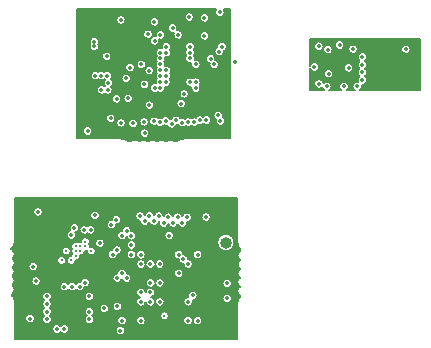
<source format=gbr>
G04 #@! TF.GenerationSoftware,KiCad,Pcbnew,(5.1.5)-3*
G04 #@! TF.CreationDate,2020-09-24T19:31:20+09:00*
G04 #@! TF.ProjectId,WF_Board,57465f42-6f61-4726-942e-6b696361645f,rev?*
G04 #@! TF.SameCoordinates,Original*
G04 #@! TF.FileFunction,Copper,L2,Inr*
G04 #@! TF.FilePolarity,Positive*
%FSLAX46Y46*%
G04 Gerber Fmt 4.6, Leading zero omitted, Abs format (unit mm)*
G04 Created by KiCad (PCBNEW (5.1.5)-3) date 2020-09-24 19:31:20*
%MOMM*%
%LPD*%
G04 APERTURE LIST*
%ADD10O,1.000000X1.000000*%
%ADD11R,1.000000X1.000000*%
%ADD12C,0.350000*%
%ADD13C,0.300000*%
%ADD14C,0.152400*%
G04 APERTURE END LIST*
D10*
X140970000Y-106031160D03*
D11*
X140970000Y-107301160D03*
D12*
X136175340Y-110243360D03*
X136175340Y-108645700D03*
X135375240Y-108645700D03*
X135733380Y-111449860D03*
X139586560Y-108993680D03*
X128604020Y-113351900D03*
X127153260Y-112031520D03*
X127153260Y-111081560D03*
X128103220Y-111081560D03*
X128103220Y-112031520D03*
X137933120Y-93446780D03*
X135433120Y-88946780D03*
X134933120Y-89446780D03*
X134399657Y-90939485D03*
X134933120Y-93446780D03*
X138492720Y-86986380D03*
X134355320Y-88941980D03*
X138433120Y-91946780D03*
X135933120Y-88946780D03*
D13*
X138433120Y-91446780D03*
D12*
X139813520Y-88535780D03*
X154462765Y-92794515D03*
X156065940Y-92960340D03*
X152527980Y-89667580D03*
X125708000Y-113220231D03*
X134292080Y-113458120D03*
X132974940Y-112643660D03*
X129042160Y-92141040D03*
X129837180Y-92496640D03*
X129057396Y-94053660D03*
X124665480Y-110272960D03*
X150074140Y-92814686D03*
X150530000Y-91990000D03*
X139372080Y-111395640D03*
X129837199Y-87478720D03*
X132189220Y-89197180D03*
X129835140Y-90221340D03*
X141076680Y-112030640D03*
X136731178Y-113086042D03*
X135101246Y-113386750D03*
D13*
X127866140Y-107143680D03*
D12*
X130307080Y-105195500D03*
D13*
X128663700Y-107545000D03*
X129064920Y-107544900D03*
D12*
X129509520Y-108543220D03*
X130296920Y-107887900D03*
D13*
X128620520Y-105500300D03*
X126154780Y-103144441D03*
X127076200Y-103938200D03*
D12*
X125483620Y-108647360D03*
D13*
X123992640Y-102825680D03*
D12*
X140596620Y-93426280D03*
X133774780Y-109444440D03*
X134574780Y-108645340D03*
X155710000Y-89020000D03*
X130300000Y-104040000D03*
X129690000Y-95860000D03*
X139590000Y-94100000D03*
X135375240Y-111043460D03*
X134575140Y-109443260D03*
X135375240Y-109443260D03*
X136975440Y-108645700D03*
X133775040Y-107845600D03*
X125835000Y-111881660D03*
X129424020Y-111881660D03*
X137775540Y-111043460D03*
X134914120Y-87335382D03*
X134933120Y-92946780D03*
X134933120Y-88946780D03*
X139153120Y-88535780D03*
X138433120Y-92446780D03*
X129933700Y-91902280D03*
X130985120Y-93101020D03*
X141076680Y-109490640D03*
X131693920Y-104098220D03*
D13*
X128264920Y-106744900D03*
X129585720Y-106744900D03*
D12*
X137182127Y-94267757D03*
X131220000Y-95510000D03*
X134575140Y-111043460D03*
X134575140Y-110243360D03*
X134575140Y-107845600D03*
X138171780Y-110504980D03*
X132042760Y-113479311D03*
X131782420Y-111437040D03*
X139153120Y-87011780D03*
X129890000Y-103730000D03*
X129260000Y-96590000D03*
D13*
X135775300Y-112242220D03*
D12*
X133775040Y-110243360D03*
X126652880Y-113352320D03*
X137933120Y-89446780D03*
X135433120Y-88446780D03*
X138433120Y-92946780D03*
X137868520Y-86928980D03*
X152524940Y-92265540D03*
X131033520Y-92501720D03*
X149524140Y-92814670D03*
X130880140Y-90266340D03*
X134086600Y-104225220D03*
D13*
X129064920Y-106344900D03*
D12*
X124664780Y-108069409D03*
D13*
X129064920Y-105944900D03*
D12*
X130307080Y-106085500D03*
X137434545Y-93445355D03*
X132524800Y-92135840D03*
X152524940Y-90315540D03*
X148844000Y-89408000D03*
X140648200Y-89450180D03*
X134090000Y-96770000D03*
X138575640Y-112643660D03*
X137770460Y-112643660D03*
X151729060Y-89651840D03*
X148846540Y-92585540D03*
D13*
X128264920Y-107143680D03*
D12*
X131721860Y-93858080D03*
X130434080Y-93101160D03*
D13*
X127866140Y-107545000D03*
D12*
X129057404Y-109424600D03*
X132572760Y-109041060D03*
X141077300Y-110762060D03*
X137933120Y-90446780D03*
X138290000Y-95840000D03*
X137933120Y-89946780D03*
X139330000Y-95660000D03*
X136471520Y-87868780D03*
X137774680Y-107844720D03*
X137683240Y-103884860D03*
X137780002Y-95820000D03*
X135933120Y-89946780D03*
X137375900Y-107445940D03*
X136093200Y-103887400D03*
X135879840Y-95724980D03*
X135433120Y-89946780D03*
X138770000Y-95650000D03*
X136974580Y-107044620D03*
X134886700Y-104225220D03*
X134491641Y-94402999D03*
X135433120Y-92446780D03*
X134493000Y-103783260D03*
X132173980Y-108644820D03*
X134050000Y-95810000D03*
X135915510Y-92446780D03*
X135293100Y-103778180D03*
X131373880Y-107044620D03*
X134880000Y-95750000D03*
X140315633Y-95267431D03*
X134081520Y-92638880D03*
X133697980Y-103783260D03*
X131775200Y-106643300D03*
X135933120Y-91946780D03*
X136489440Y-104372540D03*
X132575300Y-105025320D03*
X136370002Y-95980000D03*
X135933120Y-91446780D03*
X132974080Y-106244520D03*
X137294620Y-104390320D03*
X137280000Y-95870000D03*
X135433120Y-91946780D03*
X135691880Y-104390320D03*
X132173980Y-105444420D03*
X135400000Y-95860000D03*
X135433120Y-91446780D03*
X132092700Y-95897700D03*
X134482320Y-91475572D03*
X135374780Y-107844440D03*
X131287520Y-104517320D03*
X133814820Y-90947240D03*
X133111240Y-95948500D03*
X132854700Y-91211400D03*
X135433120Y-90446780D03*
X140510000Y-95740000D03*
X136174480Y-105444420D03*
X139301220Y-103872160D03*
X133773920Y-107044620D03*
X129424020Y-112531900D03*
X132173580Y-112643540D03*
X132974780Y-107044456D03*
X129422900Y-110582840D03*
X132973820Y-105444420D03*
X125834020Y-110581900D03*
X133775040Y-112643660D03*
X125835000Y-111231420D03*
X133775040Y-111043460D03*
X125835000Y-112531900D03*
X135933120Y-89446780D03*
X138574780Y-107044620D03*
X136885680Y-103879780D03*
X136746636Y-95670000D03*
X151357040Y-91237300D03*
X136933120Y-88446780D03*
D13*
X128663700Y-106343580D03*
D12*
X128978660Y-104954200D03*
X125059440Y-103425120D03*
X130683000Y-111601380D03*
X131772660Y-109041060D03*
D13*
X128264920Y-106343580D03*
D12*
X128150620Y-104781200D03*
X127894080Y-105386000D03*
D13*
X127064920Y-107544900D03*
X127464920Y-106744900D03*
X128663700Y-106744900D03*
D12*
X129527980Y-104954200D03*
X150971944Y-92814656D03*
X149678840Y-91737300D03*
X152091100Y-92799400D03*
X156214775Y-89662158D03*
X134377920Y-88387780D03*
X135433120Y-90946780D03*
X135433120Y-92946780D03*
X138433120Y-90946780D03*
X127303120Y-109760760D03*
X127953360Y-109760760D03*
X127303120Y-113352320D03*
X128603600Y-109760760D03*
X124910440Y-109290860D03*
X124384669Y-112463320D03*
X152525440Y-91615760D03*
X130934460Y-91902280D03*
X149610700Y-89697560D03*
X129834640Y-89019097D03*
X148460460Y-91173400D03*
X139981940Y-90954860D03*
X132080000Y-87177880D03*
X141719300Y-90772080D03*
X152522900Y-90962980D03*
X130434200Y-91902160D03*
X150608920Y-89311480D03*
X129834640Y-89420700D03*
X140406214Y-89868693D03*
X140459320Y-86522580D03*
X139687537Y-90455515D03*
X137933120Y-92446780D03*
X132700000Y-93820000D03*
D14*
G36*
X141926280Y-102297826D02*
G01*
X141926281Y-105862459D01*
X141926366Y-105863326D01*
X141926383Y-105865723D01*
X141927588Y-105877191D01*
X141927588Y-105888709D01*
X141927957Y-105892231D01*
X141949712Y-106086180D01*
X141954497Y-106108690D01*
X141958956Y-106131211D01*
X141960003Y-106134594D01*
X142019016Y-106320624D01*
X142028083Y-106341780D01*
X142036830Y-106363000D01*
X142038512Y-106366111D01*
X142038514Y-106366116D01*
X142038517Y-106366120D01*
X142132536Y-106537140D01*
X142145519Y-106556101D01*
X142158241Y-106575249D01*
X142160498Y-106577978D01*
X142183726Y-106605660D01*
X142183601Y-106717653D01*
X142130330Y-106753247D01*
X142063667Y-106819910D01*
X142011290Y-106898298D01*
X141975212Y-106985397D01*
X141956820Y-107077862D01*
X141956820Y-107172138D01*
X141975212Y-107264603D01*
X142011290Y-107351702D01*
X142063667Y-107430090D01*
X142130330Y-107496753D01*
X142136459Y-107500849D01*
X142132870Y-107503247D01*
X142066207Y-107569910D01*
X142013830Y-107648298D01*
X141977752Y-107735397D01*
X141959360Y-107827862D01*
X141959360Y-107922138D01*
X141977752Y-108014603D01*
X142013830Y-108101702D01*
X142066207Y-108180090D01*
X142132870Y-108246753D01*
X142136459Y-108249151D01*
X142130330Y-108253247D01*
X142063667Y-108319910D01*
X142011290Y-108398298D01*
X141975212Y-108485397D01*
X141956820Y-108577862D01*
X141956820Y-108672138D01*
X141975212Y-108764603D01*
X142011290Y-108851702D01*
X142063667Y-108930090D01*
X142130330Y-108996753D01*
X142135189Y-109000000D01*
X142130330Y-109003247D01*
X142063667Y-109069910D01*
X142011290Y-109148298D01*
X141975212Y-109235397D01*
X141956820Y-109327862D01*
X141956820Y-109422138D01*
X141975212Y-109514603D01*
X142011290Y-109601702D01*
X142063667Y-109680090D01*
X142130330Y-109746753D01*
X142135189Y-109750000D01*
X142130330Y-109753247D01*
X142063667Y-109819910D01*
X142011290Y-109898298D01*
X141975212Y-109985397D01*
X141956820Y-110077862D01*
X141956820Y-110172138D01*
X141975212Y-110264603D01*
X142011290Y-110351702D01*
X142063667Y-110430090D01*
X142130330Y-110496753D01*
X142179328Y-110529492D01*
X142179219Y-110626029D01*
X142150433Y-110661325D01*
X142137715Y-110680468D01*
X142124728Y-110699435D01*
X142123044Y-110702550D01*
X142031418Y-110874872D01*
X142022648Y-110896152D01*
X142013605Y-110917249D01*
X142012558Y-110920631D01*
X141956149Y-111107468D01*
X141951677Y-111130049D01*
X141946906Y-111152498D01*
X141946535Y-111156019D01*
X141927599Y-111349146D01*
X141926280Y-111362542D01*
X141926281Y-114180760D01*
X123116800Y-114180760D01*
X123116800Y-113312569D01*
X126249280Y-113312569D01*
X126249280Y-113392071D01*
X126264790Y-113470046D01*
X126295214Y-113543496D01*
X126339383Y-113609600D01*
X126395600Y-113665817D01*
X126461704Y-113709986D01*
X126535154Y-113740410D01*
X126613129Y-113755920D01*
X126692631Y-113755920D01*
X126770606Y-113740410D01*
X126844056Y-113709986D01*
X126910160Y-113665817D01*
X126966377Y-113609600D01*
X126978000Y-113592205D01*
X126989623Y-113609600D01*
X127045840Y-113665817D01*
X127111944Y-113709986D01*
X127185394Y-113740410D01*
X127263369Y-113755920D01*
X127342871Y-113755920D01*
X127420846Y-113740410D01*
X127494296Y-113709986D01*
X127560400Y-113665817D01*
X127616617Y-113609600D01*
X127660786Y-113543496D01*
X127691210Y-113470046D01*
X127697273Y-113439560D01*
X131639160Y-113439560D01*
X131639160Y-113519062D01*
X131654670Y-113597037D01*
X131685094Y-113670487D01*
X131729263Y-113736591D01*
X131785480Y-113792808D01*
X131851584Y-113836977D01*
X131925034Y-113867401D01*
X132003009Y-113882911D01*
X132082511Y-113882911D01*
X132160486Y-113867401D01*
X132233936Y-113836977D01*
X132300040Y-113792808D01*
X132356257Y-113736591D01*
X132400426Y-113670487D01*
X132430850Y-113597037D01*
X132446360Y-113519062D01*
X132446360Y-113439560D01*
X132430850Y-113361585D01*
X132400426Y-113288135D01*
X132356257Y-113222031D01*
X132300040Y-113165814D01*
X132233936Y-113121645D01*
X132160486Y-113091221D01*
X132082511Y-113075711D01*
X132003009Y-113075711D01*
X131925034Y-113091221D01*
X131851584Y-113121645D01*
X131785480Y-113165814D01*
X131729263Y-113222031D01*
X131685094Y-113288135D01*
X131654670Y-113361585D01*
X131639160Y-113439560D01*
X127697273Y-113439560D01*
X127706720Y-113392071D01*
X127706720Y-113312569D01*
X127691210Y-113234594D01*
X127660786Y-113161144D01*
X127616617Y-113095040D01*
X127560400Y-113038823D01*
X127494296Y-112994654D01*
X127420846Y-112964230D01*
X127342871Y-112948720D01*
X127263369Y-112948720D01*
X127185394Y-112964230D01*
X127111944Y-112994654D01*
X127045840Y-113038823D01*
X126989623Y-113095040D01*
X126978000Y-113112435D01*
X126966377Y-113095040D01*
X126910160Y-113038823D01*
X126844056Y-112994654D01*
X126770606Y-112964230D01*
X126692631Y-112948720D01*
X126613129Y-112948720D01*
X126535154Y-112964230D01*
X126461704Y-112994654D01*
X126395600Y-113038823D01*
X126339383Y-113095040D01*
X126295214Y-113161144D01*
X126264790Y-113234594D01*
X126249280Y-113312569D01*
X123116800Y-113312569D01*
X123116800Y-112423569D01*
X123981069Y-112423569D01*
X123981069Y-112503071D01*
X123996579Y-112581046D01*
X124027003Y-112654496D01*
X124071172Y-112720600D01*
X124127389Y-112776817D01*
X124193493Y-112820986D01*
X124266943Y-112851410D01*
X124344918Y-112866920D01*
X124424420Y-112866920D01*
X124502395Y-112851410D01*
X124575845Y-112820986D01*
X124641949Y-112776817D01*
X124698166Y-112720600D01*
X124742335Y-112654496D01*
X124772759Y-112581046D01*
X124788269Y-112503071D01*
X124788269Y-112423569D01*
X124772759Y-112345594D01*
X124742335Y-112272144D01*
X124698166Y-112206040D01*
X124641949Y-112149823D01*
X124575845Y-112105654D01*
X124502395Y-112075230D01*
X124424420Y-112059720D01*
X124344918Y-112059720D01*
X124266943Y-112075230D01*
X124193493Y-112105654D01*
X124127389Y-112149823D01*
X124071172Y-112206040D01*
X124027003Y-112272144D01*
X123996579Y-112345594D01*
X123981069Y-112423569D01*
X123116800Y-112423569D01*
X123116800Y-111212541D01*
X123116714Y-111211664D01*
X123116697Y-111209276D01*
X123115492Y-111197808D01*
X123115492Y-111186291D01*
X123115123Y-111182769D01*
X123093368Y-110988819D01*
X123088581Y-110966302D01*
X123084124Y-110943789D01*
X123083077Y-110940406D01*
X123024064Y-110754376D01*
X123014997Y-110733220D01*
X123006250Y-110712000D01*
X123004566Y-110708885D01*
X123004566Y-110708884D01*
X123004563Y-110708880D01*
X122912902Y-110542149D01*
X125430420Y-110542149D01*
X125430420Y-110621651D01*
X125445930Y-110699626D01*
X125476354Y-110773076D01*
X125520523Y-110839180D01*
X125576740Y-110895397D01*
X125594086Y-110906987D01*
X125577720Y-110917923D01*
X125521503Y-110974140D01*
X125477334Y-111040244D01*
X125446910Y-111113694D01*
X125431400Y-111191669D01*
X125431400Y-111271171D01*
X125446910Y-111349146D01*
X125477334Y-111422596D01*
X125521503Y-111488700D01*
X125577720Y-111544917D01*
X125595115Y-111556540D01*
X125577720Y-111568163D01*
X125521503Y-111624380D01*
X125477334Y-111690484D01*
X125446910Y-111763934D01*
X125431400Y-111841909D01*
X125431400Y-111921411D01*
X125446910Y-111999386D01*
X125477334Y-112072836D01*
X125521503Y-112138940D01*
X125577720Y-112195157D01*
X125595115Y-112206780D01*
X125577720Y-112218403D01*
X125521503Y-112274620D01*
X125477334Y-112340724D01*
X125446910Y-112414174D01*
X125431400Y-112492149D01*
X125431400Y-112571651D01*
X125446910Y-112649626D01*
X125477334Y-112723076D01*
X125521503Y-112789180D01*
X125577720Y-112845397D01*
X125643824Y-112889566D01*
X125717274Y-112919990D01*
X125795249Y-112935500D01*
X125874751Y-112935500D01*
X125952726Y-112919990D01*
X126026176Y-112889566D01*
X126092280Y-112845397D01*
X126148497Y-112789180D01*
X126192666Y-112723076D01*
X126223090Y-112649626D01*
X126238600Y-112571651D01*
X126238600Y-112492149D01*
X126223090Y-112414174D01*
X126192666Y-112340724D01*
X126148497Y-112274620D01*
X126092280Y-112218403D01*
X126074885Y-112206780D01*
X126092280Y-112195157D01*
X126148497Y-112138940D01*
X126192666Y-112072836D01*
X126223090Y-111999386D01*
X126238600Y-111921411D01*
X126238600Y-111841909D01*
X129020420Y-111841909D01*
X129020420Y-111921411D01*
X129035930Y-111999386D01*
X129066354Y-112072836D01*
X129110523Y-112138940D01*
X129166740Y-112195157D01*
X129184135Y-112206780D01*
X129166740Y-112218403D01*
X129110523Y-112274620D01*
X129066354Y-112340724D01*
X129035930Y-112414174D01*
X129020420Y-112492149D01*
X129020420Y-112571651D01*
X129035930Y-112649626D01*
X129066354Y-112723076D01*
X129110523Y-112789180D01*
X129166740Y-112845397D01*
X129232844Y-112889566D01*
X129306294Y-112919990D01*
X129384269Y-112935500D01*
X129463771Y-112935500D01*
X129541746Y-112919990D01*
X129615196Y-112889566D01*
X129681300Y-112845397D01*
X129737517Y-112789180D01*
X129781686Y-112723076D01*
X129812110Y-112649626D01*
X129821227Y-112603789D01*
X131769980Y-112603789D01*
X131769980Y-112683291D01*
X131785490Y-112761266D01*
X131815914Y-112834716D01*
X131860083Y-112900820D01*
X131916300Y-112957037D01*
X131982404Y-113001206D01*
X132055854Y-113031630D01*
X132133829Y-113047140D01*
X132213331Y-113047140D01*
X132291306Y-113031630D01*
X132364756Y-113001206D01*
X132430860Y-112957037D01*
X132487077Y-112900820D01*
X132531246Y-112834716D01*
X132561670Y-112761266D01*
X132577180Y-112683291D01*
X132577180Y-112603909D01*
X133371440Y-112603909D01*
X133371440Y-112683411D01*
X133386950Y-112761386D01*
X133417374Y-112834836D01*
X133461543Y-112900940D01*
X133517760Y-112957157D01*
X133583864Y-113001326D01*
X133657314Y-113031750D01*
X133735289Y-113047260D01*
X133814791Y-113047260D01*
X133892766Y-113031750D01*
X133966216Y-113001326D01*
X134032320Y-112957157D01*
X134088537Y-112900940D01*
X134132706Y-112834836D01*
X134163130Y-112761386D01*
X134178640Y-112683411D01*
X134178640Y-112603909D01*
X134163130Y-112525934D01*
X134132706Y-112452484D01*
X134088537Y-112386380D01*
X134032320Y-112330163D01*
X133966216Y-112285994D01*
X133892766Y-112255570D01*
X133814791Y-112240060D01*
X133735289Y-112240060D01*
X133657314Y-112255570D01*
X133583864Y-112285994D01*
X133517760Y-112330163D01*
X133461543Y-112386380D01*
X133417374Y-112452484D01*
X133386950Y-112525934D01*
X133371440Y-112603909D01*
X132577180Y-112603909D01*
X132577180Y-112603789D01*
X132561670Y-112525814D01*
X132531246Y-112452364D01*
X132487077Y-112386260D01*
X132430860Y-112330043D01*
X132364756Y-112285874D01*
X132291306Y-112255450D01*
X132213331Y-112239940D01*
X132133829Y-112239940D01*
X132055854Y-112255450D01*
X131982404Y-112285874D01*
X131916300Y-112330043D01*
X131860083Y-112386260D01*
X131815914Y-112452364D01*
X131785490Y-112525814D01*
X131769980Y-112603789D01*
X129821227Y-112603789D01*
X129827620Y-112571651D01*
X129827620Y-112492149D01*
X129812110Y-112414174D01*
X129781686Y-112340724D01*
X129737517Y-112274620D01*
X129681300Y-112218403D01*
X129663905Y-112206780D01*
X129666672Y-112204931D01*
X135396700Y-112204931D01*
X135396700Y-112279509D01*
X135411249Y-112352654D01*
X135439789Y-112421554D01*
X135481222Y-112483564D01*
X135533956Y-112536298D01*
X135595966Y-112577731D01*
X135664866Y-112606271D01*
X135738011Y-112620820D01*
X135812589Y-112620820D01*
X135885734Y-112606271D01*
X135891436Y-112603909D01*
X137366860Y-112603909D01*
X137366860Y-112683411D01*
X137382370Y-112761386D01*
X137412794Y-112834836D01*
X137456963Y-112900940D01*
X137513180Y-112957157D01*
X137579284Y-113001326D01*
X137652734Y-113031750D01*
X137730709Y-113047260D01*
X137810211Y-113047260D01*
X137888186Y-113031750D01*
X137961636Y-113001326D01*
X138027740Y-112957157D01*
X138083957Y-112900940D01*
X138128126Y-112834836D01*
X138158550Y-112761386D01*
X138173050Y-112688489D01*
X138187550Y-112761386D01*
X138217974Y-112834836D01*
X138262143Y-112900940D01*
X138318360Y-112957157D01*
X138384464Y-113001326D01*
X138457914Y-113031750D01*
X138535889Y-113047260D01*
X138615391Y-113047260D01*
X138693366Y-113031750D01*
X138766816Y-113001326D01*
X138832920Y-112957157D01*
X138889137Y-112900940D01*
X138933306Y-112834836D01*
X138963730Y-112761386D01*
X138979240Y-112683411D01*
X138979240Y-112603909D01*
X138963730Y-112525934D01*
X138933306Y-112452484D01*
X138889137Y-112386380D01*
X138832920Y-112330163D01*
X138766816Y-112285994D01*
X138693366Y-112255570D01*
X138615391Y-112240060D01*
X138535889Y-112240060D01*
X138457914Y-112255570D01*
X138384464Y-112285994D01*
X138318360Y-112330163D01*
X138262143Y-112386380D01*
X138217974Y-112452484D01*
X138187550Y-112525934D01*
X138173050Y-112598831D01*
X138158550Y-112525934D01*
X138128126Y-112452484D01*
X138083957Y-112386380D01*
X138027740Y-112330163D01*
X137961636Y-112285994D01*
X137888186Y-112255570D01*
X137810211Y-112240060D01*
X137730709Y-112240060D01*
X137652734Y-112255570D01*
X137579284Y-112285994D01*
X137513180Y-112330163D01*
X137456963Y-112386380D01*
X137412794Y-112452484D01*
X137382370Y-112525934D01*
X137366860Y-112603909D01*
X135891436Y-112603909D01*
X135954634Y-112577731D01*
X136016644Y-112536298D01*
X136069378Y-112483564D01*
X136110811Y-112421554D01*
X136139351Y-112352654D01*
X136153900Y-112279509D01*
X136153900Y-112204931D01*
X136139351Y-112131786D01*
X136110811Y-112062886D01*
X136069378Y-112000876D01*
X136016644Y-111948142D01*
X135954634Y-111906709D01*
X135885734Y-111878169D01*
X135812589Y-111863620D01*
X135738011Y-111863620D01*
X135664866Y-111878169D01*
X135595966Y-111906709D01*
X135533956Y-111948142D01*
X135481222Y-112000876D01*
X135439789Y-112062886D01*
X135411249Y-112131786D01*
X135396700Y-112204931D01*
X129666672Y-112204931D01*
X129681300Y-112195157D01*
X129737517Y-112138940D01*
X129781686Y-112072836D01*
X129812110Y-111999386D01*
X129827620Y-111921411D01*
X129827620Y-111841909D01*
X129812110Y-111763934D01*
X129781686Y-111690484D01*
X129737517Y-111624380D01*
X129681300Y-111568163D01*
X129671522Y-111561629D01*
X130279400Y-111561629D01*
X130279400Y-111641131D01*
X130294910Y-111719106D01*
X130325334Y-111792556D01*
X130369503Y-111858660D01*
X130425720Y-111914877D01*
X130491824Y-111959046D01*
X130565274Y-111989470D01*
X130643249Y-112004980D01*
X130722751Y-112004980D01*
X130800726Y-111989470D01*
X130874176Y-111959046D01*
X130940280Y-111914877D01*
X130996497Y-111858660D01*
X131040666Y-111792556D01*
X131071090Y-111719106D01*
X131086600Y-111641131D01*
X131086600Y-111561629D01*
X131071090Y-111483654D01*
X131040666Y-111410204D01*
X131032037Y-111397289D01*
X131378820Y-111397289D01*
X131378820Y-111476791D01*
X131394330Y-111554766D01*
X131424754Y-111628216D01*
X131468923Y-111694320D01*
X131525140Y-111750537D01*
X131591244Y-111794706D01*
X131664694Y-111825130D01*
X131742669Y-111840640D01*
X131822171Y-111840640D01*
X131900146Y-111825130D01*
X131973596Y-111794706D01*
X132039700Y-111750537D01*
X132095917Y-111694320D01*
X132140086Y-111628216D01*
X132170510Y-111554766D01*
X132186020Y-111476791D01*
X132186020Y-111397289D01*
X132170510Y-111319314D01*
X132140086Y-111245864D01*
X132095917Y-111179760D01*
X132039700Y-111123543D01*
X131973596Y-111079374D01*
X131900146Y-111048950D01*
X131822171Y-111033440D01*
X131742669Y-111033440D01*
X131664694Y-111048950D01*
X131591244Y-111079374D01*
X131525140Y-111123543D01*
X131468923Y-111179760D01*
X131424754Y-111245864D01*
X131394330Y-111319314D01*
X131378820Y-111397289D01*
X131032037Y-111397289D01*
X130996497Y-111344100D01*
X130940280Y-111287883D01*
X130874176Y-111243714D01*
X130800726Y-111213290D01*
X130722751Y-111197780D01*
X130643249Y-111197780D01*
X130565274Y-111213290D01*
X130491824Y-111243714D01*
X130425720Y-111287883D01*
X130369503Y-111344100D01*
X130325334Y-111410204D01*
X130294910Y-111483654D01*
X130279400Y-111561629D01*
X129671522Y-111561629D01*
X129615196Y-111523994D01*
X129541746Y-111493570D01*
X129463771Y-111478060D01*
X129384269Y-111478060D01*
X129306294Y-111493570D01*
X129232844Y-111523994D01*
X129166740Y-111568163D01*
X129110523Y-111624380D01*
X129066354Y-111690484D01*
X129035930Y-111763934D01*
X129020420Y-111841909D01*
X126238600Y-111841909D01*
X126223090Y-111763934D01*
X126192666Y-111690484D01*
X126148497Y-111624380D01*
X126092280Y-111568163D01*
X126074885Y-111556540D01*
X126092280Y-111544917D01*
X126148497Y-111488700D01*
X126192666Y-111422596D01*
X126223090Y-111349146D01*
X126238600Y-111271171D01*
X126238600Y-111191669D01*
X126223090Y-111113694D01*
X126192666Y-111040244D01*
X126148497Y-110974140D01*
X126092280Y-110917923D01*
X126074934Y-110906333D01*
X126091300Y-110895397D01*
X126147517Y-110839180D01*
X126191686Y-110773076D01*
X126222110Y-110699626D01*
X126237620Y-110621651D01*
X126237620Y-110543089D01*
X129019300Y-110543089D01*
X129019300Y-110622591D01*
X129034810Y-110700566D01*
X129065234Y-110774016D01*
X129109403Y-110840120D01*
X129165620Y-110896337D01*
X129231724Y-110940506D01*
X129305174Y-110970930D01*
X129383149Y-110986440D01*
X129462651Y-110986440D01*
X129540626Y-110970930D01*
X129614076Y-110940506D01*
X129680180Y-110896337D01*
X129736397Y-110840120D01*
X129780566Y-110774016D01*
X129810990Y-110700566D01*
X129826500Y-110622591D01*
X129826500Y-110543089D01*
X129810990Y-110465114D01*
X129780566Y-110391664D01*
X129736397Y-110325560D01*
X129680180Y-110269343D01*
X129614076Y-110225174D01*
X129562014Y-110203609D01*
X133371440Y-110203609D01*
X133371440Y-110283111D01*
X133386950Y-110361086D01*
X133417374Y-110434536D01*
X133461543Y-110500640D01*
X133517760Y-110556857D01*
X133583864Y-110601026D01*
X133657314Y-110631450D01*
X133717442Y-110643410D01*
X133657314Y-110655370D01*
X133583864Y-110685794D01*
X133517760Y-110729963D01*
X133461543Y-110786180D01*
X133417374Y-110852284D01*
X133386950Y-110925734D01*
X133371440Y-111003709D01*
X133371440Y-111083211D01*
X133386950Y-111161186D01*
X133417374Y-111234636D01*
X133461543Y-111300740D01*
X133517760Y-111356957D01*
X133583864Y-111401126D01*
X133657314Y-111431550D01*
X133735289Y-111447060D01*
X133814791Y-111447060D01*
X133892766Y-111431550D01*
X133966216Y-111401126D01*
X134032320Y-111356957D01*
X134088537Y-111300740D01*
X134132706Y-111234636D01*
X134163130Y-111161186D01*
X134175090Y-111101058D01*
X134187050Y-111161186D01*
X134217474Y-111234636D01*
X134261643Y-111300740D01*
X134317860Y-111356957D01*
X134383964Y-111401126D01*
X134457414Y-111431550D01*
X134535389Y-111447060D01*
X134614891Y-111447060D01*
X134692866Y-111431550D01*
X134766316Y-111401126D01*
X134832420Y-111356957D01*
X134888637Y-111300740D01*
X134932806Y-111234636D01*
X134963230Y-111161186D01*
X134975190Y-111101058D01*
X134987150Y-111161186D01*
X135017574Y-111234636D01*
X135061743Y-111300740D01*
X135117960Y-111356957D01*
X135184064Y-111401126D01*
X135257514Y-111431550D01*
X135335489Y-111447060D01*
X135414991Y-111447060D01*
X135492966Y-111431550D01*
X135566416Y-111401126D01*
X135632520Y-111356957D01*
X135688737Y-111300740D01*
X135732906Y-111234636D01*
X135763330Y-111161186D01*
X135778840Y-111083211D01*
X135778840Y-111003709D01*
X137371940Y-111003709D01*
X137371940Y-111083211D01*
X137387450Y-111161186D01*
X137417874Y-111234636D01*
X137462043Y-111300740D01*
X137518260Y-111356957D01*
X137584364Y-111401126D01*
X137657814Y-111431550D01*
X137735789Y-111447060D01*
X137815291Y-111447060D01*
X137893266Y-111431550D01*
X137966716Y-111401126D01*
X138032820Y-111356957D01*
X138089037Y-111300740D01*
X138133206Y-111234636D01*
X138163630Y-111161186D01*
X138179140Y-111083211D01*
X138179140Y-111003709D01*
X138163630Y-110925734D01*
X138156525Y-110908580D01*
X138211531Y-110908580D01*
X138289506Y-110893070D01*
X138362956Y-110862646D01*
X138429060Y-110818477D01*
X138485277Y-110762260D01*
X138511971Y-110722309D01*
X140673700Y-110722309D01*
X140673700Y-110801811D01*
X140689210Y-110879786D01*
X140719634Y-110953236D01*
X140763803Y-111019340D01*
X140820020Y-111075557D01*
X140886124Y-111119726D01*
X140959574Y-111150150D01*
X141037549Y-111165660D01*
X141117051Y-111165660D01*
X141195026Y-111150150D01*
X141268476Y-111119726D01*
X141334580Y-111075557D01*
X141390797Y-111019340D01*
X141434966Y-110953236D01*
X141465390Y-110879786D01*
X141480900Y-110801811D01*
X141480900Y-110722309D01*
X141465390Y-110644334D01*
X141434966Y-110570884D01*
X141390797Y-110504780D01*
X141334580Y-110448563D01*
X141268476Y-110404394D01*
X141195026Y-110373970D01*
X141117051Y-110358460D01*
X141037549Y-110358460D01*
X140959574Y-110373970D01*
X140886124Y-110404394D01*
X140820020Y-110448563D01*
X140763803Y-110504780D01*
X140719634Y-110570884D01*
X140689210Y-110644334D01*
X140673700Y-110722309D01*
X138511971Y-110722309D01*
X138529446Y-110696156D01*
X138559870Y-110622706D01*
X138575380Y-110544731D01*
X138575380Y-110465229D01*
X138559870Y-110387254D01*
X138529446Y-110313804D01*
X138485277Y-110247700D01*
X138429060Y-110191483D01*
X138362956Y-110147314D01*
X138289506Y-110116890D01*
X138211531Y-110101380D01*
X138132029Y-110101380D01*
X138054054Y-110116890D01*
X137980604Y-110147314D01*
X137914500Y-110191483D01*
X137858283Y-110247700D01*
X137814114Y-110313804D01*
X137783690Y-110387254D01*
X137768180Y-110465229D01*
X137768180Y-110544731D01*
X137783690Y-110622706D01*
X137790795Y-110639860D01*
X137735789Y-110639860D01*
X137657814Y-110655370D01*
X137584364Y-110685794D01*
X137518260Y-110729963D01*
X137462043Y-110786180D01*
X137417874Y-110852284D01*
X137387450Y-110925734D01*
X137371940Y-111003709D01*
X135778840Y-111003709D01*
X135763330Y-110925734D01*
X135732906Y-110852284D01*
X135688737Y-110786180D01*
X135632520Y-110729963D01*
X135566416Y-110685794D01*
X135492966Y-110655370D01*
X135414991Y-110639860D01*
X135335489Y-110639860D01*
X135257514Y-110655370D01*
X135184064Y-110685794D01*
X135117960Y-110729963D01*
X135061743Y-110786180D01*
X135017574Y-110852284D01*
X134987150Y-110925734D01*
X134975190Y-110985862D01*
X134963230Y-110925734D01*
X134932806Y-110852284D01*
X134888637Y-110786180D01*
X134832420Y-110729963D01*
X134766316Y-110685794D01*
X134692866Y-110655370D01*
X134632738Y-110643410D01*
X134692866Y-110631450D01*
X134766316Y-110601026D01*
X134832420Y-110556857D01*
X134888637Y-110500640D01*
X134932806Y-110434536D01*
X134963230Y-110361086D01*
X134978740Y-110283111D01*
X134978740Y-110203609D01*
X134963230Y-110125634D01*
X134932806Y-110052184D01*
X134888637Y-109986080D01*
X134832420Y-109929863D01*
X134766316Y-109885694D01*
X134692866Y-109855270D01*
X134632738Y-109843310D01*
X134692866Y-109831350D01*
X134766316Y-109800926D01*
X134832420Y-109756757D01*
X134888637Y-109700540D01*
X134932806Y-109634436D01*
X134963230Y-109560986D01*
X134975190Y-109500858D01*
X134987150Y-109560986D01*
X135017574Y-109634436D01*
X135061743Y-109700540D01*
X135117960Y-109756757D01*
X135184064Y-109800926D01*
X135257514Y-109831350D01*
X135335489Y-109846860D01*
X135414991Y-109846860D01*
X135492966Y-109831350D01*
X135566416Y-109800926D01*
X135632520Y-109756757D01*
X135688737Y-109700540D01*
X135732906Y-109634436D01*
X135763330Y-109560986D01*
X135778840Y-109483011D01*
X135778840Y-109450889D01*
X140673080Y-109450889D01*
X140673080Y-109530391D01*
X140688590Y-109608366D01*
X140719014Y-109681816D01*
X140763183Y-109747920D01*
X140819400Y-109804137D01*
X140885504Y-109848306D01*
X140958954Y-109878730D01*
X141036929Y-109894240D01*
X141116431Y-109894240D01*
X141194406Y-109878730D01*
X141267856Y-109848306D01*
X141333960Y-109804137D01*
X141390177Y-109747920D01*
X141434346Y-109681816D01*
X141464770Y-109608366D01*
X141480280Y-109530391D01*
X141480280Y-109450889D01*
X141464770Y-109372914D01*
X141434346Y-109299464D01*
X141390177Y-109233360D01*
X141333960Y-109177143D01*
X141267856Y-109132974D01*
X141194406Y-109102550D01*
X141116431Y-109087040D01*
X141036929Y-109087040D01*
X140958954Y-109102550D01*
X140885504Y-109132974D01*
X140819400Y-109177143D01*
X140763183Y-109233360D01*
X140719014Y-109299464D01*
X140688590Y-109372914D01*
X140673080Y-109450889D01*
X135778840Y-109450889D01*
X135778840Y-109403509D01*
X135763330Y-109325534D01*
X135732906Y-109252084D01*
X135688737Y-109185980D01*
X135632520Y-109129763D01*
X135566416Y-109085594D01*
X135492966Y-109055170D01*
X135414991Y-109039660D01*
X135335489Y-109039660D01*
X135257514Y-109055170D01*
X135184064Y-109085594D01*
X135117960Y-109129763D01*
X135061743Y-109185980D01*
X135017574Y-109252084D01*
X134987150Y-109325534D01*
X134975190Y-109385662D01*
X134963230Y-109325534D01*
X134932806Y-109252084D01*
X134888637Y-109185980D01*
X134832420Y-109129763D01*
X134766316Y-109085594D01*
X134692866Y-109055170D01*
X134614891Y-109039660D01*
X134535389Y-109039660D01*
X134457414Y-109055170D01*
X134383964Y-109085594D01*
X134317860Y-109129763D01*
X134261643Y-109185980D01*
X134217474Y-109252084D01*
X134187050Y-109325534D01*
X134171540Y-109403509D01*
X134171540Y-109483011D01*
X134187050Y-109560986D01*
X134217474Y-109634436D01*
X134261643Y-109700540D01*
X134317860Y-109756757D01*
X134383964Y-109800926D01*
X134457414Y-109831350D01*
X134517542Y-109843310D01*
X134457414Y-109855270D01*
X134383964Y-109885694D01*
X134317860Y-109929863D01*
X134261643Y-109986080D01*
X134217474Y-110052184D01*
X134187050Y-110125634D01*
X134175090Y-110185762D01*
X134163130Y-110125634D01*
X134132706Y-110052184D01*
X134088537Y-109986080D01*
X134032320Y-109929863D01*
X133966216Y-109885694D01*
X133892766Y-109855270D01*
X133814791Y-109839760D01*
X133735289Y-109839760D01*
X133657314Y-109855270D01*
X133583864Y-109885694D01*
X133517760Y-109929863D01*
X133461543Y-109986080D01*
X133417374Y-110052184D01*
X133386950Y-110125634D01*
X133371440Y-110203609D01*
X129562014Y-110203609D01*
X129540626Y-110194750D01*
X129462651Y-110179240D01*
X129383149Y-110179240D01*
X129305174Y-110194750D01*
X129231724Y-110225174D01*
X129165620Y-110269343D01*
X129109403Y-110325560D01*
X129065234Y-110391664D01*
X129034810Y-110465114D01*
X129019300Y-110543089D01*
X126237620Y-110543089D01*
X126237620Y-110542149D01*
X126222110Y-110464174D01*
X126191686Y-110390724D01*
X126147517Y-110324620D01*
X126091300Y-110268403D01*
X126025196Y-110224234D01*
X125951746Y-110193810D01*
X125873771Y-110178300D01*
X125794269Y-110178300D01*
X125716294Y-110193810D01*
X125642844Y-110224234D01*
X125576740Y-110268403D01*
X125520523Y-110324620D01*
X125476354Y-110390724D01*
X125445930Y-110464174D01*
X125430420Y-110542149D01*
X122912902Y-110542149D01*
X122910544Y-110537860D01*
X122897561Y-110518899D01*
X122884839Y-110499751D01*
X122882582Y-110497022D01*
X122825469Y-110428957D01*
X122837122Y-110424130D01*
X122915510Y-110371753D01*
X122982173Y-110305090D01*
X123034550Y-110226702D01*
X123070628Y-110139603D01*
X123089020Y-110047138D01*
X123089020Y-109952862D01*
X123070628Y-109860397D01*
X123034550Y-109773298D01*
X122999612Y-109721009D01*
X126899520Y-109721009D01*
X126899520Y-109800511D01*
X126915030Y-109878486D01*
X126945454Y-109951936D01*
X126989623Y-110018040D01*
X127045840Y-110074257D01*
X127111944Y-110118426D01*
X127185394Y-110148850D01*
X127263369Y-110164360D01*
X127342871Y-110164360D01*
X127420846Y-110148850D01*
X127494296Y-110118426D01*
X127560400Y-110074257D01*
X127616617Y-110018040D01*
X127628240Y-110000645D01*
X127639863Y-110018040D01*
X127696080Y-110074257D01*
X127762184Y-110118426D01*
X127835634Y-110148850D01*
X127913609Y-110164360D01*
X127993111Y-110164360D01*
X128071086Y-110148850D01*
X128144536Y-110118426D01*
X128210640Y-110074257D01*
X128266857Y-110018040D01*
X128278480Y-110000645D01*
X128290103Y-110018040D01*
X128346320Y-110074257D01*
X128412424Y-110118426D01*
X128485874Y-110148850D01*
X128563849Y-110164360D01*
X128643351Y-110164360D01*
X128721326Y-110148850D01*
X128794776Y-110118426D01*
X128860880Y-110074257D01*
X128917097Y-110018040D01*
X128961266Y-109951936D01*
X128991690Y-109878486D01*
X129002300Y-109825146D01*
X129017653Y-109828200D01*
X129097155Y-109828200D01*
X129175130Y-109812690D01*
X129248580Y-109782266D01*
X129314684Y-109738097D01*
X129370901Y-109681880D01*
X129415070Y-109615776D01*
X129445494Y-109542326D01*
X129461004Y-109464351D01*
X129461004Y-109384849D01*
X129445494Y-109306874D01*
X129415070Y-109233424D01*
X129370901Y-109167320D01*
X129314684Y-109111103D01*
X129248580Y-109066934D01*
X129175130Y-109036510D01*
X129097155Y-109021000D01*
X129017653Y-109021000D01*
X128939678Y-109036510D01*
X128866228Y-109066934D01*
X128800124Y-109111103D01*
X128743907Y-109167320D01*
X128699738Y-109233424D01*
X128669314Y-109306874D01*
X128658704Y-109360214D01*
X128643351Y-109357160D01*
X128563849Y-109357160D01*
X128485874Y-109372670D01*
X128412424Y-109403094D01*
X128346320Y-109447263D01*
X128290103Y-109503480D01*
X128278480Y-109520875D01*
X128266857Y-109503480D01*
X128210640Y-109447263D01*
X128144536Y-109403094D01*
X128071086Y-109372670D01*
X127993111Y-109357160D01*
X127913609Y-109357160D01*
X127835634Y-109372670D01*
X127762184Y-109403094D01*
X127696080Y-109447263D01*
X127639863Y-109503480D01*
X127628240Y-109520875D01*
X127616617Y-109503480D01*
X127560400Y-109447263D01*
X127494296Y-109403094D01*
X127420846Y-109372670D01*
X127342871Y-109357160D01*
X127263369Y-109357160D01*
X127185394Y-109372670D01*
X127111944Y-109403094D01*
X127045840Y-109447263D01*
X126989623Y-109503480D01*
X126945454Y-109569584D01*
X126915030Y-109643034D01*
X126899520Y-109721009D01*
X122999612Y-109721009D01*
X122982173Y-109694910D01*
X122915510Y-109628247D01*
X122910651Y-109625000D01*
X122915510Y-109621753D01*
X122982173Y-109555090D01*
X123034550Y-109476702D01*
X123070628Y-109389603D01*
X123089020Y-109297138D01*
X123089020Y-109251109D01*
X124506840Y-109251109D01*
X124506840Y-109330611D01*
X124522350Y-109408586D01*
X124552774Y-109482036D01*
X124596943Y-109548140D01*
X124653160Y-109604357D01*
X124719264Y-109648526D01*
X124792714Y-109678950D01*
X124870689Y-109694460D01*
X124950191Y-109694460D01*
X125028166Y-109678950D01*
X125101616Y-109648526D01*
X125167720Y-109604357D01*
X125223937Y-109548140D01*
X125268106Y-109482036D01*
X125298530Y-109408586D01*
X125314040Y-109330611D01*
X125314040Y-109251109D01*
X125298530Y-109173134D01*
X125268106Y-109099684D01*
X125223937Y-109033580D01*
X125191666Y-109001309D01*
X131369060Y-109001309D01*
X131369060Y-109080811D01*
X131384570Y-109158786D01*
X131414994Y-109232236D01*
X131459163Y-109298340D01*
X131515380Y-109354557D01*
X131581484Y-109398726D01*
X131654934Y-109429150D01*
X131732909Y-109444660D01*
X131812411Y-109444660D01*
X131890386Y-109429150D01*
X131963836Y-109398726D01*
X132029940Y-109354557D01*
X132086157Y-109298340D01*
X132130326Y-109232236D01*
X132160750Y-109158786D01*
X132172710Y-109098658D01*
X132184670Y-109158786D01*
X132215094Y-109232236D01*
X132259263Y-109298340D01*
X132315480Y-109354557D01*
X132381584Y-109398726D01*
X132455034Y-109429150D01*
X132533009Y-109444660D01*
X132612511Y-109444660D01*
X132690486Y-109429150D01*
X132763936Y-109398726D01*
X132830040Y-109354557D01*
X132886257Y-109298340D01*
X132930426Y-109232236D01*
X132960850Y-109158786D01*
X132976360Y-109080811D01*
X132976360Y-109001309D01*
X132960850Y-108923334D01*
X132930426Y-108849884D01*
X132886257Y-108783780D01*
X132830040Y-108727563D01*
X132763936Y-108683394D01*
X132690486Y-108652970D01*
X132612511Y-108637460D01*
X132577580Y-108637460D01*
X132577580Y-108605949D01*
X136571840Y-108605949D01*
X136571840Y-108685451D01*
X136587350Y-108763426D01*
X136617774Y-108836876D01*
X136661943Y-108902980D01*
X136718160Y-108959197D01*
X136784264Y-109003366D01*
X136857714Y-109033790D01*
X136935689Y-109049300D01*
X137015191Y-109049300D01*
X137093166Y-109033790D01*
X137166616Y-109003366D01*
X137232720Y-108959197D01*
X137288937Y-108902980D01*
X137333106Y-108836876D01*
X137363530Y-108763426D01*
X137379040Y-108685451D01*
X137379040Y-108605949D01*
X137363530Y-108527974D01*
X137333106Y-108454524D01*
X137288937Y-108388420D01*
X137232720Y-108332203D01*
X137166616Y-108288034D01*
X137093166Y-108257610D01*
X137015191Y-108242100D01*
X136935689Y-108242100D01*
X136857714Y-108257610D01*
X136784264Y-108288034D01*
X136718160Y-108332203D01*
X136661943Y-108388420D01*
X136617774Y-108454524D01*
X136587350Y-108527974D01*
X136571840Y-108605949D01*
X132577580Y-108605949D01*
X132577580Y-108605069D01*
X132562070Y-108527094D01*
X132531646Y-108453644D01*
X132487477Y-108387540D01*
X132431260Y-108331323D01*
X132365156Y-108287154D01*
X132291706Y-108256730D01*
X132213731Y-108241220D01*
X132134229Y-108241220D01*
X132056254Y-108256730D01*
X131982804Y-108287154D01*
X131916700Y-108331323D01*
X131860483Y-108387540D01*
X131816314Y-108453644D01*
X131785890Y-108527094D01*
X131770380Y-108605069D01*
X131770380Y-108637460D01*
X131732909Y-108637460D01*
X131654934Y-108652970D01*
X131581484Y-108683394D01*
X131515380Y-108727563D01*
X131459163Y-108783780D01*
X131414994Y-108849884D01*
X131384570Y-108923334D01*
X131369060Y-109001309D01*
X125191666Y-109001309D01*
X125167720Y-108977363D01*
X125101616Y-108933194D01*
X125028166Y-108902770D01*
X124950191Y-108887260D01*
X124870689Y-108887260D01*
X124792714Y-108902770D01*
X124719264Y-108933194D01*
X124653160Y-108977363D01*
X124596943Y-109033580D01*
X124552774Y-109099684D01*
X124522350Y-109173134D01*
X124506840Y-109251109D01*
X123089020Y-109251109D01*
X123089020Y-109202862D01*
X123070628Y-109110397D01*
X123034550Y-109023298D01*
X122982173Y-108944910D01*
X122915510Y-108878247D01*
X122910651Y-108875000D01*
X122915510Y-108871753D01*
X122982173Y-108805090D01*
X123034550Y-108726702D01*
X123070628Y-108639603D01*
X123089020Y-108547138D01*
X123089020Y-108452862D01*
X123070628Y-108360397D01*
X123034550Y-108273298D01*
X122982173Y-108194910D01*
X122915510Y-108128247D01*
X122911921Y-108125849D01*
X122918050Y-108121753D01*
X122984713Y-108055090D01*
X123001706Y-108029658D01*
X124261180Y-108029658D01*
X124261180Y-108109160D01*
X124276690Y-108187135D01*
X124307114Y-108260585D01*
X124351283Y-108326689D01*
X124407500Y-108382906D01*
X124473604Y-108427075D01*
X124547054Y-108457499D01*
X124625029Y-108473009D01*
X124704531Y-108473009D01*
X124782506Y-108457499D01*
X124855956Y-108427075D01*
X124922060Y-108382906D01*
X124978277Y-108326689D01*
X125022446Y-108260585D01*
X125052870Y-108187135D01*
X125068380Y-108109160D01*
X125068380Y-108029658D01*
X125052870Y-107951683D01*
X125022446Y-107878233D01*
X124978277Y-107812129D01*
X124922060Y-107755912D01*
X124855956Y-107711743D01*
X124782506Y-107681319D01*
X124704531Y-107665809D01*
X124625029Y-107665809D01*
X124547054Y-107681319D01*
X124473604Y-107711743D01*
X124407500Y-107755912D01*
X124351283Y-107812129D01*
X124307114Y-107878233D01*
X124276690Y-107951683D01*
X124261180Y-108029658D01*
X123001706Y-108029658D01*
X123037090Y-107976702D01*
X123073168Y-107889603D01*
X123091560Y-107797138D01*
X123091560Y-107702862D01*
X123073168Y-107610397D01*
X123037090Y-107523298D01*
X123026609Y-107507611D01*
X126686320Y-107507611D01*
X126686320Y-107582189D01*
X126700869Y-107655334D01*
X126729409Y-107724234D01*
X126770842Y-107786244D01*
X126823576Y-107838978D01*
X126885586Y-107880411D01*
X126954486Y-107908951D01*
X127027631Y-107923500D01*
X127102209Y-107923500D01*
X127175354Y-107908951D01*
X127244254Y-107880411D01*
X127306264Y-107838978D01*
X127358998Y-107786244D01*
X127400431Y-107724234D01*
X127428971Y-107655334D01*
X127443520Y-107582189D01*
X127443520Y-107507711D01*
X127487540Y-107507711D01*
X127487540Y-107582289D01*
X127502089Y-107655434D01*
X127530629Y-107724334D01*
X127572062Y-107786344D01*
X127624796Y-107839078D01*
X127686806Y-107880511D01*
X127755706Y-107909051D01*
X127828851Y-107923600D01*
X127903429Y-107923600D01*
X127976574Y-107909051D01*
X128045474Y-107880511D01*
X128107484Y-107839078D01*
X128160218Y-107786344D01*
X128201651Y-107724334D01*
X128230191Y-107655434D01*
X128244740Y-107582289D01*
X128244740Y-107522280D01*
X128302209Y-107522280D01*
X128375354Y-107507731D01*
X128444254Y-107479191D01*
X128506264Y-107437758D01*
X128558998Y-107385024D01*
X128600431Y-107323014D01*
X128628971Y-107254114D01*
X128643520Y-107180969D01*
X128643520Y-107123500D01*
X128700989Y-107123500D01*
X128774134Y-107108951D01*
X128843034Y-107080411D01*
X128905044Y-107038978D01*
X128957778Y-106986244D01*
X128999211Y-106924234D01*
X129027751Y-106855334D01*
X129042300Y-106782189D01*
X129042300Y-106723500D01*
X129102209Y-106723500D01*
X129175354Y-106708951D01*
X129209682Y-106694732D01*
X129207120Y-106707611D01*
X129207120Y-106782189D01*
X129221669Y-106855334D01*
X129250209Y-106924234D01*
X129291642Y-106986244D01*
X129344376Y-107038978D01*
X129406386Y-107080411D01*
X129475286Y-107108951D01*
X129548431Y-107123500D01*
X129623009Y-107123500D01*
X129696154Y-107108951D01*
X129765054Y-107080411D01*
X129827064Y-107038978D01*
X129861173Y-107004869D01*
X130970280Y-107004869D01*
X130970280Y-107084371D01*
X130985790Y-107162346D01*
X131016214Y-107235796D01*
X131060383Y-107301900D01*
X131116600Y-107358117D01*
X131182704Y-107402286D01*
X131256154Y-107432710D01*
X131334129Y-107448220D01*
X131413631Y-107448220D01*
X131491606Y-107432710D01*
X131565056Y-107402286D01*
X131631160Y-107358117D01*
X131687377Y-107301900D01*
X131731546Y-107235796D01*
X131761970Y-107162346D01*
X131777480Y-107084371D01*
X131777480Y-107046900D01*
X131814951Y-107046900D01*
X131892926Y-107031390D01*
X131966376Y-107000966D01*
X132032480Y-106956797D01*
X132088697Y-106900580D01*
X132132866Y-106834476D01*
X132163290Y-106761026D01*
X132178800Y-106683051D01*
X132178800Y-106603549D01*
X132163290Y-106525574D01*
X132132866Y-106452124D01*
X132088697Y-106386020D01*
X132032480Y-106329803D01*
X131966376Y-106285634D01*
X131892926Y-106255210D01*
X131814951Y-106239700D01*
X131735449Y-106239700D01*
X131657474Y-106255210D01*
X131584024Y-106285634D01*
X131517920Y-106329803D01*
X131461703Y-106386020D01*
X131417534Y-106452124D01*
X131387110Y-106525574D01*
X131371600Y-106603549D01*
X131371600Y-106641020D01*
X131334129Y-106641020D01*
X131256154Y-106656530D01*
X131182704Y-106686954D01*
X131116600Y-106731123D01*
X131060383Y-106787340D01*
X131016214Y-106853444D01*
X130985790Y-106926894D01*
X130970280Y-107004869D01*
X129861173Y-107004869D01*
X129879798Y-106986244D01*
X129921231Y-106924234D01*
X129949771Y-106855334D01*
X129964320Y-106782189D01*
X129964320Y-106707611D01*
X129949771Y-106634466D01*
X129921231Y-106565566D01*
X129879798Y-106503556D01*
X129827064Y-106450822D01*
X129765054Y-106409389D01*
X129696154Y-106380849D01*
X129623009Y-106366300D01*
X129548431Y-106366300D01*
X129475286Y-106380849D01*
X129440958Y-106395068D01*
X129443520Y-106382189D01*
X129443520Y-106307611D01*
X129428971Y-106234466D01*
X129400431Y-106165566D01*
X129386623Y-106144900D01*
X129400431Y-106124234D01*
X129428971Y-106055334D01*
X129430877Y-106045749D01*
X129903480Y-106045749D01*
X129903480Y-106125251D01*
X129918990Y-106203226D01*
X129949414Y-106276676D01*
X129993583Y-106342780D01*
X130049800Y-106398997D01*
X130115904Y-106443166D01*
X130189354Y-106473590D01*
X130267329Y-106489100D01*
X130346831Y-106489100D01*
X130424806Y-106473590D01*
X130498256Y-106443166D01*
X130564360Y-106398997D01*
X130620577Y-106342780D01*
X130664746Y-106276676D01*
X130695170Y-106203226D01*
X130710680Y-106125251D01*
X130710680Y-106045749D01*
X130695170Y-105967774D01*
X130664746Y-105894324D01*
X130620577Y-105828220D01*
X130564360Y-105772003D01*
X130498256Y-105727834D01*
X130424806Y-105697410D01*
X130346831Y-105681900D01*
X130267329Y-105681900D01*
X130189354Y-105697410D01*
X130115904Y-105727834D01*
X130049800Y-105772003D01*
X129993583Y-105828220D01*
X129949414Y-105894324D01*
X129918990Y-105967774D01*
X129903480Y-106045749D01*
X129430877Y-106045749D01*
X129443520Y-105982189D01*
X129443520Y-105907611D01*
X129428971Y-105834466D01*
X129400431Y-105765566D01*
X129358998Y-105703556D01*
X129306264Y-105650822D01*
X129244254Y-105609389D01*
X129175354Y-105580849D01*
X129102209Y-105566300D01*
X129027631Y-105566300D01*
X128954486Y-105580849D01*
X128885586Y-105609389D01*
X128823576Y-105650822D01*
X128770842Y-105703556D01*
X128729409Y-105765566D01*
X128700869Y-105834466D01*
X128686320Y-105907611D01*
X128686320Y-105964980D01*
X128626411Y-105964980D01*
X128553266Y-105979529D01*
X128484366Y-106008069D01*
X128464310Y-106021470D01*
X128444254Y-106008069D01*
X128375354Y-105979529D01*
X128302209Y-105964980D01*
X128227631Y-105964980D01*
X128154486Y-105979529D01*
X128085586Y-106008069D01*
X128023576Y-106049502D01*
X127970842Y-106102236D01*
X127929409Y-106164246D01*
X127900869Y-106233146D01*
X127886320Y-106306291D01*
X127886320Y-106380869D01*
X127900869Y-106454014D01*
X127929409Y-106522914D01*
X127943658Y-106544240D01*
X127929409Y-106565566D01*
X127900869Y-106634466D01*
X127886320Y-106707611D01*
X127886320Y-106782189D01*
X127900869Y-106855334D01*
X127929409Y-106924234D01*
X127942810Y-106944290D01*
X127929409Y-106964346D01*
X127900869Y-107033246D01*
X127886320Y-107106391D01*
X127886320Y-107166400D01*
X127828851Y-107166400D01*
X127755706Y-107180949D01*
X127686806Y-107209489D01*
X127624796Y-107250922D01*
X127572062Y-107303656D01*
X127530629Y-107365666D01*
X127502089Y-107434566D01*
X127487540Y-107507711D01*
X127443520Y-107507711D01*
X127443520Y-107507611D01*
X127428971Y-107434466D01*
X127400431Y-107365566D01*
X127358998Y-107303556D01*
X127306264Y-107250822D01*
X127244254Y-107209389D01*
X127175354Y-107180849D01*
X127102209Y-107166300D01*
X127027631Y-107166300D01*
X126954486Y-107180849D01*
X126885586Y-107209389D01*
X126823576Y-107250822D01*
X126770842Y-107303556D01*
X126729409Y-107365566D01*
X126700869Y-107434466D01*
X126686320Y-107507611D01*
X123026609Y-107507611D01*
X122984713Y-107444910D01*
X122918050Y-107378247D01*
X122911921Y-107374151D01*
X122915510Y-107371753D01*
X122982173Y-107305090D01*
X123034550Y-107226702D01*
X123070628Y-107139603D01*
X123089020Y-107047138D01*
X123089020Y-106952862D01*
X123070628Y-106860397D01*
X123034550Y-106773298D01*
X122990660Y-106707611D01*
X127086320Y-106707611D01*
X127086320Y-106782189D01*
X127100869Y-106855334D01*
X127129409Y-106924234D01*
X127170842Y-106986244D01*
X127223576Y-107038978D01*
X127285586Y-107080411D01*
X127354486Y-107108951D01*
X127427631Y-107123500D01*
X127502209Y-107123500D01*
X127575354Y-107108951D01*
X127644254Y-107080411D01*
X127706264Y-107038978D01*
X127758998Y-106986244D01*
X127800431Y-106924234D01*
X127828971Y-106855334D01*
X127843520Y-106782189D01*
X127843520Y-106707611D01*
X127828971Y-106634466D01*
X127800431Y-106565566D01*
X127758998Y-106503556D01*
X127706264Y-106450822D01*
X127644254Y-106409389D01*
X127575354Y-106380849D01*
X127502209Y-106366300D01*
X127427631Y-106366300D01*
X127354486Y-106380849D01*
X127285586Y-106409389D01*
X127223576Y-106450822D01*
X127170842Y-106503556D01*
X127129409Y-106565566D01*
X127100869Y-106634466D01*
X127086320Y-106707611D01*
X122990660Y-106707611D01*
X122982173Y-106694910D01*
X122915510Y-106628247D01*
X122837122Y-106575870D01*
X122794988Y-106558417D01*
X122892647Y-106438675D01*
X122905376Y-106419516D01*
X122918352Y-106400565D01*
X122920037Y-106397450D01*
X123011662Y-106225127D01*
X123020427Y-106203862D01*
X123029475Y-106182751D01*
X123030522Y-106179368D01*
X123086931Y-105992532D01*
X123091398Y-105969972D01*
X123096174Y-105947503D01*
X123096545Y-105943981D01*
X123115590Y-105749748D01*
X123115590Y-105749745D01*
X123116800Y-105737459D01*
X123116800Y-105346249D01*
X127490480Y-105346249D01*
X127490480Y-105425751D01*
X127505990Y-105503726D01*
X127536414Y-105577176D01*
X127580583Y-105643280D01*
X127636800Y-105699497D01*
X127702904Y-105743666D01*
X127776354Y-105774090D01*
X127854329Y-105789600D01*
X127933831Y-105789600D01*
X128011806Y-105774090D01*
X128085256Y-105743666D01*
X128151360Y-105699497D01*
X128207577Y-105643280D01*
X128251746Y-105577176D01*
X128282170Y-105503726D01*
X128297680Y-105425751D01*
X128297680Y-105404669D01*
X131770380Y-105404669D01*
X131770380Y-105484171D01*
X131785890Y-105562146D01*
X131816314Y-105635596D01*
X131860483Y-105701700D01*
X131916700Y-105757917D01*
X131982804Y-105802086D01*
X132056254Y-105832510D01*
X132134229Y-105848020D01*
X132213731Y-105848020D01*
X132291706Y-105832510D01*
X132365156Y-105802086D01*
X132431260Y-105757917D01*
X132487477Y-105701700D01*
X132531646Y-105635596D01*
X132562070Y-105562146D01*
X132573900Y-105502672D01*
X132585730Y-105562146D01*
X132616154Y-105635596D01*
X132660323Y-105701700D01*
X132716540Y-105757917D01*
X132782644Y-105802086D01*
X132856094Y-105832510D01*
X132916352Y-105844496D01*
X132856354Y-105856430D01*
X132782904Y-105886854D01*
X132716800Y-105931023D01*
X132660583Y-105987240D01*
X132616414Y-106053344D01*
X132585990Y-106126794D01*
X132570480Y-106204769D01*
X132570480Y-106284271D01*
X132585990Y-106362246D01*
X132616414Y-106435696D01*
X132660583Y-106501800D01*
X132716800Y-106558017D01*
X132782904Y-106602186D01*
X132856354Y-106632610D01*
X132916419Y-106644558D01*
X132857054Y-106656366D01*
X132783604Y-106686790D01*
X132717500Y-106730959D01*
X132661283Y-106787176D01*
X132617114Y-106853280D01*
X132586690Y-106926730D01*
X132571180Y-107004705D01*
X132571180Y-107084207D01*
X132586690Y-107162182D01*
X132617114Y-107235632D01*
X132661283Y-107301736D01*
X132717500Y-107357953D01*
X132783604Y-107402122D01*
X132857054Y-107432546D01*
X132935029Y-107448056D01*
X133014531Y-107448056D01*
X133092506Y-107432546D01*
X133165956Y-107402122D01*
X133232060Y-107357953D01*
X133288277Y-107301736D01*
X133332446Y-107235632D01*
X133362870Y-107162182D01*
X133374334Y-107104549D01*
X133385830Y-107162346D01*
X133416254Y-107235796D01*
X133460423Y-107301900D01*
X133516640Y-107358117D01*
X133582744Y-107402286D01*
X133656194Y-107432710D01*
X133719094Y-107445221D01*
X133657314Y-107457510D01*
X133583864Y-107487934D01*
X133517760Y-107532103D01*
X133461543Y-107588320D01*
X133417374Y-107654424D01*
X133386950Y-107727874D01*
X133371440Y-107805849D01*
X133371440Y-107885351D01*
X133386950Y-107963326D01*
X133417374Y-108036776D01*
X133461543Y-108102880D01*
X133517760Y-108159097D01*
X133583864Y-108203266D01*
X133657314Y-108233690D01*
X133735289Y-108249200D01*
X133814791Y-108249200D01*
X133892766Y-108233690D01*
X133966216Y-108203266D01*
X134032320Y-108159097D01*
X134088537Y-108102880D01*
X134132706Y-108036776D01*
X134163130Y-107963326D01*
X134175090Y-107903198D01*
X134187050Y-107963326D01*
X134217474Y-108036776D01*
X134261643Y-108102880D01*
X134317860Y-108159097D01*
X134383964Y-108203266D01*
X134457414Y-108233690D01*
X134535389Y-108249200D01*
X134614891Y-108249200D01*
X134692866Y-108233690D01*
X134766316Y-108203266D01*
X134832420Y-108159097D01*
X134888637Y-108102880D01*
X134932806Y-108036776D01*
X134963230Y-107963326D01*
X134975075Y-107903775D01*
X134986690Y-107962166D01*
X135017114Y-108035616D01*
X135061283Y-108101720D01*
X135117500Y-108157937D01*
X135183604Y-108202106D01*
X135257054Y-108232530D01*
X135335029Y-108248040D01*
X135414531Y-108248040D01*
X135492506Y-108232530D01*
X135565956Y-108202106D01*
X135632060Y-108157937D01*
X135688277Y-108101720D01*
X135732446Y-108035616D01*
X135762870Y-107962166D01*
X135778380Y-107884191D01*
X135778380Y-107804689D01*
X135762870Y-107726714D01*
X135732446Y-107653264D01*
X135688277Y-107587160D01*
X135632060Y-107530943D01*
X135565956Y-107486774D01*
X135492506Y-107456350D01*
X135414531Y-107440840D01*
X135335029Y-107440840D01*
X135257054Y-107456350D01*
X135183604Y-107486774D01*
X135117500Y-107530943D01*
X135061283Y-107587160D01*
X135017114Y-107653264D01*
X134986690Y-107726714D01*
X134974845Y-107786265D01*
X134963230Y-107727874D01*
X134932806Y-107654424D01*
X134888637Y-107588320D01*
X134832420Y-107532103D01*
X134766316Y-107487934D01*
X134692866Y-107457510D01*
X134614891Y-107442000D01*
X134535389Y-107442000D01*
X134457414Y-107457510D01*
X134383964Y-107487934D01*
X134317860Y-107532103D01*
X134261643Y-107588320D01*
X134217474Y-107654424D01*
X134187050Y-107727874D01*
X134175090Y-107788002D01*
X134163130Y-107727874D01*
X134132706Y-107654424D01*
X134088537Y-107588320D01*
X134032320Y-107532103D01*
X133966216Y-107487934D01*
X133892766Y-107457510D01*
X133829866Y-107444999D01*
X133891646Y-107432710D01*
X133965096Y-107402286D01*
X134031200Y-107358117D01*
X134087417Y-107301900D01*
X134131586Y-107235796D01*
X134162010Y-107162346D01*
X134177520Y-107084371D01*
X134177520Y-107004869D01*
X136570980Y-107004869D01*
X136570980Y-107084371D01*
X136586490Y-107162346D01*
X136616914Y-107235796D01*
X136661083Y-107301900D01*
X136717300Y-107358117D01*
X136783404Y-107402286D01*
X136856854Y-107432710D01*
X136934829Y-107448220D01*
X136972300Y-107448220D01*
X136972300Y-107485691D01*
X136987810Y-107563666D01*
X137018234Y-107637116D01*
X137062403Y-107703220D01*
X137118620Y-107759437D01*
X137184724Y-107803606D01*
X137258174Y-107834030D01*
X137336149Y-107849540D01*
X137371080Y-107849540D01*
X137371080Y-107884471D01*
X137386590Y-107962446D01*
X137417014Y-108035896D01*
X137461183Y-108102000D01*
X137517400Y-108158217D01*
X137583504Y-108202386D01*
X137656954Y-108232810D01*
X137734929Y-108248320D01*
X137814431Y-108248320D01*
X137892406Y-108232810D01*
X137965856Y-108202386D01*
X138031960Y-108158217D01*
X138088177Y-108102000D01*
X138132346Y-108035896D01*
X138162770Y-107962446D01*
X138178280Y-107884471D01*
X138178280Y-107804969D01*
X138162770Y-107726994D01*
X138132346Y-107653544D01*
X138088177Y-107587440D01*
X138031960Y-107531223D01*
X137965856Y-107487054D01*
X137892406Y-107456630D01*
X137814431Y-107441120D01*
X137779500Y-107441120D01*
X137779500Y-107406189D01*
X137763990Y-107328214D01*
X137733566Y-107254764D01*
X137689397Y-107188660D01*
X137633180Y-107132443D01*
X137567076Y-107088274D01*
X137493626Y-107057850D01*
X137415651Y-107042340D01*
X137378180Y-107042340D01*
X137378180Y-107004869D01*
X138171180Y-107004869D01*
X138171180Y-107084371D01*
X138186690Y-107162346D01*
X138217114Y-107235796D01*
X138261283Y-107301900D01*
X138317500Y-107358117D01*
X138383604Y-107402286D01*
X138457054Y-107432710D01*
X138535029Y-107448220D01*
X138614531Y-107448220D01*
X138692506Y-107432710D01*
X138765956Y-107402286D01*
X138832060Y-107358117D01*
X138888277Y-107301900D01*
X138932446Y-107235796D01*
X138962870Y-107162346D01*
X138978380Y-107084371D01*
X138978380Y-107004869D01*
X138962870Y-106926894D01*
X138932446Y-106853444D01*
X138888277Y-106787340D01*
X138832060Y-106731123D01*
X138765956Y-106686954D01*
X138692506Y-106656530D01*
X138614531Y-106641020D01*
X138535029Y-106641020D01*
X138457054Y-106656530D01*
X138383604Y-106686954D01*
X138317500Y-106731123D01*
X138261283Y-106787340D01*
X138217114Y-106853444D01*
X138186690Y-106926894D01*
X138171180Y-107004869D01*
X137378180Y-107004869D01*
X137362670Y-106926894D01*
X137332246Y-106853444D01*
X137288077Y-106787340D01*
X137231860Y-106731123D01*
X137165756Y-106686954D01*
X137092306Y-106656530D01*
X137014331Y-106641020D01*
X136934829Y-106641020D01*
X136856854Y-106656530D01*
X136783404Y-106686954D01*
X136717300Y-106731123D01*
X136661083Y-106787340D01*
X136616914Y-106853444D01*
X136586490Y-106926894D01*
X136570980Y-107004869D01*
X134177520Y-107004869D01*
X134162010Y-106926894D01*
X134131586Y-106853444D01*
X134087417Y-106787340D01*
X134031200Y-106731123D01*
X133965096Y-106686954D01*
X133891646Y-106656530D01*
X133813671Y-106641020D01*
X133734169Y-106641020D01*
X133656194Y-106656530D01*
X133582744Y-106686954D01*
X133516640Y-106731123D01*
X133460423Y-106787340D01*
X133416254Y-106853444D01*
X133385830Y-106926894D01*
X133374366Y-106984527D01*
X133362870Y-106926730D01*
X133332446Y-106853280D01*
X133288277Y-106787176D01*
X133232060Y-106730959D01*
X133165956Y-106686790D01*
X133092506Y-106656366D01*
X133032441Y-106644418D01*
X133091806Y-106632610D01*
X133165256Y-106602186D01*
X133231360Y-106558017D01*
X133287577Y-106501800D01*
X133331746Y-106435696D01*
X133362170Y-106362246D01*
X133377680Y-106284271D01*
X133377680Y-106204769D01*
X133362170Y-106126794D01*
X133331746Y-106053344D01*
X133287577Y-105987240D01*
X133259736Y-105959399D01*
X140241400Y-105959399D01*
X140241400Y-106102921D01*
X140269400Y-106243685D01*
X140324323Y-106376281D01*
X140404060Y-106495615D01*
X140505545Y-106597100D01*
X140624879Y-106676837D01*
X140757475Y-106731760D01*
X140898239Y-106759760D01*
X141041761Y-106759760D01*
X141182525Y-106731760D01*
X141315121Y-106676837D01*
X141434455Y-106597100D01*
X141535940Y-106495615D01*
X141615677Y-106376281D01*
X141670600Y-106243685D01*
X141698600Y-106102921D01*
X141698600Y-105959399D01*
X141670600Y-105818635D01*
X141615677Y-105686039D01*
X141535940Y-105566705D01*
X141434455Y-105465220D01*
X141315121Y-105385483D01*
X141182525Y-105330560D01*
X141041761Y-105302560D01*
X140898239Y-105302560D01*
X140757475Y-105330560D01*
X140624879Y-105385483D01*
X140505545Y-105465220D01*
X140404060Y-105566705D01*
X140324323Y-105686039D01*
X140269400Y-105818635D01*
X140241400Y-105959399D01*
X133259736Y-105959399D01*
X133231360Y-105931023D01*
X133165256Y-105886854D01*
X133091806Y-105856430D01*
X133031548Y-105844444D01*
X133091546Y-105832510D01*
X133164996Y-105802086D01*
X133231100Y-105757917D01*
X133287317Y-105701700D01*
X133331486Y-105635596D01*
X133361910Y-105562146D01*
X133377420Y-105484171D01*
X133377420Y-105404669D01*
X135770880Y-105404669D01*
X135770880Y-105484171D01*
X135786390Y-105562146D01*
X135816814Y-105635596D01*
X135860983Y-105701700D01*
X135917200Y-105757917D01*
X135983304Y-105802086D01*
X136056754Y-105832510D01*
X136134729Y-105848020D01*
X136214231Y-105848020D01*
X136292206Y-105832510D01*
X136365656Y-105802086D01*
X136431760Y-105757917D01*
X136487977Y-105701700D01*
X136532146Y-105635596D01*
X136562570Y-105562146D01*
X136578080Y-105484171D01*
X136578080Y-105404669D01*
X136562570Y-105326694D01*
X136532146Y-105253244D01*
X136487977Y-105187140D01*
X136431760Y-105130923D01*
X136365656Y-105086754D01*
X136292206Y-105056330D01*
X136214231Y-105040820D01*
X136134729Y-105040820D01*
X136056754Y-105056330D01*
X135983304Y-105086754D01*
X135917200Y-105130923D01*
X135860983Y-105187140D01*
X135816814Y-105253244D01*
X135786390Y-105326694D01*
X135770880Y-105404669D01*
X133377420Y-105404669D01*
X133361910Y-105326694D01*
X133331486Y-105253244D01*
X133287317Y-105187140D01*
X133231100Y-105130923D01*
X133164996Y-105086754D01*
X133091546Y-105056330D01*
X133013571Y-105040820D01*
X132978900Y-105040820D01*
X132978900Y-104985569D01*
X132963390Y-104907594D01*
X132932966Y-104834144D01*
X132888797Y-104768040D01*
X132832580Y-104711823D01*
X132766476Y-104667654D01*
X132693026Y-104637230D01*
X132615051Y-104621720D01*
X132535549Y-104621720D01*
X132457574Y-104637230D01*
X132384124Y-104667654D01*
X132318020Y-104711823D01*
X132261803Y-104768040D01*
X132217634Y-104834144D01*
X132187210Y-104907594D01*
X132171700Y-104985569D01*
X132171700Y-105040820D01*
X132134229Y-105040820D01*
X132056254Y-105056330D01*
X131982804Y-105086754D01*
X131916700Y-105130923D01*
X131860483Y-105187140D01*
X131816314Y-105253244D01*
X131785890Y-105326694D01*
X131770380Y-105404669D01*
X128297680Y-105404669D01*
X128297680Y-105346249D01*
X128282170Y-105268274D01*
X128251746Y-105194824D01*
X128238634Y-105175200D01*
X128268346Y-105169290D01*
X128341796Y-105138866D01*
X128407900Y-105094697D01*
X128464117Y-105038480D01*
X128508286Y-104972376D01*
X128532280Y-104914449D01*
X128575060Y-104914449D01*
X128575060Y-104993951D01*
X128590570Y-105071926D01*
X128620994Y-105145376D01*
X128665163Y-105211480D01*
X128721380Y-105267697D01*
X128787484Y-105311866D01*
X128860934Y-105342290D01*
X128938909Y-105357800D01*
X129018411Y-105357800D01*
X129096386Y-105342290D01*
X129169836Y-105311866D01*
X129235940Y-105267697D01*
X129253320Y-105250317D01*
X129270700Y-105267697D01*
X129336804Y-105311866D01*
X129410254Y-105342290D01*
X129488229Y-105357800D01*
X129567731Y-105357800D01*
X129645706Y-105342290D01*
X129719156Y-105311866D01*
X129785260Y-105267697D01*
X129841477Y-105211480D01*
X129885646Y-105145376D01*
X129916070Y-105071926D01*
X129931580Y-104993951D01*
X129931580Y-104914449D01*
X129916070Y-104836474D01*
X129885646Y-104763024D01*
X129841477Y-104696920D01*
X129785260Y-104640703D01*
X129719156Y-104596534D01*
X129645706Y-104566110D01*
X129567731Y-104550600D01*
X129488229Y-104550600D01*
X129410254Y-104566110D01*
X129336804Y-104596534D01*
X129270700Y-104640703D01*
X129253320Y-104658083D01*
X129235940Y-104640703D01*
X129169836Y-104596534D01*
X129096386Y-104566110D01*
X129018411Y-104550600D01*
X128938909Y-104550600D01*
X128860934Y-104566110D01*
X128787484Y-104596534D01*
X128721380Y-104640703D01*
X128665163Y-104696920D01*
X128620994Y-104763024D01*
X128590570Y-104836474D01*
X128575060Y-104914449D01*
X128532280Y-104914449D01*
X128538710Y-104898926D01*
X128554220Y-104820951D01*
X128554220Y-104741449D01*
X128538710Y-104663474D01*
X128508286Y-104590024D01*
X128464117Y-104523920D01*
X128417766Y-104477569D01*
X130883920Y-104477569D01*
X130883920Y-104557071D01*
X130899430Y-104635046D01*
X130929854Y-104708496D01*
X130974023Y-104774600D01*
X131030240Y-104830817D01*
X131096344Y-104874986D01*
X131169794Y-104905410D01*
X131247769Y-104920920D01*
X131327271Y-104920920D01*
X131405246Y-104905410D01*
X131478696Y-104874986D01*
X131544800Y-104830817D01*
X131601017Y-104774600D01*
X131645186Y-104708496D01*
X131675610Y-104635046D01*
X131691120Y-104557071D01*
X131691120Y-104501820D01*
X131733671Y-104501820D01*
X131811646Y-104486310D01*
X131885096Y-104455886D01*
X131951200Y-104411717D01*
X132007417Y-104355500D01*
X132051586Y-104289396D01*
X132082010Y-104215946D01*
X132097520Y-104137971D01*
X132097520Y-104058469D01*
X132082010Y-103980494D01*
X132051586Y-103907044D01*
X132007417Y-103840940D01*
X131951200Y-103784723D01*
X131889519Y-103743509D01*
X133294380Y-103743509D01*
X133294380Y-103823011D01*
X133309890Y-103900986D01*
X133340314Y-103974436D01*
X133384483Y-104040540D01*
X133440700Y-104096757D01*
X133506804Y-104140926D01*
X133580254Y-104171350D01*
X133658229Y-104186860D01*
X133683000Y-104186860D01*
X133683000Y-104264971D01*
X133698510Y-104342946D01*
X133728934Y-104416396D01*
X133773103Y-104482500D01*
X133829320Y-104538717D01*
X133895424Y-104582886D01*
X133968874Y-104613310D01*
X134046849Y-104628820D01*
X134126351Y-104628820D01*
X134204326Y-104613310D01*
X134277776Y-104582886D01*
X134343880Y-104538717D01*
X134400097Y-104482500D01*
X134444266Y-104416396D01*
X134474690Y-104342946D01*
X134486650Y-104282818D01*
X134498610Y-104342946D01*
X134529034Y-104416396D01*
X134573203Y-104482500D01*
X134629420Y-104538717D01*
X134695524Y-104582886D01*
X134768974Y-104613310D01*
X134846949Y-104628820D01*
X134926451Y-104628820D01*
X135004426Y-104613310D01*
X135077876Y-104582886D01*
X135143980Y-104538717D01*
X135200197Y-104482500D01*
X135244366Y-104416396D01*
X135274790Y-104342946D01*
X135290300Y-104264971D01*
X135290300Y-104185469D01*
X135289566Y-104181780D01*
X135332851Y-104181780D01*
X135347803Y-104178806D01*
X135334214Y-104199144D01*
X135303790Y-104272594D01*
X135288280Y-104350569D01*
X135288280Y-104430071D01*
X135303790Y-104508046D01*
X135334214Y-104581496D01*
X135378383Y-104647600D01*
X135434600Y-104703817D01*
X135500704Y-104747986D01*
X135574154Y-104778410D01*
X135652129Y-104793920D01*
X135731631Y-104793920D01*
X135809606Y-104778410D01*
X135883056Y-104747986D01*
X135949160Y-104703817D01*
X136005377Y-104647600D01*
X136049546Y-104581496D01*
X136079970Y-104508046D01*
X136092428Y-104445413D01*
X136101350Y-104490266D01*
X136131774Y-104563716D01*
X136175943Y-104629820D01*
X136232160Y-104686037D01*
X136298264Y-104730206D01*
X136371714Y-104760630D01*
X136449689Y-104776140D01*
X136529191Y-104776140D01*
X136607166Y-104760630D01*
X136680616Y-104730206D01*
X136746720Y-104686037D01*
X136802937Y-104629820D01*
X136847106Y-104563716D01*
X136877530Y-104490266D01*
X136891020Y-104422446D01*
X136891020Y-104430071D01*
X136906530Y-104508046D01*
X136936954Y-104581496D01*
X136981123Y-104647600D01*
X137037340Y-104703817D01*
X137103444Y-104747986D01*
X137176894Y-104778410D01*
X137254869Y-104793920D01*
X137334371Y-104793920D01*
X137412346Y-104778410D01*
X137485796Y-104747986D01*
X137551900Y-104703817D01*
X137608117Y-104647600D01*
X137652286Y-104581496D01*
X137682710Y-104508046D01*
X137698220Y-104430071D01*
X137698220Y-104350569D01*
X137685866Y-104288460D01*
X137722991Y-104288460D01*
X137800966Y-104272950D01*
X137874416Y-104242526D01*
X137940520Y-104198357D01*
X137996737Y-104142140D01*
X138040906Y-104076036D01*
X138071330Y-104002586D01*
X138086840Y-103924611D01*
X138086840Y-103845109D01*
X138084314Y-103832409D01*
X138897620Y-103832409D01*
X138897620Y-103911911D01*
X138913130Y-103989886D01*
X138943554Y-104063336D01*
X138987723Y-104129440D01*
X139043940Y-104185657D01*
X139110044Y-104229826D01*
X139183494Y-104260250D01*
X139261469Y-104275760D01*
X139340971Y-104275760D01*
X139418946Y-104260250D01*
X139492396Y-104229826D01*
X139558500Y-104185657D01*
X139614717Y-104129440D01*
X139658886Y-104063336D01*
X139689310Y-103989886D01*
X139704820Y-103911911D01*
X139704820Y-103832409D01*
X139689310Y-103754434D01*
X139658886Y-103680984D01*
X139614717Y-103614880D01*
X139558500Y-103558663D01*
X139492396Y-103514494D01*
X139418946Y-103484070D01*
X139340971Y-103468560D01*
X139261469Y-103468560D01*
X139183494Y-103484070D01*
X139110044Y-103514494D01*
X139043940Y-103558663D01*
X138987723Y-103614880D01*
X138943554Y-103680984D01*
X138913130Y-103754434D01*
X138897620Y-103832409D01*
X138084314Y-103832409D01*
X138071330Y-103767134D01*
X138040906Y-103693684D01*
X137996737Y-103627580D01*
X137940520Y-103571363D01*
X137874416Y-103527194D01*
X137800966Y-103496770D01*
X137722991Y-103481260D01*
X137643489Y-103481260D01*
X137565514Y-103496770D01*
X137492064Y-103527194D01*
X137425960Y-103571363D01*
X137369743Y-103627580D01*
X137325574Y-103693684D01*
X137295150Y-103767134D01*
X137284965Y-103818337D01*
X137273770Y-103762054D01*
X137243346Y-103688604D01*
X137199177Y-103622500D01*
X137142960Y-103566283D01*
X137076856Y-103522114D01*
X137003406Y-103491690D01*
X136925431Y-103476180D01*
X136845929Y-103476180D01*
X136767954Y-103491690D01*
X136694504Y-103522114D01*
X136628400Y-103566283D01*
X136572183Y-103622500D01*
X136528014Y-103688604D01*
X136497590Y-103762054D01*
X136488682Y-103806837D01*
X136481290Y-103769674D01*
X136450866Y-103696224D01*
X136406697Y-103630120D01*
X136350480Y-103573903D01*
X136284376Y-103529734D01*
X136210926Y-103499310D01*
X136132951Y-103483800D01*
X136053449Y-103483800D01*
X135975474Y-103499310D01*
X135902024Y-103529734D01*
X135835920Y-103573903D01*
X135779703Y-103630120D01*
X135735534Y-103696224D01*
X135705110Y-103769674D01*
X135696700Y-103811954D01*
X135696700Y-103738429D01*
X135681190Y-103660454D01*
X135650766Y-103587004D01*
X135606597Y-103520900D01*
X135550380Y-103464683D01*
X135484276Y-103420514D01*
X135410826Y-103390090D01*
X135332851Y-103374580D01*
X135253349Y-103374580D01*
X135175374Y-103390090D01*
X135101924Y-103420514D01*
X135035820Y-103464683D01*
X134979603Y-103520900D01*
X134935434Y-103587004D01*
X134905010Y-103660454D01*
X134892545Y-103723122D01*
X134881090Y-103665534D01*
X134850666Y-103592084D01*
X134806497Y-103525980D01*
X134750280Y-103469763D01*
X134684176Y-103425594D01*
X134610726Y-103395170D01*
X134532751Y-103379660D01*
X134453249Y-103379660D01*
X134375274Y-103395170D01*
X134301824Y-103425594D01*
X134235720Y-103469763D01*
X134179503Y-103525980D01*
X134135334Y-103592084D01*
X134104910Y-103665534D01*
X134095490Y-103712892D01*
X134086070Y-103665534D01*
X134055646Y-103592084D01*
X134011477Y-103525980D01*
X133955260Y-103469763D01*
X133889156Y-103425594D01*
X133815706Y-103395170D01*
X133737731Y-103379660D01*
X133658229Y-103379660D01*
X133580254Y-103395170D01*
X133506804Y-103425594D01*
X133440700Y-103469763D01*
X133384483Y-103525980D01*
X133340314Y-103592084D01*
X133309890Y-103665534D01*
X133294380Y-103743509D01*
X131889519Y-103743509D01*
X131885096Y-103740554D01*
X131811646Y-103710130D01*
X131733671Y-103694620D01*
X131654169Y-103694620D01*
X131576194Y-103710130D01*
X131502744Y-103740554D01*
X131436640Y-103784723D01*
X131380423Y-103840940D01*
X131336254Y-103907044D01*
X131305830Y-103980494D01*
X131290320Y-104058469D01*
X131290320Y-104113720D01*
X131247769Y-104113720D01*
X131169794Y-104129230D01*
X131096344Y-104159654D01*
X131030240Y-104203823D01*
X130974023Y-104260040D01*
X130929854Y-104326144D01*
X130899430Y-104399594D01*
X130883920Y-104477569D01*
X128417766Y-104477569D01*
X128407900Y-104467703D01*
X128341796Y-104423534D01*
X128268346Y-104393110D01*
X128190371Y-104377600D01*
X128110869Y-104377600D01*
X128032894Y-104393110D01*
X127959444Y-104423534D01*
X127893340Y-104467703D01*
X127837123Y-104523920D01*
X127792954Y-104590024D01*
X127762530Y-104663474D01*
X127747020Y-104741449D01*
X127747020Y-104820951D01*
X127762530Y-104898926D01*
X127792954Y-104972376D01*
X127806066Y-104992000D01*
X127776354Y-104997910D01*
X127702904Y-105028334D01*
X127636800Y-105072503D01*
X127580583Y-105128720D01*
X127536414Y-105194824D01*
X127505990Y-105268274D01*
X127490480Y-105346249D01*
X123116800Y-105346249D01*
X123116800Y-103385369D01*
X124655840Y-103385369D01*
X124655840Y-103464871D01*
X124671350Y-103542846D01*
X124701774Y-103616296D01*
X124745943Y-103682400D01*
X124802160Y-103738617D01*
X124868264Y-103782786D01*
X124941714Y-103813210D01*
X125019689Y-103828720D01*
X125099191Y-103828720D01*
X125177166Y-103813210D01*
X125250616Y-103782786D01*
X125316720Y-103738617D01*
X125365088Y-103690249D01*
X129486400Y-103690249D01*
X129486400Y-103769751D01*
X129501910Y-103847726D01*
X129532334Y-103921176D01*
X129576503Y-103987280D01*
X129632720Y-104043497D01*
X129698824Y-104087666D01*
X129772274Y-104118090D01*
X129850249Y-104133600D01*
X129929751Y-104133600D01*
X130007726Y-104118090D01*
X130081176Y-104087666D01*
X130147280Y-104043497D01*
X130203497Y-103987280D01*
X130247666Y-103921176D01*
X130278090Y-103847726D01*
X130293600Y-103769751D01*
X130293600Y-103690249D01*
X130278090Y-103612274D01*
X130247666Y-103538824D01*
X130203497Y-103472720D01*
X130147280Y-103416503D01*
X130081176Y-103372334D01*
X130007726Y-103341910D01*
X129929751Y-103326400D01*
X129850249Y-103326400D01*
X129772274Y-103341910D01*
X129698824Y-103372334D01*
X129632720Y-103416503D01*
X129576503Y-103472720D01*
X129532334Y-103538824D01*
X129501910Y-103612274D01*
X129486400Y-103690249D01*
X125365088Y-103690249D01*
X125372937Y-103682400D01*
X125417106Y-103616296D01*
X125447530Y-103542846D01*
X125463040Y-103464871D01*
X125463040Y-103385369D01*
X125447530Y-103307394D01*
X125417106Y-103233944D01*
X125372937Y-103167840D01*
X125316720Y-103111623D01*
X125250616Y-103067454D01*
X125177166Y-103037030D01*
X125099191Y-103021520D01*
X125019689Y-103021520D01*
X124941714Y-103037030D01*
X124868264Y-103067454D01*
X124802160Y-103111623D01*
X124745943Y-103167840D01*
X124701774Y-103233944D01*
X124671350Y-103307394D01*
X124655840Y-103385369D01*
X123116800Y-103385369D01*
X123116800Y-102277566D01*
X141926280Y-102297826D01*
G37*
X141926280Y-102297826D02*
X141926281Y-105862459D01*
X141926366Y-105863326D01*
X141926383Y-105865723D01*
X141927588Y-105877191D01*
X141927588Y-105888709D01*
X141927957Y-105892231D01*
X141949712Y-106086180D01*
X141954497Y-106108690D01*
X141958956Y-106131211D01*
X141960003Y-106134594D01*
X142019016Y-106320624D01*
X142028083Y-106341780D01*
X142036830Y-106363000D01*
X142038512Y-106366111D01*
X142038514Y-106366116D01*
X142038517Y-106366120D01*
X142132536Y-106537140D01*
X142145519Y-106556101D01*
X142158241Y-106575249D01*
X142160498Y-106577978D01*
X142183726Y-106605660D01*
X142183601Y-106717653D01*
X142130330Y-106753247D01*
X142063667Y-106819910D01*
X142011290Y-106898298D01*
X141975212Y-106985397D01*
X141956820Y-107077862D01*
X141956820Y-107172138D01*
X141975212Y-107264603D01*
X142011290Y-107351702D01*
X142063667Y-107430090D01*
X142130330Y-107496753D01*
X142136459Y-107500849D01*
X142132870Y-107503247D01*
X142066207Y-107569910D01*
X142013830Y-107648298D01*
X141977752Y-107735397D01*
X141959360Y-107827862D01*
X141959360Y-107922138D01*
X141977752Y-108014603D01*
X142013830Y-108101702D01*
X142066207Y-108180090D01*
X142132870Y-108246753D01*
X142136459Y-108249151D01*
X142130330Y-108253247D01*
X142063667Y-108319910D01*
X142011290Y-108398298D01*
X141975212Y-108485397D01*
X141956820Y-108577862D01*
X141956820Y-108672138D01*
X141975212Y-108764603D01*
X142011290Y-108851702D01*
X142063667Y-108930090D01*
X142130330Y-108996753D01*
X142135189Y-109000000D01*
X142130330Y-109003247D01*
X142063667Y-109069910D01*
X142011290Y-109148298D01*
X141975212Y-109235397D01*
X141956820Y-109327862D01*
X141956820Y-109422138D01*
X141975212Y-109514603D01*
X142011290Y-109601702D01*
X142063667Y-109680090D01*
X142130330Y-109746753D01*
X142135189Y-109750000D01*
X142130330Y-109753247D01*
X142063667Y-109819910D01*
X142011290Y-109898298D01*
X141975212Y-109985397D01*
X141956820Y-110077862D01*
X141956820Y-110172138D01*
X141975212Y-110264603D01*
X142011290Y-110351702D01*
X142063667Y-110430090D01*
X142130330Y-110496753D01*
X142179328Y-110529492D01*
X142179219Y-110626029D01*
X142150433Y-110661325D01*
X142137715Y-110680468D01*
X142124728Y-110699435D01*
X142123044Y-110702550D01*
X142031418Y-110874872D01*
X142022648Y-110896152D01*
X142013605Y-110917249D01*
X142012558Y-110920631D01*
X141956149Y-111107468D01*
X141951677Y-111130049D01*
X141946906Y-111152498D01*
X141946535Y-111156019D01*
X141927599Y-111349146D01*
X141926280Y-111362542D01*
X141926281Y-114180760D01*
X123116800Y-114180760D01*
X123116800Y-113312569D01*
X126249280Y-113312569D01*
X126249280Y-113392071D01*
X126264790Y-113470046D01*
X126295214Y-113543496D01*
X126339383Y-113609600D01*
X126395600Y-113665817D01*
X126461704Y-113709986D01*
X126535154Y-113740410D01*
X126613129Y-113755920D01*
X126692631Y-113755920D01*
X126770606Y-113740410D01*
X126844056Y-113709986D01*
X126910160Y-113665817D01*
X126966377Y-113609600D01*
X126978000Y-113592205D01*
X126989623Y-113609600D01*
X127045840Y-113665817D01*
X127111944Y-113709986D01*
X127185394Y-113740410D01*
X127263369Y-113755920D01*
X127342871Y-113755920D01*
X127420846Y-113740410D01*
X127494296Y-113709986D01*
X127560400Y-113665817D01*
X127616617Y-113609600D01*
X127660786Y-113543496D01*
X127691210Y-113470046D01*
X127697273Y-113439560D01*
X131639160Y-113439560D01*
X131639160Y-113519062D01*
X131654670Y-113597037D01*
X131685094Y-113670487D01*
X131729263Y-113736591D01*
X131785480Y-113792808D01*
X131851584Y-113836977D01*
X131925034Y-113867401D01*
X132003009Y-113882911D01*
X132082511Y-113882911D01*
X132160486Y-113867401D01*
X132233936Y-113836977D01*
X132300040Y-113792808D01*
X132356257Y-113736591D01*
X132400426Y-113670487D01*
X132430850Y-113597037D01*
X132446360Y-113519062D01*
X132446360Y-113439560D01*
X132430850Y-113361585D01*
X132400426Y-113288135D01*
X132356257Y-113222031D01*
X132300040Y-113165814D01*
X132233936Y-113121645D01*
X132160486Y-113091221D01*
X132082511Y-113075711D01*
X132003009Y-113075711D01*
X131925034Y-113091221D01*
X131851584Y-113121645D01*
X131785480Y-113165814D01*
X131729263Y-113222031D01*
X131685094Y-113288135D01*
X131654670Y-113361585D01*
X131639160Y-113439560D01*
X127697273Y-113439560D01*
X127706720Y-113392071D01*
X127706720Y-113312569D01*
X127691210Y-113234594D01*
X127660786Y-113161144D01*
X127616617Y-113095040D01*
X127560400Y-113038823D01*
X127494296Y-112994654D01*
X127420846Y-112964230D01*
X127342871Y-112948720D01*
X127263369Y-112948720D01*
X127185394Y-112964230D01*
X127111944Y-112994654D01*
X127045840Y-113038823D01*
X126989623Y-113095040D01*
X126978000Y-113112435D01*
X126966377Y-113095040D01*
X126910160Y-113038823D01*
X126844056Y-112994654D01*
X126770606Y-112964230D01*
X126692631Y-112948720D01*
X126613129Y-112948720D01*
X126535154Y-112964230D01*
X126461704Y-112994654D01*
X126395600Y-113038823D01*
X126339383Y-113095040D01*
X126295214Y-113161144D01*
X126264790Y-113234594D01*
X126249280Y-113312569D01*
X123116800Y-113312569D01*
X123116800Y-112423569D01*
X123981069Y-112423569D01*
X123981069Y-112503071D01*
X123996579Y-112581046D01*
X124027003Y-112654496D01*
X124071172Y-112720600D01*
X124127389Y-112776817D01*
X124193493Y-112820986D01*
X124266943Y-112851410D01*
X124344918Y-112866920D01*
X124424420Y-112866920D01*
X124502395Y-112851410D01*
X124575845Y-112820986D01*
X124641949Y-112776817D01*
X124698166Y-112720600D01*
X124742335Y-112654496D01*
X124772759Y-112581046D01*
X124788269Y-112503071D01*
X124788269Y-112423569D01*
X124772759Y-112345594D01*
X124742335Y-112272144D01*
X124698166Y-112206040D01*
X124641949Y-112149823D01*
X124575845Y-112105654D01*
X124502395Y-112075230D01*
X124424420Y-112059720D01*
X124344918Y-112059720D01*
X124266943Y-112075230D01*
X124193493Y-112105654D01*
X124127389Y-112149823D01*
X124071172Y-112206040D01*
X124027003Y-112272144D01*
X123996579Y-112345594D01*
X123981069Y-112423569D01*
X123116800Y-112423569D01*
X123116800Y-111212541D01*
X123116714Y-111211664D01*
X123116697Y-111209276D01*
X123115492Y-111197808D01*
X123115492Y-111186291D01*
X123115123Y-111182769D01*
X123093368Y-110988819D01*
X123088581Y-110966302D01*
X123084124Y-110943789D01*
X123083077Y-110940406D01*
X123024064Y-110754376D01*
X123014997Y-110733220D01*
X123006250Y-110712000D01*
X123004566Y-110708885D01*
X123004566Y-110708884D01*
X123004563Y-110708880D01*
X122912902Y-110542149D01*
X125430420Y-110542149D01*
X125430420Y-110621651D01*
X125445930Y-110699626D01*
X125476354Y-110773076D01*
X125520523Y-110839180D01*
X125576740Y-110895397D01*
X125594086Y-110906987D01*
X125577720Y-110917923D01*
X125521503Y-110974140D01*
X125477334Y-111040244D01*
X125446910Y-111113694D01*
X125431400Y-111191669D01*
X125431400Y-111271171D01*
X125446910Y-111349146D01*
X125477334Y-111422596D01*
X125521503Y-111488700D01*
X125577720Y-111544917D01*
X125595115Y-111556540D01*
X125577720Y-111568163D01*
X125521503Y-111624380D01*
X125477334Y-111690484D01*
X125446910Y-111763934D01*
X125431400Y-111841909D01*
X125431400Y-111921411D01*
X125446910Y-111999386D01*
X125477334Y-112072836D01*
X125521503Y-112138940D01*
X125577720Y-112195157D01*
X125595115Y-112206780D01*
X125577720Y-112218403D01*
X125521503Y-112274620D01*
X125477334Y-112340724D01*
X125446910Y-112414174D01*
X125431400Y-112492149D01*
X125431400Y-112571651D01*
X125446910Y-112649626D01*
X125477334Y-112723076D01*
X125521503Y-112789180D01*
X125577720Y-112845397D01*
X125643824Y-112889566D01*
X125717274Y-112919990D01*
X125795249Y-112935500D01*
X125874751Y-112935500D01*
X125952726Y-112919990D01*
X126026176Y-112889566D01*
X126092280Y-112845397D01*
X126148497Y-112789180D01*
X126192666Y-112723076D01*
X126223090Y-112649626D01*
X126238600Y-112571651D01*
X126238600Y-112492149D01*
X126223090Y-112414174D01*
X126192666Y-112340724D01*
X126148497Y-112274620D01*
X126092280Y-112218403D01*
X126074885Y-112206780D01*
X126092280Y-112195157D01*
X126148497Y-112138940D01*
X126192666Y-112072836D01*
X126223090Y-111999386D01*
X126238600Y-111921411D01*
X126238600Y-111841909D01*
X129020420Y-111841909D01*
X129020420Y-111921411D01*
X129035930Y-111999386D01*
X129066354Y-112072836D01*
X129110523Y-112138940D01*
X129166740Y-112195157D01*
X129184135Y-112206780D01*
X129166740Y-112218403D01*
X129110523Y-112274620D01*
X129066354Y-112340724D01*
X129035930Y-112414174D01*
X129020420Y-112492149D01*
X129020420Y-112571651D01*
X129035930Y-112649626D01*
X129066354Y-112723076D01*
X129110523Y-112789180D01*
X129166740Y-112845397D01*
X129232844Y-112889566D01*
X129306294Y-112919990D01*
X129384269Y-112935500D01*
X129463771Y-112935500D01*
X129541746Y-112919990D01*
X129615196Y-112889566D01*
X129681300Y-112845397D01*
X129737517Y-112789180D01*
X129781686Y-112723076D01*
X129812110Y-112649626D01*
X129821227Y-112603789D01*
X131769980Y-112603789D01*
X131769980Y-112683291D01*
X131785490Y-112761266D01*
X131815914Y-112834716D01*
X131860083Y-112900820D01*
X131916300Y-112957037D01*
X131982404Y-113001206D01*
X132055854Y-113031630D01*
X132133829Y-113047140D01*
X132213331Y-113047140D01*
X132291306Y-113031630D01*
X132364756Y-113001206D01*
X132430860Y-112957037D01*
X132487077Y-112900820D01*
X132531246Y-112834716D01*
X132561670Y-112761266D01*
X132577180Y-112683291D01*
X132577180Y-112603909D01*
X133371440Y-112603909D01*
X133371440Y-112683411D01*
X133386950Y-112761386D01*
X133417374Y-112834836D01*
X133461543Y-112900940D01*
X133517760Y-112957157D01*
X133583864Y-113001326D01*
X133657314Y-113031750D01*
X133735289Y-113047260D01*
X133814791Y-113047260D01*
X133892766Y-113031750D01*
X133966216Y-113001326D01*
X134032320Y-112957157D01*
X134088537Y-112900940D01*
X134132706Y-112834836D01*
X134163130Y-112761386D01*
X134178640Y-112683411D01*
X134178640Y-112603909D01*
X134163130Y-112525934D01*
X134132706Y-112452484D01*
X134088537Y-112386380D01*
X134032320Y-112330163D01*
X133966216Y-112285994D01*
X133892766Y-112255570D01*
X133814791Y-112240060D01*
X133735289Y-112240060D01*
X133657314Y-112255570D01*
X133583864Y-112285994D01*
X133517760Y-112330163D01*
X133461543Y-112386380D01*
X133417374Y-112452484D01*
X133386950Y-112525934D01*
X133371440Y-112603909D01*
X132577180Y-112603909D01*
X132577180Y-112603789D01*
X132561670Y-112525814D01*
X132531246Y-112452364D01*
X132487077Y-112386260D01*
X132430860Y-112330043D01*
X132364756Y-112285874D01*
X132291306Y-112255450D01*
X132213331Y-112239940D01*
X132133829Y-112239940D01*
X132055854Y-112255450D01*
X131982404Y-112285874D01*
X131916300Y-112330043D01*
X131860083Y-112386260D01*
X131815914Y-112452364D01*
X131785490Y-112525814D01*
X131769980Y-112603789D01*
X129821227Y-112603789D01*
X129827620Y-112571651D01*
X129827620Y-112492149D01*
X129812110Y-112414174D01*
X129781686Y-112340724D01*
X129737517Y-112274620D01*
X129681300Y-112218403D01*
X129663905Y-112206780D01*
X129666672Y-112204931D01*
X135396700Y-112204931D01*
X135396700Y-112279509D01*
X135411249Y-112352654D01*
X135439789Y-112421554D01*
X135481222Y-112483564D01*
X135533956Y-112536298D01*
X135595966Y-112577731D01*
X135664866Y-112606271D01*
X135738011Y-112620820D01*
X135812589Y-112620820D01*
X135885734Y-112606271D01*
X135891436Y-112603909D01*
X137366860Y-112603909D01*
X137366860Y-112683411D01*
X137382370Y-112761386D01*
X137412794Y-112834836D01*
X137456963Y-112900940D01*
X137513180Y-112957157D01*
X137579284Y-113001326D01*
X137652734Y-113031750D01*
X137730709Y-113047260D01*
X137810211Y-113047260D01*
X137888186Y-113031750D01*
X137961636Y-113001326D01*
X138027740Y-112957157D01*
X138083957Y-112900940D01*
X138128126Y-112834836D01*
X138158550Y-112761386D01*
X138173050Y-112688489D01*
X138187550Y-112761386D01*
X138217974Y-112834836D01*
X138262143Y-112900940D01*
X138318360Y-112957157D01*
X138384464Y-113001326D01*
X138457914Y-113031750D01*
X138535889Y-113047260D01*
X138615391Y-113047260D01*
X138693366Y-113031750D01*
X138766816Y-113001326D01*
X138832920Y-112957157D01*
X138889137Y-112900940D01*
X138933306Y-112834836D01*
X138963730Y-112761386D01*
X138979240Y-112683411D01*
X138979240Y-112603909D01*
X138963730Y-112525934D01*
X138933306Y-112452484D01*
X138889137Y-112386380D01*
X138832920Y-112330163D01*
X138766816Y-112285994D01*
X138693366Y-112255570D01*
X138615391Y-112240060D01*
X138535889Y-112240060D01*
X138457914Y-112255570D01*
X138384464Y-112285994D01*
X138318360Y-112330163D01*
X138262143Y-112386380D01*
X138217974Y-112452484D01*
X138187550Y-112525934D01*
X138173050Y-112598831D01*
X138158550Y-112525934D01*
X138128126Y-112452484D01*
X138083957Y-112386380D01*
X138027740Y-112330163D01*
X137961636Y-112285994D01*
X137888186Y-112255570D01*
X137810211Y-112240060D01*
X137730709Y-112240060D01*
X137652734Y-112255570D01*
X137579284Y-112285994D01*
X137513180Y-112330163D01*
X137456963Y-112386380D01*
X137412794Y-112452484D01*
X137382370Y-112525934D01*
X137366860Y-112603909D01*
X135891436Y-112603909D01*
X135954634Y-112577731D01*
X136016644Y-112536298D01*
X136069378Y-112483564D01*
X136110811Y-112421554D01*
X136139351Y-112352654D01*
X136153900Y-112279509D01*
X136153900Y-112204931D01*
X136139351Y-112131786D01*
X136110811Y-112062886D01*
X136069378Y-112000876D01*
X136016644Y-111948142D01*
X135954634Y-111906709D01*
X135885734Y-111878169D01*
X135812589Y-111863620D01*
X135738011Y-111863620D01*
X135664866Y-111878169D01*
X135595966Y-111906709D01*
X135533956Y-111948142D01*
X135481222Y-112000876D01*
X135439789Y-112062886D01*
X135411249Y-112131786D01*
X135396700Y-112204931D01*
X129666672Y-112204931D01*
X129681300Y-112195157D01*
X129737517Y-112138940D01*
X129781686Y-112072836D01*
X129812110Y-111999386D01*
X129827620Y-111921411D01*
X129827620Y-111841909D01*
X129812110Y-111763934D01*
X129781686Y-111690484D01*
X129737517Y-111624380D01*
X129681300Y-111568163D01*
X129671522Y-111561629D01*
X130279400Y-111561629D01*
X130279400Y-111641131D01*
X130294910Y-111719106D01*
X130325334Y-111792556D01*
X130369503Y-111858660D01*
X130425720Y-111914877D01*
X130491824Y-111959046D01*
X130565274Y-111989470D01*
X130643249Y-112004980D01*
X130722751Y-112004980D01*
X130800726Y-111989470D01*
X130874176Y-111959046D01*
X130940280Y-111914877D01*
X130996497Y-111858660D01*
X131040666Y-111792556D01*
X131071090Y-111719106D01*
X131086600Y-111641131D01*
X131086600Y-111561629D01*
X131071090Y-111483654D01*
X131040666Y-111410204D01*
X131032037Y-111397289D01*
X131378820Y-111397289D01*
X131378820Y-111476791D01*
X131394330Y-111554766D01*
X131424754Y-111628216D01*
X131468923Y-111694320D01*
X131525140Y-111750537D01*
X131591244Y-111794706D01*
X131664694Y-111825130D01*
X131742669Y-111840640D01*
X131822171Y-111840640D01*
X131900146Y-111825130D01*
X131973596Y-111794706D01*
X132039700Y-111750537D01*
X132095917Y-111694320D01*
X132140086Y-111628216D01*
X132170510Y-111554766D01*
X132186020Y-111476791D01*
X132186020Y-111397289D01*
X132170510Y-111319314D01*
X132140086Y-111245864D01*
X132095917Y-111179760D01*
X132039700Y-111123543D01*
X131973596Y-111079374D01*
X131900146Y-111048950D01*
X131822171Y-111033440D01*
X131742669Y-111033440D01*
X131664694Y-111048950D01*
X131591244Y-111079374D01*
X131525140Y-111123543D01*
X131468923Y-111179760D01*
X131424754Y-111245864D01*
X131394330Y-111319314D01*
X131378820Y-111397289D01*
X131032037Y-111397289D01*
X130996497Y-111344100D01*
X130940280Y-111287883D01*
X130874176Y-111243714D01*
X130800726Y-111213290D01*
X130722751Y-111197780D01*
X130643249Y-111197780D01*
X130565274Y-111213290D01*
X130491824Y-111243714D01*
X130425720Y-111287883D01*
X130369503Y-111344100D01*
X130325334Y-111410204D01*
X130294910Y-111483654D01*
X130279400Y-111561629D01*
X129671522Y-111561629D01*
X129615196Y-111523994D01*
X129541746Y-111493570D01*
X129463771Y-111478060D01*
X129384269Y-111478060D01*
X129306294Y-111493570D01*
X129232844Y-111523994D01*
X129166740Y-111568163D01*
X129110523Y-111624380D01*
X129066354Y-111690484D01*
X129035930Y-111763934D01*
X129020420Y-111841909D01*
X126238600Y-111841909D01*
X126223090Y-111763934D01*
X126192666Y-111690484D01*
X126148497Y-111624380D01*
X126092280Y-111568163D01*
X126074885Y-111556540D01*
X126092280Y-111544917D01*
X126148497Y-111488700D01*
X126192666Y-111422596D01*
X126223090Y-111349146D01*
X126238600Y-111271171D01*
X126238600Y-111191669D01*
X126223090Y-111113694D01*
X126192666Y-111040244D01*
X126148497Y-110974140D01*
X126092280Y-110917923D01*
X126074934Y-110906333D01*
X126091300Y-110895397D01*
X126147517Y-110839180D01*
X126191686Y-110773076D01*
X126222110Y-110699626D01*
X126237620Y-110621651D01*
X126237620Y-110543089D01*
X129019300Y-110543089D01*
X129019300Y-110622591D01*
X129034810Y-110700566D01*
X129065234Y-110774016D01*
X129109403Y-110840120D01*
X129165620Y-110896337D01*
X129231724Y-110940506D01*
X129305174Y-110970930D01*
X129383149Y-110986440D01*
X129462651Y-110986440D01*
X129540626Y-110970930D01*
X129614076Y-110940506D01*
X129680180Y-110896337D01*
X129736397Y-110840120D01*
X129780566Y-110774016D01*
X129810990Y-110700566D01*
X129826500Y-110622591D01*
X129826500Y-110543089D01*
X129810990Y-110465114D01*
X129780566Y-110391664D01*
X129736397Y-110325560D01*
X129680180Y-110269343D01*
X129614076Y-110225174D01*
X129562014Y-110203609D01*
X133371440Y-110203609D01*
X133371440Y-110283111D01*
X133386950Y-110361086D01*
X133417374Y-110434536D01*
X133461543Y-110500640D01*
X133517760Y-110556857D01*
X133583864Y-110601026D01*
X133657314Y-110631450D01*
X133717442Y-110643410D01*
X133657314Y-110655370D01*
X133583864Y-110685794D01*
X133517760Y-110729963D01*
X133461543Y-110786180D01*
X133417374Y-110852284D01*
X133386950Y-110925734D01*
X133371440Y-111003709D01*
X133371440Y-111083211D01*
X133386950Y-111161186D01*
X133417374Y-111234636D01*
X133461543Y-111300740D01*
X133517760Y-111356957D01*
X133583864Y-111401126D01*
X133657314Y-111431550D01*
X133735289Y-111447060D01*
X133814791Y-111447060D01*
X133892766Y-111431550D01*
X133966216Y-111401126D01*
X134032320Y-111356957D01*
X134088537Y-111300740D01*
X134132706Y-111234636D01*
X134163130Y-111161186D01*
X134175090Y-111101058D01*
X134187050Y-111161186D01*
X134217474Y-111234636D01*
X134261643Y-111300740D01*
X134317860Y-111356957D01*
X134383964Y-111401126D01*
X134457414Y-111431550D01*
X134535389Y-111447060D01*
X134614891Y-111447060D01*
X134692866Y-111431550D01*
X134766316Y-111401126D01*
X134832420Y-111356957D01*
X134888637Y-111300740D01*
X134932806Y-111234636D01*
X134963230Y-111161186D01*
X134975190Y-111101058D01*
X134987150Y-111161186D01*
X135017574Y-111234636D01*
X135061743Y-111300740D01*
X135117960Y-111356957D01*
X135184064Y-111401126D01*
X135257514Y-111431550D01*
X135335489Y-111447060D01*
X135414991Y-111447060D01*
X135492966Y-111431550D01*
X135566416Y-111401126D01*
X135632520Y-111356957D01*
X135688737Y-111300740D01*
X135732906Y-111234636D01*
X135763330Y-111161186D01*
X135778840Y-111083211D01*
X135778840Y-111003709D01*
X137371940Y-111003709D01*
X137371940Y-111083211D01*
X137387450Y-111161186D01*
X137417874Y-111234636D01*
X137462043Y-111300740D01*
X137518260Y-111356957D01*
X137584364Y-111401126D01*
X137657814Y-111431550D01*
X137735789Y-111447060D01*
X137815291Y-111447060D01*
X137893266Y-111431550D01*
X137966716Y-111401126D01*
X138032820Y-111356957D01*
X138089037Y-111300740D01*
X138133206Y-111234636D01*
X138163630Y-111161186D01*
X138179140Y-111083211D01*
X138179140Y-111003709D01*
X138163630Y-110925734D01*
X138156525Y-110908580D01*
X138211531Y-110908580D01*
X138289506Y-110893070D01*
X138362956Y-110862646D01*
X138429060Y-110818477D01*
X138485277Y-110762260D01*
X138511971Y-110722309D01*
X140673700Y-110722309D01*
X140673700Y-110801811D01*
X140689210Y-110879786D01*
X140719634Y-110953236D01*
X140763803Y-111019340D01*
X140820020Y-111075557D01*
X140886124Y-111119726D01*
X140959574Y-111150150D01*
X141037549Y-111165660D01*
X141117051Y-111165660D01*
X141195026Y-111150150D01*
X141268476Y-111119726D01*
X141334580Y-111075557D01*
X141390797Y-111019340D01*
X141434966Y-110953236D01*
X141465390Y-110879786D01*
X141480900Y-110801811D01*
X141480900Y-110722309D01*
X141465390Y-110644334D01*
X141434966Y-110570884D01*
X141390797Y-110504780D01*
X141334580Y-110448563D01*
X141268476Y-110404394D01*
X141195026Y-110373970D01*
X141117051Y-110358460D01*
X141037549Y-110358460D01*
X140959574Y-110373970D01*
X140886124Y-110404394D01*
X140820020Y-110448563D01*
X140763803Y-110504780D01*
X140719634Y-110570884D01*
X140689210Y-110644334D01*
X140673700Y-110722309D01*
X138511971Y-110722309D01*
X138529446Y-110696156D01*
X138559870Y-110622706D01*
X138575380Y-110544731D01*
X138575380Y-110465229D01*
X138559870Y-110387254D01*
X138529446Y-110313804D01*
X138485277Y-110247700D01*
X138429060Y-110191483D01*
X138362956Y-110147314D01*
X138289506Y-110116890D01*
X138211531Y-110101380D01*
X138132029Y-110101380D01*
X138054054Y-110116890D01*
X137980604Y-110147314D01*
X137914500Y-110191483D01*
X137858283Y-110247700D01*
X137814114Y-110313804D01*
X137783690Y-110387254D01*
X137768180Y-110465229D01*
X137768180Y-110544731D01*
X137783690Y-110622706D01*
X137790795Y-110639860D01*
X137735789Y-110639860D01*
X137657814Y-110655370D01*
X137584364Y-110685794D01*
X137518260Y-110729963D01*
X137462043Y-110786180D01*
X137417874Y-110852284D01*
X137387450Y-110925734D01*
X137371940Y-111003709D01*
X135778840Y-111003709D01*
X135763330Y-110925734D01*
X135732906Y-110852284D01*
X135688737Y-110786180D01*
X135632520Y-110729963D01*
X135566416Y-110685794D01*
X135492966Y-110655370D01*
X135414991Y-110639860D01*
X135335489Y-110639860D01*
X135257514Y-110655370D01*
X135184064Y-110685794D01*
X135117960Y-110729963D01*
X135061743Y-110786180D01*
X135017574Y-110852284D01*
X134987150Y-110925734D01*
X134975190Y-110985862D01*
X134963230Y-110925734D01*
X134932806Y-110852284D01*
X134888637Y-110786180D01*
X134832420Y-110729963D01*
X134766316Y-110685794D01*
X134692866Y-110655370D01*
X134632738Y-110643410D01*
X134692866Y-110631450D01*
X134766316Y-110601026D01*
X134832420Y-110556857D01*
X134888637Y-110500640D01*
X134932806Y-110434536D01*
X134963230Y-110361086D01*
X134978740Y-110283111D01*
X134978740Y-110203609D01*
X134963230Y-110125634D01*
X134932806Y-110052184D01*
X134888637Y-109986080D01*
X134832420Y-109929863D01*
X134766316Y-109885694D01*
X134692866Y-109855270D01*
X134632738Y-109843310D01*
X134692866Y-109831350D01*
X134766316Y-109800926D01*
X134832420Y-109756757D01*
X134888637Y-109700540D01*
X134932806Y-109634436D01*
X134963230Y-109560986D01*
X134975190Y-109500858D01*
X134987150Y-109560986D01*
X135017574Y-109634436D01*
X135061743Y-109700540D01*
X135117960Y-109756757D01*
X135184064Y-109800926D01*
X135257514Y-109831350D01*
X135335489Y-109846860D01*
X135414991Y-109846860D01*
X135492966Y-109831350D01*
X135566416Y-109800926D01*
X135632520Y-109756757D01*
X135688737Y-109700540D01*
X135732906Y-109634436D01*
X135763330Y-109560986D01*
X135778840Y-109483011D01*
X135778840Y-109450889D01*
X140673080Y-109450889D01*
X140673080Y-109530391D01*
X140688590Y-109608366D01*
X140719014Y-109681816D01*
X140763183Y-109747920D01*
X140819400Y-109804137D01*
X140885504Y-109848306D01*
X140958954Y-109878730D01*
X141036929Y-109894240D01*
X141116431Y-109894240D01*
X141194406Y-109878730D01*
X141267856Y-109848306D01*
X141333960Y-109804137D01*
X141390177Y-109747920D01*
X141434346Y-109681816D01*
X141464770Y-109608366D01*
X141480280Y-109530391D01*
X141480280Y-109450889D01*
X141464770Y-109372914D01*
X141434346Y-109299464D01*
X141390177Y-109233360D01*
X141333960Y-109177143D01*
X141267856Y-109132974D01*
X141194406Y-109102550D01*
X141116431Y-109087040D01*
X141036929Y-109087040D01*
X140958954Y-109102550D01*
X140885504Y-109132974D01*
X140819400Y-109177143D01*
X140763183Y-109233360D01*
X140719014Y-109299464D01*
X140688590Y-109372914D01*
X140673080Y-109450889D01*
X135778840Y-109450889D01*
X135778840Y-109403509D01*
X135763330Y-109325534D01*
X135732906Y-109252084D01*
X135688737Y-109185980D01*
X135632520Y-109129763D01*
X135566416Y-109085594D01*
X135492966Y-109055170D01*
X135414991Y-109039660D01*
X135335489Y-109039660D01*
X135257514Y-109055170D01*
X135184064Y-109085594D01*
X135117960Y-109129763D01*
X135061743Y-109185980D01*
X135017574Y-109252084D01*
X134987150Y-109325534D01*
X134975190Y-109385662D01*
X134963230Y-109325534D01*
X134932806Y-109252084D01*
X134888637Y-109185980D01*
X134832420Y-109129763D01*
X134766316Y-109085594D01*
X134692866Y-109055170D01*
X134614891Y-109039660D01*
X134535389Y-109039660D01*
X134457414Y-109055170D01*
X134383964Y-109085594D01*
X134317860Y-109129763D01*
X134261643Y-109185980D01*
X134217474Y-109252084D01*
X134187050Y-109325534D01*
X134171540Y-109403509D01*
X134171540Y-109483011D01*
X134187050Y-109560986D01*
X134217474Y-109634436D01*
X134261643Y-109700540D01*
X134317860Y-109756757D01*
X134383964Y-109800926D01*
X134457414Y-109831350D01*
X134517542Y-109843310D01*
X134457414Y-109855270D01*
X134383964Y-109885694D01*
X134317860Y-109929863D01*
X134261643Y-109986080D01*
X134217474Y-110052184D01*
X134187050Y-110125634D01*
X134175090Y-110185762D01*
X134163130Y-110125634D01*
X134132706Y-110052184D01*
X134088537Y-109986080D01*
X134032320Y-109929863D01*
X133966216Y-109885694D01*
X133892766Y-109855270D01*
X133814791Y-109839760D01*
X133735289Y-109839760D01*
X133657314Y-109855270D01*
X133583864Y-109885694D01*
X133517760Y-109929863D01*
X133461543Y-109986080D01*
X133417374Y-110052184D01*
X133386950Y-110125634D01*
X133371440Y-110203609D01*
X129562014Y-110203609D01*
X129540626Y-110194750D01*
X129462651Y-110179240D01*
X129383149Y-110179240D01*
X129305174Y-110194750D01*
X129231724Y-110225174D01*
X129165620Y-110269343D01*
X129109403Y-110325560D01*
X129065234Y-110391664D01*
X129034810Y-110465114D01*
X129019300Y-110543089D01*
X126237620Y-110543089D01*
X126237620Y-110542149D01*
X126222110Y-110464174D01*
X126191686Y-110390724D01*
X126147517Y-110324620D01*
X126091300Y-110268403D01*
X126025196Y-110224234D01*
X125951746Y-110193810D01*
X125873771Y-110178300D01*
X125794269Y-110178300D01*
X125716294Y-110193810D01*
X125642844Y-110224234D01*
X125576740Y-110268403D01*
X125520523Y-110324620D01*
X125476354Y-110390724D01*
X125445930Y-110464174D01*
X125430420Y-110542149D01*
X122912902Y-110542149D01*
X122910544Y-110537860D01*
X122897561Y-110518899D01*
X122884839Y-110499751D01*
X122882582Y-110497022D01*
X122825469Y-110428957D01*
X122837122Y-110424130D01*
X122915510Y-110371753D01*
X122982173Y-110305090D01*
X123034550Y-110226702D01*
X123070628Y-110139603D01*
X123089020Y-110047138D01*
X123089020Y-109952862D01*
X123070628Y-109860397D01*
X123034550Y-109773298D01*
X122999612Y-109721009D01*
X126899520Y-109721009D01*
X126899520Y-109800511D01*
X126915030Y-109878486D01*
X126945454Y-109951936D01*
X126989623Y-110018040D01*
X127045840Y-110074257D01*
X127111944Y-110118426D01*
X127185394Y-110148850D01*
X127263369Y-110164360D01*
X127342871Y-110164360D01*
X127420846Y-110148850D01*
X127494296Y-110118426D01*
X127560400Y-110074257D01*
X127616617Y-110018040D01*
X127628240Y-110000645D01*
X127639863Y-110018040D01*
X127696080Y-110074257D01*
X127762184Y-110118426D01*
X127835634Y-110148850D01*
X127913609Y-110164360D01*
X127993111Y-110164360D01*
X128071086Y-110148850D01*
X128144536Y-110118426D01*
X128210640Y-110074257D01*
X128266857Y-110018040D01*
X128278480Y-110000645D01*
X128290103Y-110018040D01*
X128346320Y-110074257D01*
X128412424Y-110118426D01*
X128485874Y-110148850D01*
X128563849Y-110164360D01*
X128643351Y-110164360D01*
X128721326Y-110148850D01*
X128794776Y-110118426D01*
X128860880Y-110074257D01*
X128917097Y-110018040D01*
X128961266Y-109951936D01*
X128991690Y-109878486D01*
X129002300Y-109825146D01*
X129017653Y-109828200D01*
X129097155Y-109828200D01*
X129175130Y-109812690D01*
X129248580Y-109782266D01*
X129314684Y-109738097D01*
X129370901Y-109681880D01*
X129415070Y-109615776D01*
X129445494Y-109542326D01*
X129461004Y-109464351D01*
X129461004Y-109384849D01*
X129445494Y-109306874D01*
X129415070Y-109233424D01*
X129370901Y-109167320D01*
X129314684Y-109111103D01*
X129248580Y-109066934D01*
X129175130Y-109036510D01*
X129097155Y-109021000D01*
X129017653Y-109021000D01*
X128939678Y-109036510D01*
X128866228Y-109066934D01*
X128800124Y-109111103D01*
X128743907Y-109167320D01*
X128699738Y-109233424D01*
X128669314Y-109306874D01*
X128658704Y-109360214D01*
X128643351Y-109357160D01*
X128563849Y-109357160D01*
X128485874Y-109372670D01*
X128412424Y-109403094D01*
X128346320Y-109447263D01*
X128290103Y-109503480D01*
X128278480Y-109520875D01*
X128266857Y-109503480D01*
X128210640Y-109447263D01*
X128144536Y-109403094D01*
X128071086Y-109372670D01*
X127993111Y-109357160D01*
X127913609Y-109357160D01*
X127835634Y-109372670D01*
X127762184Y-109403094D01*
X127696080Y-109447263D01*
X127639863Y-109503480D01*
X127628240Y-109520875D01*
X127616617Y-109503480D01*
X127560400Y-109447263D01*
X127494296Y-109403094D01*
X127420846Y-109372670D01*
X127342871Y-109357160D01*
X127263369Y-109357160D01*
X127185394Y-109372670D01*
X127111944Y-109403094D01*
X127045840Y-109447263D01*
X126989623Y-109503480D01*
X126945454Y-109569584D01*
X126915030Y-109643034D01*
X126899520Y-109721009D01*
X122999612Y-109721009D01*
X122982173Y-109694910D01*
X122915510Y-109628247D01*
X122910651Y-109625000D01*
X122915510Y-109621753D01*
X122982173Y-109555090D01*
X123034550Y-109476702D01*
X123070628Y-109389603D01*
X123089020Y-109297138D01*
X123089020Y-109251109D01*
X124506840Y-109251109D01*
X124506840Y-109330611D01*
X124522350Y-109408586D01*
X124552774Y-109482036D01*
X124596943Y-109548140D01*
X124653160Y-109604357D01*
X124719264Y-109648526D01*
X124792714Y-109678950D01*
X124870689Y-109694460D01*
X124950191Y-109694460D01*
X125028166Y-109678950D01*
X125101616Y-109648526D01*
X125167720Y-109604357D01*
X125223937Y-109548140D01*
X125268106Y-109482036D01*
X125298530Y-109408586D01*
X125314040Y-109330611D01*
X125314040Y-109251109D01*
X125298530Y-109173134D01*
X125268106Y-109099684D01*
X125223937Y-109033580D01*
X125191666Y-109001309D01*
X131369060Y-109001309D01*
X131369060Y-109080811D01*
X131384570Y-109158786D01*
X131414994Y-109232236D01*
X131459163Y-109298340D01*
X131515380Y-109354557D01*
X131581484Y-109398726D01*
X131654934Y-109429150D01*
X131732909Y-109444660D01*
X131812411Y-109444660D01*
X131890386Y-109429150D01*
X131963836Y-109398726D01*
X132029940Y-109354557D01*
X132086157Y-109298340D01*
X132130326Y-109232236D01*
X132160750Y-109158786D01*
X132172710Y-109098658D01*
X132184670Y-109158786D01*
X132215094Y-109232236D01*
X132259263Y-109298340D01*
X132315480Y-109354557D01*
X132381584Y-109398726D01*
X132455034Y-109429150D01*
X132533009Y-109444660D01*
X132612511Y-109444660D01*
X132690486Y-109429150D01*
X132763936Y-109398726D01*
X132830040Y-109354557D01*
X132886257Y-109298340D01*
X132930426Y-109232236D01*
X132960850Y-109158786D01*
X132976360Y-109080811D01*
X132976360Y-109001309D01*
X132960850Y-108923334D01*
X132930426Y-108849884D01*
X132886257Y-108783780D01*
X132830040Y-108727563D01*
X132763936Y-108683394D01*
X132690486Y-108652970D01*
X132612511Y-108637460D01*
X132577580Y-108637460D01*
X132577580Y-108605949D01*
X136571840Y-108605949D01*
X136571840Y-108685451D01*
X136587350Y-108763426D01*
X136617774Y-108836876D01*
X136661943Y-108902980D01*
X136718160Y-108959197D01*
X136784264Y-109003366D01*
X136857714Y-109033790D01*
X136935689Y-109049300D01*
X137015191Y-109049300D01*
X137093166Y-109033790D01*
X137166616Y-109003366D01*
X137232720Y-108959197D01*
X137288937Y-108902980D01*
X137333106Y-108836876D01*
X137363530Y-108763426D01*
X137379040Y-108685451D01*
X137379040Y-108605949D01*
X137363530Y-108527974D01*
X137333106Y-108454524D01*
X137288937Y-108388420D01*
X137232720Y-108332203D01*
X137166616Y-108288034D01*
X137093166Y-108257610D01*
X137015191Y-108242100D01*
X136935689Y-108242100D01*
X136857714Y-108257610D01*
X136784264Y-108288034D01*
X136718160Y-108332203D01*
X136661943Y-108388420D01*
X136617774Y-108454524D01*
X136587350Y-108527974D01*
X136571840Y-108605949D01*
X132577580Y-108605949D01*
X132577580Y-108605069D01*
X132562070Y-108527094D01*
X132531646Y-108453644D01*
X132487477Y-108387540D01*
X132431260Y-108331323D01*
X132365156Y-108287154D01*
X132291706Y-108256730D01*
X132213731Y-108241220D01*
X132134229Y-108241220D01*
X132056254Y-108256730D01*
X131982804Y-108287154D01*
X131916700Y-108331323D01*
X131860483Y-108387540D01*
X131816314Y-108453644D01*
X131785890Y-108527094D01*
X131770380Y-108605069D01*
X131770380Y-108637460D01*
X131732909Y-108637460D01*
X131654934Y-108652970D01*
X131581484Y-108683394D01*
X131515380Y-108727563D01*
X131459163Y-108783780D01*
X131414994Y-108849884D01*
X131384570Y-108923334D01*
X131369060Y-109001309D01*
X125191666Y-109001309D01*
X125167720Y-108977363D01*
X125101616Y-108933194D01*
X125028166Y-108902770D01*
X124950191Y-108887260D01*
X124870689Y-108887260D01*
X124792714Y-108902770D01*
X124719264Y-108933194D01*
X124653160Y-108977363D01*
X124596943Y-109033580D01*
X124552774Y-109099684D01*
X124522350Y-109173134D01*
X124506840Y-109251109D01*
X123089020Y-109251109D01*
X123089020Y-109202862D01*
X123070628Y-109110397D01*
X123034550Y-109023298D01*
X122982173Y-108944910D01*
X122915510Y-108878247D01*
X122910651Y-108875000D01*
X122915510Y-108871753D01*
X122982173Y-108805090D01*
X123034550Y-108726702D01*
X123070628Y-108639603D01*
X123089020Y-108547138D01*
X123089020Y-108452862D01*
X123070628Y-108360397D01*
X123034550Y-108273298D01*
X122982173Y-108194910D01*
X122915510Y-108128247D01*
X122911921Y-108125849D01*
X122918050Y-108121753D01*
X122984713Y-108055090D01*
X123001706Y-108029658D01*
X124261180Y-108029658D01*
X124261180Y-108109160D01*
X124276690Y-108187135D01*
X124307114Y-108260585D01*
X124351283Y-108326689D01*
X124407500Y-108382906D01*
X124473604Y-108427075D01*
X124547054Y-108457499D01*
X124625029Y-108473009D01*
X124704531Y-108473009D01*
X124782506Y-108457499D01*
X124855956Y-108427075D01*
X124922060Y-108382906D01*
X124978277Y-108326689D01*
X125022446Y-108260585D01*
X125052870Y-108187135D01*
X125068380Y-108109160D01*
X125068380Y-108029658D01*
X125052870Y-107951683D01*
X125022446Y-107878233D01*
X124978277Y-107812129D01*
X124922060Y-107755912D01*
X124855956Y-107711743D01*
X124782506Y-107681319D01*
X124704531Y-107665809D01*
X124625029Y-107665809D01*
X124547054Y-107681319D01*
X124473604Y-107711743D01*
X124407500Y-107755912D01*
X124351283Y-107812129D01*
X124307114Y-107878233D01*
X124276690Y-107951683D01*
X124261180Y-108029658D01*
X123001706Y-108029658D01*
X123037090Y-107976702D01*
X123073168Y-107889603D01*
X123091560Y-107797138D01*
X123091560Y-107702862D01*
X123073168Y-107610397D01*
X123037090Y-107523298D01*
X123026609Y-107507611D01*
X126686320Y-107507611D01*
X126686320Y-107582189D01*
X126700869Y-107655334D01*
X126729409Y-107724234D01*
X126770842Y-107786244D01*
X126823576Y-107838978D01*
X126885586Y-107880411D01*
X126954486Y-107908951D01*
X127027631Y-107923500D01*
X127102209Y-107923500D01*
X127175354Y-107908951D01*
X127244254Y-107880411D01*
X127306264Y-107838978D01*
X127358998Y-107786244D01*
X127400431Y-107724234D01*
X127428971Y-107655334D01*
X127443520Y-107582189D01*
X127443520Y-107507711D01*
X127487540Y-107507711D01*
X127487540Y-107582289D01*
X127502089Y-107655434D01*
X127530629Y-107724334D01*
X127572062Y-107786344D01*
X127624796Y-107839078D01*
X127686806Y-107880511D01*
X127755706Y-107909051D01*
X127828851Y-107923600D01*
X127903429Y-107923600D01*
X127976574Y-107909051D01*
X128045474Y-107880511D01*
X128107484Y-107839078D01*
X128160218Y-107786344D01*
X128201651Y-107724334D01*
X128230191Y-107655434D01*
X128244740Y-107582289D01*
X128244740Y-107522280D01*
X128302209Y-107522280D01*
X128375354Y-107507731D01*
X128444254Y-107479191D01*
X128506264Y-107437758D01*
X128558998Y-107385024D01*
X128600431Y-107323014D01*
X128628971Y-107254114D01*
X128643520Y-107180969D01*
X128643520Y-107123500D01*
X128700989Y-107123500D01*
X128774134Y-107108951D01*
X128843034Y-107080411D01*
X128905044Y-107038978D01*
X128957778Y-106986244D01*
X128999211Y-106924234D01*
X129027751Y-106855334D01*
X129042300Y-106782189D01*
X129042300Y-106723500D01*
X129102209Y-106723500D01*
X129175354Y-106708951D01*
X129209682Y-106694732D01*
X129207120Y-106707611D01*
X129207120Y-106782189D01*
X129221669Y-106855334D01*
X129250209Y-106924234D01*
X129291642Y-106986244D01*
X129344376Y-107038978D01*
X129406386Y-107080411D01*
X129475286Y-107108951D01*
X129548431Y-107123500D01*
X129623009Y-107123500D01*
X129696154Y-107108951D01*
X129765054Y-107080411D01*
X129827064Y-107038978D01*
X129861173Y-107004869D01*
X130970280Y-107004869D01*
X130970280Y-107084371D01*
X130985790Y-107162346D01*
X131016214Y-107235796D01*
X131060383Y-107301900D01*
X131116600Y-107358117D01*
X131182704Y-107402286D01*
X131256154Y-107432710D01*
X131334129Y-107448220D01*
X131413631Y-107448220D01*
X131491606Y-107432710D01*
X131565056Y-107402286D01*
X131631160Y-107358117D01*
X131687377Y-107301900D01*
X131731546Y-107235796D01*
X131761970Y-107162346D01*
X131777480Y-107084371D01*
X131777480Y-107046900D01*
X131814951Y-107046900D01*
X131892926Y-107031390D01*
X131966376Y-107000966D01*
X132032480Y-106956797D01*
X132088697Y-106900580D01*
X132132866Y-106834476D01*
X132163290Y-106761026D01*
X132178800Y-106683051D01*
X132178800Y-106603549D01*
X132163290Y-106525574D01*
X132132866Y-106452124D01*
X132088697Y-106386020D01*
X132032480Y-106329803D01*
X131966376Y-106285634D01*
X131892926Y-106255210D01*
X131814951Y-106239700D01*
X131735449Y-106239700D01*
X131657474Y-106255210D01*
X131584024Y-106285634D01*
X131517920Y-106329803D01*
X131461703Y-106386020D01*
X131417534Y-106452124D01*
X131387110Y-106525574D01*
X131371600Y-106603549D01*
X131371600Y-106641020D01*
X131334129Y-106641020D01*
X131256154Y-106656530D01*
X131182704Y-106686954D01*
X131116600Y-106731123D01*
X131060383Y-106787340D01*
X131016214Y-106853444D01*
X130985790Y-106926894D01*
X130970280Y-107004869D01*
X129861173Y-107004869D01*
X129879798Y-106986244D01*
X129921231Y-106924234D01*
X129949771Y-106855334D01*
X129964320Y-106782189D01*
X129964320Y-106707611D01*
X129949771Y-106634466D01*
X129921231Y-106565566D01*
X129879798Y-106503556D01*
X129827064Y-106450822D01*
X129765054Y-106409389D01*
X129696154Y-106380849D01*
X129623009Y-106366300D01*
X129548431Y-106366300D01*
X129475286Y-106380849D01*
X129440958Y-106395068D01*
X129443520Y-106382189D01*
X129443520Y-106307611D01*
X129428971Y-106234466D01*
X129400431Y-106165566D01*
X129386623Y-106144900D01*
X129400431Y-106124234D01*
X129428971Y-106055334D01*
X129430877Y-106045749D01*
X129903480Y-106045749D01*
X129903480Y-106125251D01*
X129918990Y-106203226D01*
X129949414Y-106276676D01*
X129993583Y-106342780D01*
X130049800Y-106398997D01*
X130115904Y-106443166D01*
X130189354Y-106473590D01*
X130267329Y-106489100D01*
X130346831Y-106489100D01*
X130424806Y-106473590D01*
X130498256Y-106443166D01*
X130564360Y-106398997D01*
X130620577Y-106342780D01*
X130664746Y-106276676D01*
X130695170Y-106203226D01*
X130710680Y-106125251D01*
X130710680Y-106045749D01*
X130695170Y-105967774D01*
X130664746Y-105894324D01*
X130620577Y-105828220D01*
X130564360Y-105772003D01*
X130498256Y-105727834D01*
X130424806Y-105697410D01*
X130346831Y-105681900D01*
X130267329Y-105681900D01*
X130189354Y-105697410D01*
X130115904Y-105727834D01*
X130049800Y-105772003D01*
X129993583Y-105828220D01*
X129949414Y-105894324D01*
X129918990Y-105967774D01*
X129903480Y-106045749D01*
X129430877Y-106045749D01*
X129443520Y-105982189D01*
X129443520Y-105907611D01*
X129428971Y-105834466D01*
X129400431Y-105765566D01*
X129358998Y-105703556D01*
X129306264Y-105650822D01*
X129244254Y-105609389D01*
X129175354Y-105580849D01*
X129102209Y-105566300D01*
X129027631Y-105566300D01*
X128954486Y-105580849D01*
X128885586Y-105609389D01*
X128823576Y-105650822D01*
X128770842Y-105703556D01*
X128729409Y-105765566D01*
X128700869Y-105834466D01*
X128686320Y-105907611D01*
X128686320Y-105964980D01*
X128626411Y-105964980D01*
X128553266Y-105979529D01*
X128484366Y-106008069D01*
X128464310Y-106021470D01*
X128444254Y-106008069D01*
X128375354Y-105979529D01*
X128302209Y-105964980D01*
X128227631Y-105964980D01*
X128154486Y-105979529D01*
X128085586Y-106008069D01*
X128023576Y-106049502D01*
X127970842Y-106102236D01*
X127929409Y-106164246D01*
X127900869Y-106233146D01*
X127886320Y-106306291D01*
X127886320Y-106380869D01*
X127900869Y-106454014D01*
X127929409Y-106522914D01*
X127943658Y-106544240D01*
X127929409Y-106565566D01*
X127900869Y-106634466D01*
X127886320Y-106707611D01*
X127886320Y-106782189D01*
X127900869Y-106855334D01*
X127929409Y-106924234D01*
X127942810Y-106944290D01*
X127929409Y-106964346D01*
X127900869Y-107033246D01*
X127886320Y-107106391D01*
X127886320Y-107166400D01*
X127828851Y-107166400D01*
X127755706Y-107180949D01*
X127686806Y-107209489D01*
X127624796Y-107250922D01*
X127572062Y-107303656D01*
X127530629Y-107365666D01*
X127502089Y-107434566D01*
X127487540Y-107507711D01*
X127443520Y-107507711D01*
X127443520Y-107507611D01*
X127428971Y-107434466D01*
X127400431Y-107365566D01*
X127358998Y-107303556D01*
X127306264Y-107250822D01*
X127244254Y-107209389D01*
X127175354Y-107180849D01*
X127102209Y-107166300D01*
X127027631Y-107166300D01*
X126954486Y-107180849D01*
X126885586Y-107209389D01*
X126823576Y-107250822D01*
X126770842Y-107303556D01*
X126729409Y-107365566D01*
X126700869Y-107434466D01*
X126686320Y-107507611D01*
X123026609Y-107507611D01*
X122984713Y-107444910D01*
X122918050Y-107378247D01*
X122911921Y-107374151D01*
X122915510Y-107371753D01*
X122982173Y-107305090D01*
X123034550Y-107226702D01*
X123070628Y-107139603D01*
X123089020Y-107047138D01*
X123089020Y-106952862D01*
X123070628Y-106860397D01*
X123034550Y-106773298D01*
X122990660Y-106707611D01*
X127086320Y-106707611D01*
X127086320Y-106782189D01*
X127100869Y-106855334D01*
X127129409Y-106924234D01*
X127170842Y-106986244D01*
X127223576Y-107038978D01*
X127285586Y-107080411D01*
X127354486Y-107108951D01*
X127427631Y-107123500D01*
X127502209Y-107123500D01*
X127575354Y-107108951D01*
X127644254Y-107080411D01*
X127706264Y-107038978D01*
X127758998Y-106986244D01*
X127800431Y-106924234D01*
X127828971Y-106855334D01*
X127843520Y-106782189D01*
X127843520Y-106707611D01*
X127828971Y-106634466D01*
X127800431Y-106565566D01*
X127758998Y-106503556D01*
X127706264Y-106450822D01*
X127644254Y-106409389D01*
X127575354Y-106380849D01*
X127502209Y-106366300D01*
X127427631Y-106366300D01*
X127354486Y-106380849D01*
X127285586Y-106409389D01*
X127223576Y-106450822D01*
X127170842Y-106503556D01*
X127129409Y-106565566D01*
X127100869Y-106634466D01*
X127086320Y-106707611D01*
X122990660Y-106707611D01*
X122982173Y-106694910D01*
X122915510Y-106628247D01*
X122837122Y-106575870D01*
X122794988Y-106558417D01*
X122892647Y-106438675D01*
X122905376Y-106419516D01*
X122918352Y-106400565D01*
X122920037Y-106397450D01*
X123011662Y-106225127D01*
X123020427Y-106203862D01*
X123029475Y-106182751D01*
X123030522Y-106179368D01*
X123086931Y-105992532D01*
X123091398Y-105969972D01*
X123096174Y-105947503D01*
X123096545Y-105943981D01*
X123115590Y-105749748D01*
X123115590Y-105749745D01*
X123116800Y-105737459D01*
X123116800Y-105346249D01*
X127490480Y-105346249D01*
X127490480Y-105425751D01*
X127505990Y-105503726D01*
X127536414Y-105577176D01*
X127580583Y-105643280D01*
X127636800Y-105699497D01*
X127702904Y-105743666D01*
X127776354Y-105774090D01*
X127854329Y-105789600D01*
X127933831Y-105789600D01*
X128011806Y-105774090D01*
X128085256Y-105743666D01*
X128151360Y-105699497D01*
X128207577Y-105643280D01*
X128251746Y-105577176D01*
X128282170Y-105503726D01*
X128297680Y-105425751D01*
X128297680Y-105404669D01*
X131770380Y-105404669D01*
X131770380Y-105484171D01*
X131785890Y-105562146D01*
X131816314Y-105635596D01*
X131860483Y-105701700D01*
X131916700Y-105757917D01*
X131982804Y-105802086D01*
X132056254Y-105832510D01*
X132134229Y-105848020D01*
X132213731Y-105848020D01*
X132291706Y-105832510D01*
X132365156Y-105802086D01*
X132431260Y-105757917D01*
X132487477Y-105701700D01*
X132531646Y-105635596D01*
X132562070Y-105562146D01*
X132573900Y-105502672D01*
X132585730Y-105562146D01*
X132616154Y-105635596D01*
X132660323Y-105701700D01*
X132716540Y-105757917D01*
X132782644Y-105802086D01*
X132856094Y-105832510D01*
X132916352Y-105844496D01*
X132856354Y-105856430D01*
X132782904Y-105886854D01*
X132716800Y-105931023D01*
X132660583Y-105987240D01*
X132616414Y-106053344D01*
X132585990Y-106126794D01*
X132570480Y-106204769D01*
X132570480Y-106284271D01*
X132585990Y-106362246D01*
X132616414Y-106435696D01*
X132660583Y-106501800D01*
X132716800Y-106558017D01*
X132782904Y-106602186D01*
X132856354Y-106632610D01*
X132916419Y-106644558D01*
X132857054Y-106656366D01*
X132783604Y-106686790D01*
X132717500Y-106730959D01*
X132661283Y-106787176D01*
X132617114Y-106853280D01*
X132586690Y-106926730D01*
X132571180Y-107004705D01*
X132571180Y-107084207D01*
X132586690Y-107162182D01*
X132617114Y-107235632D01*
X132661283Y-107301736D01*
X132717500Y-107357953D01*
X132783604Y-107402122D01*
X132857054Y-107432546D01*
X132935029Y-107448056D01*
X133014531Y-107448056D01*
X133092506Y-107432546D01*
X133165956Y-107402122D01*
X133232060Y-107357953D01*
X133288277Y-107301736D01*
X133332446Y-107235632D01*
X133362870Y-107162182D01*
X133374334Y-107104549D01*
X133385830Y-107162346D01*
X133416254Y-107235796D01*
X133460423Y-107301900D01*
X133516640Y-107358117D01*
X133582744Y-107402286D01*
X133656194Y-107432710D01*
X133719094Y-107445221D01*
X133657314Y-107457510D01*
X133583864Y-107487934D01*
X133517760Y-107532103D01*
X133461543Y-107588320D01*
X133417374Y-107654424D01*
X133386950Y-107727874D01*
X133371440Y-107805849D01*
X133371440Y-107885351D01*
X133386950Y-107963326D01*
X133417374Y-108036776D01*
X133461543Y-108102880D01*
X133517760Y-108159097D01*
X133583864Y-108203266D01*
X133657314Y-108233690D01*
X133735289Y-108249200D01*
X133814791Y-108249200D01*
X133892766Y-108233690D01*
X133966216Y-108203266D01*
X134032320Y-108159097D01*
X134088537Y-108102880D01*
X134132706Y-108036776D01*
X134163130Y-107963326D01*
X134175090Y-107903198D01*
X134187050Y-107963326D01*
X134217474Y-108036776D01*
X134261643Y-108102880D01*
X134317860Y-108159097D01*
X134383964Y-108203266D01*
X134457414Y-108233690D01*
X134535389Y-108249200D01*
X134614891Y-108249200D01*
X134692866Y-108233690D01*
X134766316Y-108203266D01*
X134832420Y-108159097D01*
X134888637Y-108102880D01*
X134932806Y-108036776D01*
X134963230Y-107963326D01*
X134975075Y-107903775D01*
X134986690Y-107962166D01*
X135017114Y-108035616D01*
X135061283Y-108101720D01*
X135117500Y-108157937D01*
X135183604Y-108202106D01*
X135257054Y-108232530D01*
X135335029Y-108248040D01*
X135414531Y-108248040D01*
X135492506Y-108232530D01*
X135565956Y-108202106D01*
X135632060Y-108157937D01*
X135688277Y-108101720D01*
X135732446Y-108035616D01*
X135762870Y-107962166D01*
X135778380Y-107884191D01*
X135778380Y-107804689D01*
X135762870Y-107726714D01*
X135732446Y-107653264D01*
X135688277Y-107587160D01*
X135632060Y-107530943D01*
X135565956Y-107486774D01*
X135492506Y-107456350D01*
X135414531Y-107440840D01*
X135335029Y-107440840D01*
X135257054Y-107456350D01*
X135183604Y-107486774D01*
X135117500Y-107530943D01*
X135061283Y-107587160D01*
X135017114Y-107653264D01*
X134986690Y-107726714D01*
X134974845Y-107786265D01*
X134963230Y-107727874D01*
X134932806Y-107654424D01*
X134888637Y-107588320D01*
X134832420Y-107532103D01*
X134766316Y-107487934D01*
X134692866Y-107457510D01*
X134614891Y-107442000D01*
X134535389Y-107442000D01*
X134457414Y-107457510D01*
X134383964Y-107487934D01*
X134317860Y-107532103D01*
X134261643Y-107588320D01*
X134217474Y-107654424D01*
X134187050Y-107727874D01*
X134175090Y-107788002D01*
X134163130Y-107727874D01*
X134132706Y-107654424D01*
X134088537Y-107588320D01*
X134032320Y-107532103D01*
X133966216Y-107487934D01*
X133892766Y-107457510D01*
X133829866Y-107444999D01*
X133891646Y-107432710D01*
X133965096Y-107402286D01*
X134031200Y-107358117D01*
X134087417Y-107301900D01*
X134131586Y-107235796D01*
X134162010Y-107162346D01*
X134177520Y-107084371D01*
X134177520Y-107004869D01*
X136570980Y-107004869D01*
X136570980Y-107084371D01*
X136586490Y-107162346D01*
X136616914Y-107235796D01*
X136661083Y-107301900D01*
X136717300Y-107358117D01*
X136783404Y-107402286D01*
X136856854Y-107432710D01*
X136934829Y-107448220D01*
X136972300Y-107448220D01*
X136972300Y-107485691D01*
X136987810Y-107563666D01*
X137018234Y-107637116D01*
X137062403Y-107703220D01*
X137118620Y-107759437D01*
X137184724Y-107803606D01*
X137258174Y-107834030D01*
X137336149Y-107849540D01*
X137371080Y-107849540D01*
X137371080Y-107884471D01*
X137386590Y-107962446D01*
X137417014Y-108035896D01*
X137461183Y-108102000D01*
X137517400Y-108158217D01*
X137583504Y-108202386D01*
X137656954Y-108232810D01*
X137734929Y-108248320D01*
X137814431Y-108248320D01*
X137892406Y-108232810D01*
X137965856Y-108202386D01*
X138031960Y-108158217D01*
X138088177Y-108102000D01*
X138132346Y-108035896D01*
X138162770Y-107962446D01*
X138178280Y-107884471D01*
X138178280Y-107804969D01*
X138162770Y-107726994D01*
X138132346Y-107653544D01*
X138088177Y-107587440D01*
X138031960Y-107531223D01*
X137965856Y-107487054D01*
X137892406Y-107456630D01*
X137814431Y-107441120D01*
X137779500Y-107441120D01*
X137779500Y-107406189D01*
X137763990Y-107328214D01*
X137733566Y-107254764D01*
X137689397Y-107188660D01*
X137633180Y-107132443D01*
X137567076Y-107088274D01*
X137493626Y-107057850D01*
X137415651Y-107042340D01*
X137378180Y-107042340D01*
X137378180Y-107004869D01*
X138171180Y-107004869D01*
X138171180Y-107084371D01*
X138186690Y-107162346D01*
X138217114Y-107235796D01*
X138261283Y-107301900D01*
X138317500Y-107358117D01*
X138383604Y-107402286D01*
X138457054Y-107432710D01*
X138535029Y-107448220D01*
X138614531Y-107448220D01*
X138692506Y-107432710D01*
X138765956Y-107402286D01*
X138832060Y-107358117D01*
X138888277Y-107301900D01*
X138932446Y-107235796D01*
X138962870Y-107162346D01*
X138978380Y-107084371D01*
X138978380Y-107004869D01*
X138962870Y-106926894D01*
X138932446Y-106853444D01*
X138888277Y-106787340D01*
X138832060Y-106731123D01*
X138765956Y-106686954D01*
X138692506Y-106656530D01*
X138614531Y-106641020D01*
X138535029Y-106641020D01*
X138457054Y-106656530D01*
X138383604Y-106686954D01*
X138317500Y-106731123D01*
X138261283Y-106787340D01*
X138217114Y-106853444D01*
X138186690Y-106926894D01*
X138171180Y-107004869D01*
X137378180Y-107004869D01*
X137362670Y-106926894D01*
X137332246Y-106853444D01*
X137288077Y-106787340D01*
X137231860Y-106731123D01*
X137165756Y-106686954D01*
X137092306Y-106656530D01*
X137014331Y-106641020D01*
X136934829Y-106641020D01*
X136856854Y-106656530D01*
X136783404Y-106686954D01*
X136717300Y-106731123D01*
X136661083Y-106787340D01*
X136616914Y-106853444D01*
X136586490Y-106926894D01*
X136570980Y-107004869D01*
X134177520Y-107004869D01*
X134162010Y-106926894D01*
X134131586Y-106853444D01*
X134087417Y-106787340D01*
X134031200Y-106731123D01*
X133965096Y-106686954D01*
X133891646Y-106656530D01*
X133813671Y-106641020D01*
X133734169Y-106641020D01*
X133656194Y-106656530D01*
X133582744Y-106686954D01*
X133516640Y-106731123D01*
X133460423Y-106787340D01*
X133416254Y-106853444D01*
X133385830Y-106926894D01*
X133374366Y-106984527D01*
X133362870Y-106926730D01*
X133332446Y-106853280D01*
X133288277Y-106787176D01*
X133232060Y-106730959D01*
X133165956Y-106686790D01*
X133092506Y-106656366D01*
X133032441Y-106644418D01*
X133091806Y-106632610D01*
X133165256Y-106602186D01*
X133231360Y-106558017D01*
X133287577Y-106501800D01*
X133331746Y-106435696D01*
X133362170Y-106362246D01*
X133377680Y-106284271D01*
X133377680Y-106204769D01*
X133362170Y-106126794D01*
X133331746Y-106053344D01*
X133287577Y-105987240D01*
X133259736Y-105959399D01*
X140241400Y-105959399D01*
X140241400Y-106102921D01*
X140269400Y-106243685D01*
X140324323Y-106376281D01*
X140404060Y-106495615D01*
X140505545Y-106597100D01*
X140624879Y-106676837D01*
X140757475Y-106731760D01*
X140898239Y-106759760D01*
X141041761Y-106759760D01*
X141182525Y-106731760D01*
X141315121Y-106676837D01*
X141434455Y-106597100D01*
X141535940Y-106495615D01*
X141615677Y-106376281D01*
X141670600Y-106243685D01*
X141698600Y-106102921D01*
X141698600Y-105959399D01*
X141670600Y-105818635D01*
X141615677Y-105686039D01*
X141535940Y-105566705D01*
X141434455Y-105465220D01*
X141315121Y-105385483D01*
X141182525Y-105330560D01*
X141041761Y-105302560D01*
X140898239Y-105302560D01*
X140757475Y-105330560D01*
X140624879Y-105385483D01*
X140505545Y-105465220D01*
X140404060Y-105566705D01*
X140324323Y-105686039D01*
X140269400Y-105818635D01*
X140241400Y-105959399D01*
X133259736Y-105959399D01*
X133231360Y-105931023D01*
X133165256Y-105886854D01*
X133091806Y-105856430D01*
X133031548Y-105844444D01*
X133091546Y-105832510D01*
X133164996Y-105802086D01*
X133231100Y-105757917D01*
X133287317Y-105701700D01*
X133331486Y-105635596D01*
X133361910Y-105562146D01*
X133377420Y-105484171D01*
X133377420Y-105404669D01*
X135770880Y-105404669D01*
X135770880Y-105484171D01*
X135786390Y-105562146D01*
X135816814Y-105635596D01*
X135860983Y-105701700D01*
X135917200Y-105757917D01*
X135983304Y-105802086D01*
X136056754Y-105832510D01*
X136134729Y-105848020D01*
X136214231Y-105848020D01*
X136292206Y-105832510D01*
X136365656Y-105802086D01*
X136431760Y-105757917D01*
X136487977Y-105701700D01*
X136532146Y-105635596D01*
X136562570Y-105562146D01*
X136578080Y-105484171D01*
X136578080Y-105404669D01*
X136562570Y-105326694D01*
X136532146Y-105253244D01*
X136487977Y-105187140D01*
X136431760Y-105130923D01*
X136365656Y-105086754D01*
X136292206Y-105056330D01*
X136214231Y-105040820D01*
X136134729Y-105040820D01*
X136056754Y-105056330D01*
X135983304Y-105086754D01*
X135917200Y-105130923D01*
X135860983Y-105187140D01*
X135816814Y-105253244D01*
X135786390Y-105326694D01*
X135770880Y-105404669D01*
X133377420Y-105404669D01*
X133361910Y-105326694D01*
X133331486Y-105253244D01*
X133287317Y-105187140D01*
X133231100Y-105130923D01*
X133164996Y-105086754D01*
X133091546Y-105056330D01*
X133013571Y-105040820D01*
X132978900Y-105040820D01*
X132978900Y-104985569D01*
X132963390Y-104907594D01*
X132932966Y-104834144D01*
X132888797Y-104768040D01*
X132832580Y-104711823D01*
X132766476Y-104667654D01*
X132693026Y-104637230D01*
X132615051Y-104621720D01*
X132535549Y-104621720D01*
X132457574Y-104637230D01*
X132384124Y-104667654D01*
X132318020Y-104711823D01*
X132261803Y-104768040D01*
X132217634Y-104834144D01*
X132187210Y-104907594D01*
X132171700Y-104985569D01*
X132171700Y-105040820D01*
X132134229Y-105040820D01*
X132056254Y-105056330D01*
X131982804Y-105086754D01*
X131916700Y-105130923D01*
X131860483Y-105187140D01*
X131816314Y-105253244D01*
X131785890Y-105326694D01*
X131770380Y-105404669D01*
X128297680Y-105404669D01*
X128297680Y-105346249D01*
X128282170Y-105268274D01*
X128251746Y-105194824D01*
X128238634Y-105175200D01*
X128268346Y-105169290D01*
X128341796Y-105138866D01*
X128407900Y-105094697D01*
X128464117Y-105038480D01*
X128508286Y-104972376D01*
X128532280Y-104914449D01*
X128575060Y-104914449D01*
X128575060Y-104993951D01*
X128590570Y-105071926D01*
X128620994Y-105145376D01*
X128665163Y-105211480D01*
X128721380Y-105267697D01*
X128787484Y-105311866D01*
X128860934Y-105342290D01*
X128938909Y-105357800D01*
X129018411Y-105357800D01*
X129096386Y-105342290D01*
X129169836Y-105311866D01*
X129235940Y-105267697D01*
X129253320Y-105250317D01*
X129270700Y-105267697D01*
X129336804Y-105311866D01*
X129410254Y-105342290D01*
X129488229Y-105357800D01*
X129567731Y-105357800D01*
X129645706Y-105342290D01*
X129719156Y-105311866D01*
X129785260Y-105267697D01*
X129841477Y-105211480D01*
X129885646Y-105145376D01*
X129916070Y-105071926D01*
X129931580Y-104993951D01*
X129931580Y-104914449D01*
X129916070Y-104836474D01*
X129885646Y-104763024D01*
X129841477Y-104696920D01*
X129785260Y-104640703D01*
X129719156Y-104596534D01*
X129645706Y-104566110D01*
X129567731Y-104550600D01*
X129488229Y-104550600D01*
X129410254Y-104566110D01*
X129336804Y-104596534D01*
X129270700Y-104640703D01*
X129253320Y-104658083D01*
X129235940Y-104640703D01*
X129169836Y-104596534D01*
X129096386Y-104566110D01*
X129018411Y-104550600D01*
X128938909Y-104550600D01*
X128860934Y-104566110D01*
X128787484Y-104596534D01*
X128721380Y-104640703D01*
X128665163Y-104696920D01*
X128620994Y-104763024D01*
X128590570Y-104836474D01*
X128575060Y-104914449D01*
X128532280Y-104914449D01*
X128538710Y-104898926D01*
X128554220Y-104820951D01*
X128554220Y-104741449D01*
X128538710Y-104663474D01*
X128508286Y-104590024D01*
X128464117Y-104523920D01*
X128417766Y-104477569D01*
X130883920Y-104477569D01*
X130883920Y-104557071D01*
X130899430Y-104635046D01*
X130929854Y-104708496D01*
X130974023Y-104774600D01*
X131030240Y-104830817D01*
X131096344Y-104874986D01*
X131169794Y-104905410D01*
X131247769Y-104920920D01*
X131327271Y-104920920D01*
X131405246Y-104905410D01*
X131478696Y-104874986D01*
X131544800Y-104830817D01*
X131601017Y-104774600D01*
X131645186Y-104708496D01*
X131675610Y-104635046D01*
X131691120Y-104557071D01*
X131691120Y-104501820D01*
X131733671Y-104501820D01*
X131811646Y-104486310D01*
X131885096Y-104455886D01*
X131951200Y-104411717D01*
X132007417Y-104355500D01*
X132051586Y-104289396D01*
X132082010Y-104215946D01*
X132097520Y-104137971D01*
X132097520Y-104058469D01*
X132082010Y-103980494D01*
X132051586Y-103907044D01*
X132007417Y-103840940D01*
X131951200Y-103784723D01*
X131889519Y-103743509D01*
X133294380Y-103743509D01*
X133294380Y-103823011D01*
X133309890Y-103900986D01*
X133340314Y-103974436D01*
X133384483Y-104040540D01*
X133440700Y-104096757D01*
X133506804Y-104140926D01*
X133580254Y-104171350D01*
X133658229Y-104186860D01*
X133683000Y-104186860D01*
X133683000Y-104264971D01*
X133698510Y-104342946D01*
X133728934Y-104416396D01*
X133773103Y-104482500D01*
X133829320Y-104538717D01*
X133895424Y-104582886D01*
X133968874Y-104613310D01*
X134046849Y-104628820D01*
X134126351Y-104628820D01*
X134204326Y-104613310D01*
X134277776Y-104582886D01*
X134343880Y-104538717D01*
X134400097Y-104482500D01*
X134444266Y-104416396D01*
X134474690Y-104342946D01*
X134486650Y-104282818D01*
X134498610Y-104342946D01*
X134529034Y-104416396D01*
X134573203Y-104482500D01*
X134629420Y-104538717D01*
X134695524Y-104582886D01*
X134768974Y-104613310D01*
X134846949Y-104628820D01*
X134926451Y-104628820D01*
X135004426Y-104613310D01*
X135077876Y-104582886D01*
X135143980Y-104538717D01*
X135200197Y-104482500D01*
X135244366Y-104416396D01*
X135274790Y-104342946D01*
X135290300Y-104264971D01*
X135290300Y-104185469D01*
X135289566Y-104181780D01*
X135332851Y-104181780D01*
X135347803Y-104178806D01*
X135334214Y-104199144D01*
X135303790Y-104272594D01*
X135288280Y-104350569D01*
X135288280Y-104430071D01*
X135303790Y-104508046D01*
X135334214Y-104581496D01*
X135378383Y-104647600D01*
X135434600Y-104703817D01*
X135500704Y-104747986D01*
X135574154Y-104778410D01*
X135652129Y-104793920D01*
X135731631Y-104793920D01*
X135809606Y-104778410D01*
X135883056Y-104747986D01*
X135949160Y-104703817D01*
X136005377Y-104647600D01*
X136049546Y-104581496D01*
X136079970Y-104508046D01*
X136092428Y-104445413D01*
X136101350Y-104490266D01*
X136131774Y-104563716D01*
X136175943Y-104629820D01*
X136232160Y-104686037D01*
X136298264Y-104730206D01*
X136371714Y-104760630D01*
X136449689Y-104776140D01*
X136529191Y-104776140D01*
X136607166Y-104760630D01*
X136680616Y-104730206D01*
X136746720Y-104686037D01*
X136802937Y-104629820D01*
X136847106Y-104563716D01*
X136877530Y-104490266D01*
X136891020Y-104422446D01*
X136891020Y-104430071D01*
X136906530Y-104508046D01*
X136936954Y-104581496D01*
X136981123Y-104647600D01*
X137037340Y-104703817D01*
X137103444Y-104747986D01*
X137176894Y-104778410D01*
X137254869Y-104793920D01*
X137334371Y-104793920D01*
X137412346Y-104778410D01*
X137485796Y-104747986D01*
X137551900Y-104703817D01*
X137608117Y-104647600D01*
X137652286Y-104581496D01*
X137682710Y-104508046D01*
X137698220Y-104430071D01*
X137698220Y-104350569D01*
X137685866Y-104288460D01*
X137722991Y-104288460D01*
X137800966Y-104272950D01*
X137874416Y-104242526D01*
X137940520Y-104198357D01*
X137996737Y-104142140D01*
X138040906Y-104076036D01*
X138071330Y-104002586D01*
X138086840Y-103924611D01*
X138086840Y-103845109D01*
X138084314Y-103832409D01*
X138897620Y-103832409D01*
X138897620Y-103911911D01*
X138913130Y-103989886D01*
X138943554Y-104063336D01*
X138987723Y-104129440D01*
X139043940Y-104185657D01*
X139110044Y-104229826D01*
X139183494Y-104260250D01*
X139261469Y-104275760D01*
X139340971Y-104275760D01*
X139418946Y-104260250D01*
X139492396Y-104229826D01*
X139558500Y-104185657D01*
X139614717Y-104129440D01*
X139658886Y-104063336D01*
X139689310Y-103989886D01*
X139704820Y-103911911D01*
X139704820Y-103832409D01*
X139689310Y-103754434D01*
X139658886Y-103680984D01*
X139614717Y-103614880D01*
X139558500Y-103558663D01*
X139492396Y-103514494D01*
X139418946Y-103484070D01*
X139340971Y-103468560D01*
X139261469Y-103468560D01*
X139183494Y-103484070D01*
X139110044Y-103514494D01*
X139043940Y-103558663D01*
X138987723Y-103614880D01*
X138943554Y-103680984D01*
X138913130Y-103754434D01*
X138897620Y-103832409D01*
X138084314Y-103832409D01*
X138071330Y-103767134D01*
X138040906Y-103693684D01*
X137996737Y-103627580D01*
X137940520Y-103571363D01*
X137874416Y-103527194D01*
X137800966Y-103496770D01*
X137722991Y-103481260D01*
X137643489Y-103481260D01*
X137565514Y-103496770D01*
X137492064Y-103527194D01*
X137425960Y-103571363D01*
X137369743Y-103627580D01*
X137325574Y-103693684D01*
X137295150Y-103767134D01*
X137284965Y-103818337D01*
X137273770Y-103762054D01*
X137243346Y-103688604D01*
X137199177Y-103622500D01*
X137142960Y-103566283D01*
X137076856Y-103522114D01*
X137003406Y-103491690D01*
X136925431Y-103476180D01*
X136845929Y-103476180D01*
X136767954Y-103491690D01*
X136694504Y-103522114D01*
X136628400Y-103566283D01*
X136572183Y-103622500D01*
X136528014Y-103688604D01*
X136497590Y-103762054D01*
X136488682Y-103806837D01*
X136481290Y-103769674D01*
X136450866Y-103696224D01*
X136406697Y-103630120D01*
X136350480Y-103573903D01*
X136284376Y-103529734D01*
X136210926Y-103499310D01*
X136132951Y-103483800D01*
X136053449Y-103483800D01*
X135975474Y-103499310D01*
X135902024Y-103529734D01*
X135835920Y-103573903D01*
X135779703Y-103630120D01*
X135735534Y-103696224D01*
X135705110Y-103769674D01*
X135696700Y-103811954D01*
X135696700Y-103738429D01*
X135681190Y-103660454D01*
X135650766Y-103587004D01*
X135606597Y-103520900D01*
X135550380Y-103464683D01*
X135484276Y-103420514D01*
X135410826Y-103390090D01*
X135332851Y-103374580D01*
X135253349Y-103374580D01*
X135175374Y-103390090D01*
X135101924Y-103420514D01*
X135035820Y-103464683D01*
X134979603Y-103520900D01*
X134935434Y-103587004D01*
X134905010Y-103660454D01*
X134892545Y-103723122D01*
X134881090Y-103665534D01*
X134850666Y-103592084D01*
X134806497Y-103525980D01*
X134750280Y-103469763D01*
X134684176Y-103425594D01*
X134610726Y-103395170D01*
X134532751Y-103379660D01*
X134453249Y-103379660D01*
X134375274Y-103395170D01*
X134301824Y-103425594D01*
X134235720Y-103469763D01*
X134179503Y-103525980D01*
X134135334Y-103592084D01*
X134104910Y-103665534D01*
X134095490Y-103712892D01*
X134086070Y-103665534D01*
X134055646Y-103592084D01*
X134011477Y-103525980D01*
X133955260Y-103469763D01*
X133889156Y-103425594D01*
X133815706Y-103395170D01*
X133737731Y-103379660D01*
X133658229Y-103379660D01*
X133580254Y-103395170D01*
X133506804Y-103425594D01*
X133440700Y-103469763D01*
X133384483Y-103525980D01*
X133340314Y-103592084D01*
X133309890Y-103665534D01*
X133294380Y-103743509D01*
X131889519Y-103743509D01*
X131885096Y-103740554D01*
X131811646Y-103710130D01*
X131733671Y-103694620D01*
X131654169Y-103694620D01*
X131576194Y-103710130D01*
X131502744Y-103740554D01*
X131436640Y-103784723D01*
X131380423Y-103840940D01*
X131336254Y-103907044D01*
X131305830Y-103980494D01*
X131290320Y-104058469D01*
X131290320Y-104113720D01*
X131247769Y-104113720D01*
X131169794Y-104129230D01*
X131096344Y-104159654D01*
X131030240Y-104203823D01*
X130974023Y-104260040D01*
X130929854Y-104326144D01*
X130899430Y-104399594D01*
X130883920Y-104477569D01*
X128417766Y-104477569D01*
X128407900Y-104467703D01*
X128341796Y-104423534D01*
X128268346Y-104393110D01*
X128190371Y-104377600D01*
X128110869Y-104377600D01*
X128032894Y-104393110D01*
X127959444Y-104423534D01*
X127893340Y-104467703D01*
X127837123Y-104523920D01*
X127792954Y-104590024D01*
X127762530Y-104663474D01*
X127747020Y-104741449D01*
X127747020Y-104820951D01*
X127762530Y-104898926D01*
X127792954Y-104972376D01*
X127806066Y-104992000D01*
X127776354Y-104997910D01*
X127702904Y-105028334D01*
X127636800Y-105072503D01*
X127580583Y-105128720D01*
X127536414Y-105194824D01*
X127505990Y-105268274D01*
X127490480Y-105346249D01*
X123116800Y-105346249D01*
X123116800Y-103385369D01*
X124655840Y-103385369D01*
X124655840Y-103464871D01*
X124671350Y-103542846D01*
X124701774Y-103616296D01*
X124745943Y-103682400D01*
X124802160Y-103738617D01*
X124868264Y-103782786D01*
X124941714Y-103813210D01*
X125019689Y-103828720D01*
X125099191Y-103828720D01*
X125177166Y-103813210D01*
X125250616Y-103782786D01*
X125316720Y-103738617D01*
X125365088Y-103690249D01*
X129486400Y-103690249D01*
X129486400Y-103769751D01*
X129501910Y-103847726D01*
X129532334Y-103921176D01*
X129576503Y-103987280D01*
X129632720Y-104043497D01*
X129698824Y-104087666D01*
X129772274Y-104118090D01*
X129850249Y-104133600D01*
X129929751Y-104133600D01*
X130007726Y-104118090D01*
X130081176Y-104087666D01*
X130147280Y-104043497D01*
X130203497Y-103987280D01*
X130247666Y-103921176D01*
X130278090Y-103847726D01*
X130293600Y-103769751D01*
X130293600Y-103690249D01*
X130278090Y-103612274D01*
X130247666Y-103538824D01*
X130203497Y-103472720D01*
X130147280Y-103416503D01*
X130081176Y-103372334D01*
X130007726Y-103341910D01*
X129929751Y-103326400D01*
X129850249Y-103326400D01*
X129772274Y-103341910D01*
X129698824Y-103372334D01*
X129632720Y-103416503D01*
X129576503Y-103472720D01*
X129532334Y-103538824D01*
X129501910Y-103612274D01*
X129486400Y-103690249D01*
X125365088Y-103690249D01*
X125372937Y-103682400D01*
X125417106Y-103616296D01*
X125447530Y-103542846D01*
X125463040Y-103464871D01*
X125463040Y-103385369D01*
X125447530Y-103307394D01*
X125417106Y-103233944D01*
X125372937Y-103167840D01*
X125316720Y-103111623D01*
X125250616Y-103067454D01*
X125177166Y-103037030D01*
X125099191Y-103021520D01*
X125019689Y-103021520D01*
X124941714Y-103037030D01*
X124868264Y-103067454D01*
X124802160Y-103111623D01*
X124745943Y-103167840D01*
X124701774Y-103233944D01*
X124671350Y-103307394D01*
X124655840Y-103385369D01*
X123116800Y-103385369D01*
X123116800Y-102277566D01*
X141926280Y-102297826D01*
G36*
X157419920Y-88794923D02*
G01*
X157419920Y-93142635D01*
X152294294Y-93149036D01*
X152348380Y-93112897D01*
X152404597Y-93056680D01*
X152448766Y-92990576D01*
X152479190Y-92917126D01*
X152494700Y-92839151D01*
X152494700Y-92759649D01*
X152479190Y-92681674D01*
X152472993Y-92666714D01*
X152485189Y-92669140D01*
X152564691Y-92669140D01*
X152642666Y-92653630D01*
X152716116Y-92623206D01*
X152782220Y-92579037D01*
X152838437Y-92522820D01*
X152882606Y-92456716D01*
X152913030Y-92383266D01*
X152928540Y-92305291D01*
X152928540Y-92225789D01*
X152913030Y-92147814D01*
X152882606Y-92074364D01*
X152838437Y-92008260D01*
X152782220Y-91952043D01*
X152765419Y-91940817D01*
X152782720Y-91929257D01*
X152838937Y-91873040D01*
X152883106Y-91806936D01*
X152913530Y-91733486D01*
X152929040Y-91655511D01*
X152929040Y-91576009D01*
X152913530Y-91498034D01*
X152883106Y-91424584D01*
X152838937Y-91358480D01*
X152782720Y-91302263D01*
X152762154Y-91288521D01*
X152780180Y-91276477D01*
X152836397Y-91220260D01*
X152880566Y-91154156D01*
X152910990Y-91080706D01*
X152926500Y-91002731D01*
X152926500Y-90923229D01*
X152910990Y-90845254D01*
X152880566Y-90771804D01*
X152836397Y-90705700D01*
X152780180Y-90649483D01*
X152765900Y-90639942D01*
X152782220Y-90629037D01*
X152838437Y-90572820D01*
X152882606Y-90506716D01*
X152913030Y-90433266D01*
X152928540Y-90355291D01*
X152928540Y-90275789D01*
X152913030Y-90197814D01*
X152882606Y-90124364D01*
X152838437Y-90058260D01*
X152782220Y-90002043D01*
X152716116Y-89957874D01*
X152642666Y-89927450D01*
X152564691Y-89911940D01*
X152485189Y-89911940D01*
X152407214Y-89927450D01*
X152333764Y-89957874D01*
X152267660Y-90002043D01*
X152211443Y-90058260D01*
X152167274Y-90124364D01*
X152136850Y-90197814D01*
X152121340Y-90275789D01*
X152121340Y-90355291D01*
X152136850Y-90433266D01*
X152167274Y-90506716D01*
X152211443Y-90572820D01*
X152267660Y-90629037D01*
X152281940Y-90638578D01*
X152265620Y-90649483D01*
X152209403Y-90705700D01*
X152165234Y-90771804D01*
X152134810Y-90845254D01*
X152119300Y-90923229D01*
X152119300Y-91002731D01*
X152134810Y-91080706D01*
X152165234Y-91154156D01*
X152209403Y-91220260D01*
X152265620Y-91276477D01*
X152286186Y-91290219D01*
X152268160Y-91302263D01*
X152211943Y-91358480D01*
X152167774Y-91424584D01*
X152137350Y-91498034D01*
X152121840Y-91576009D01*
X152121840Y-91655511D01*
X152137350Y-91733486D01*
X152167774Y-91806936D01*
X152211943Y-91873040D01*
X152268160Y-91929257D01*
X152284961Y-91940483D01*
X152267660Y-91952043D01*
X152211443Y-92008260D01*
X152167274Y-92074364D01*
X152136850Y-92147814D01*
X152121340Y-92225789D01*
X152121340Y-92305291D01*
X152136850Y-92383266D01*
X152143047Y-92398226D01*
X152130851Y-92395800D01*
X152051349Y-92395800D01*
X151973374Y-92411310D01*
X151899924Y-92441734D01*
X151833820Y-92485903D01*
X151777603Y-92542120D01*
X151733434Y-92608224D01*
X151703010Y-92681674D01*
X151687500Y-92759649D01*
X151687500Y-92839151D01*
X151703010Y-92917126D01*
X151733434Y-92990576D01*
X151777603Y-93056680D01*
X151833820Y-93112897D01*
X151888664Y-93149542D01*
X151195918Y-93150407D01*
X151229224Y-93128153D01*
X151285441Y-93071936D01*
X151329610Y-93005832D01*
X151360034Y-92932382D01*
X151375544Y-92854407D01*
X151375544Y-92774905D01*
X151360034Y-92696930D01*
X151329610Y-92623480D01*
X151285441Y-92557376D01*
X151229224Y-92501159D01*
X151163120Y-92456990D01*
X151089670Y-92426566D01*
X151011695Y-92411056D01*
X150932193Y-92411056D01*
X150854218Y-92426566D01*
X150780768Y-92456990D01*
X150714664Y-92501159D01*
X150658447Y-92557376D01*
X150614278Y-92623480D01*
X150583854Y-92696930D01*
X150568344Y-92774905D01*
X150568344Y-92854407D01*
X150583854Y-92932382D01*
X150614278Y-93005832D01*
X150658447Y-93071936D01*
X150714664Y-93128153D01*
X150748806Y-93150966D01*
X149745424Y-93152219D01*
X149781420Y-93128167D01*
X149837637Y-93071950D01*
X149881806Y-93005846D01*
X149912230Y-92932396D01*
X149927740Y-92854421D01*
X149927740Y-92774919D01*
X149912230Y-92696944D01*
X149881806Y-92623494D01*
X149837637Y-92557390D01*
X149781420Y-92501173D01*
X149715316Y-92457004D01*
X149641866Y-92426580D01*
X149563891Y-92411070D01*
X149484389Y-92411070D01*
X149406414Y-92426580D01*
X149332964Y-92457004D01*
X149266860Y-92501173D01*
X149245512Y-92522521D01*
X149234630Y-92467814D01*
X149204206Y-92394364D01*
X149160037Y-92328260D01*
X149103820Y-92272043D01*
X149037716Y-92227874D01*
X148964266Y-92197450D01*
X148886291Y-92181940D01*
X148806789Y-92181940D01*
X148728814Y-92197450D01*
X148655364Y-92227874D01*
X148589260Y-92272043D01*
X148533043Y-92328260D01*
X148488874Y-92394364D01*
X148458450Y-92467814D01*
X148442940Y-92545789D01*
X148442940Y-92625291D01*
X148458450Y-92703266D01*
X148488874Y-92776716D01*
X148533043Y-92842820D01*
X148589260Y-92899037D01*
X148655364Y-92943206D01*
X148728814Y-92973630D01*
X148806789Y-92989140D01*
X148886291Y-92989140D01*
X148964266Y-92973630D01*
X149037716Y-92943206D01*
X149103820Y-92899037D01*
X149125168Y-92877689D01*
X149136050Y-92932396D01*
X149166474Y-93005846D01*
X149210643Y-93071950D01*
X149266860Y-93128167D01*
X149303682Y-93152770D01*
X148069540Y-93154312D01*
X148069540Y-91697549D01*
X149275240Y-91697549D01*
X149275240Y-91777051D01*
X149290750Y-91855026D01*
X149321174Y-91928476D01*
X149365343Y-91994580D01*
X149421560Y-92050797D01*
X149487664Y-92094966D01*
X149561114Y-92125390D01*
X149639089Y-92140900D01*
X149718591Y-92140900D01*
X149796566Y-92125390D01*
X149870016Y-92094966D01*
X149936120Y-92050797D01*
X149992337Y-91994580D01*
X150036506Y-91928476D01*
X150066930Y-91855026D01*
X150082440Y-91777051D01*
X150082440Y-91697549D01*
X150066930Y-91619574D01*
X150036506Y-91546124D01*
X149992337Y-91480020D01*
X149936120Y-91423803D01*
X149870016Y-91379634D01*
X149796566Y-91349210D01*
X149718591Y-91333700D01*
X149639089Y-91333700D01*
X149561114Y-91349210D01*
X149487664Y-91379634D01*
X149421560Y-91423803D01*
X149365343Y-91480020D01*
X149321174Y-91546124D01*
X149290750Y-91619574D01*
X149275240Y-91697549D01*
X148069540Y-91697549D01*
X148069540Y-91276898D01*
X148072370Y-91291126D01*
X148102794Y-91364576D01*
X148146963Y-91430680D01*
X148203180Y-91486897D01*
X148269284Y-91531066D01*
X148342734Y-91561490D01*
X148420709Y-91577000D01*
X148500211Y-91577000D01*
X148578186Y-91561490D01*
X148651636Y-91531066D01*
X148717740Y-91486897D01*
X148773957Y-91430680D01*
X148818126Y-91364576D01*
X148848550Y-91291126D01*
X148864060Y-91213151D01*
X148864060Y-91197549D01*
X150953440Y-91197549D01*
X150953440Y-91277051D01*
X150968950Y-91355026D01*
X150999374Y-91428476D01*
X151043543Y-91494580D01*
X151099760Y-91550797D01*
X151165864Y-91594966D01*
X151239314Y-91625390D01*
X151317289Y-91640900D01*
X151396791Y-91640900D01*
X151474766Y-91625390D01*
X151548216Y-91594966D01*
X151614320Y-91550797D01*
X151670537Y-91494580D01*
X151714706Y-91428476D01*
X151745130Y-91355026D01*
X151760640Y-91277051D01*
X151760640Y-91197549D01*
X151745130Y-91119574D01*
X151714706Y-91046124D01*
X151670537Y-90980020D01*
X151614320Y-90923803D01*
X151548216Y-90879634D01*
X151474766Y-90849210D01*
X151396791Y-90833700D01*
X151317289Y-90833700D01*
X151239314Y-90849210D01*
X151165864Y-90879634D01*
X151099760Y-90923803D01*
X151043543Y-90980020D01*
X150999374Y-91046124D01*
X150968950Y-91119574D01*
X150953440Y-91197549D01*
X148864060Y-91197549D01*
X148864060Y-91133649D01*
X148848550Y-91055674D01*
X148818126Y-90982224D01*
X148773957Y-90916120D01*
X148717740Y-90859903D01*
X148651636Y-90815734D01*
X148578186Y-90785310D01*
X148500211Y-90769800D01*
X148420709Y-90769800D01*
X148342734Y-90785310D01*
X148269284Y-90815734D01*
X148203180Y-90859903D01*
X148146963Y-90916120D01*
X148102794Y-90982224D01*
X148072370Y-91055674D01*
X148069540Y-91069902D01*
X148069540Y-89368249D01*
X148440400Y-89368249D01*
X148440400Y-89447751D01*
X148455910Y-89525726D01*
X148486334Y-89599176D01*
X148530503Y-89665280D01*
X148586720Y-89721497D01*
X148652824Y-89765666D01*
X148726274Y-89796090D01*
X148804249Y-89811600D01*
X148883751Y-89811600D01*
X148961726Y-89796090D01*
X149035176Y-89765666D01*
X149101280Y-89721497D01*
X149157497Y-89665280D01*
X149162488Y-89657809D01*
X149207100Y-89657809D01*
X149207100Y-89737311D01*
X149222610Y-89815286D01*
X149253034Y-89888736D01*
X149297203Y-89954840D01*
X149353420Y-90011057D01*
X149419524Y-90055226D01*
X149492974Y-90085650D01*
X149570949Y-90101160D01*
X149650451Y-90101160D01*
X149728426Y-90085650D01*
X149801876Y-90055226D01*
X149867980Y-90011057D01*
X149924197Y-89954840D01*
X149968366Y-89888736D01*
X149998790Y-89815286D01*
X150014300Y-89737311D01*
X150014300Y-89657809D01*
X149998790Y-89579834D01*
X149968366Y-89506384D01*
X149924197Y-89440280D01*
X149867980Y-89384063D01*
X149801876Y-89339894D01*
X149728426Y-89309470D01*
X149650451Y-89293960D01*
X149570949Y-89293960D01*
X149492974Y-89309470D01*
X149419524Y-89339894D01*
X149353420Y-89384063D01*
X149297203Y-89440280D01*
X149253034Y-89506384D01*
X149222610Y-89579834D01*
X149207100Y-89657809D01*
X149162488Y-89657809D01*
X149201666Y-89599176D01*
X149232090Y-89525726D01*
X149247600Y-89447751D01*
X149247600Y-89368249D01*
X149232090Y-89290274D01*
X149224409Y-89271729D01*
X150205320Y-89271729D01*
X150205320Y-89351231D01*
X150220830Y-89429206D01*
X150251254Y-89502656D01*
X150295423Y-89568760D01*
X150351640Y-89624977D01*
X150417744Y-89669146D01*
X150491194Y-89699570D01*
X150569169Y-89715080D01*
X150648671Y-89715080D01*
X150726646Y-89699570D01*
X150800096Y-89669146D01*
X150866200Y-89624977D01*
X150879088Y-89612089D01*
X151325460Y-89612089D01*
X151325460Y-89691591D01*
X151340970Y-89769566D01*
X151371394Y-89843016D01*
X151415563Y-89909120D01*
X151471780Y-89965337D01*
X151537884Y-90009506D01*
X151611334Y-90039930D01*
X151689309Y-90055440D01*
X151768811Y-90055440D01*
X151846786Y-90039930D01*
X151920236Y-90009506D01*
X151986340Y-89965337D01*
X152042557Y-89909120D01*
X152086726Y-89843016D01*
X152117150Y-89769566D01*
X152132660Y-89691591D01*
X152132660Y-89622407D01*
X155811175Y-89622407D01*
X155811175Y-89701909D01*
X155826685Y-89779884D01*
X155857109Y-89853334D01*
X155901278Y-89919438D01*
X155957495Y-89975655D01*
X156023599Y-90019824D01*
X156097049Y-90050248D01*
X156175024Y-90065758D01*
X156254526Y-90065758D01*
X156332501Y-90050248D01*
X156405951Y-90019824D01*
X156472055Y-89975655D01*
X156528272Y-89919438D01*
X156572441Y-89853334D01*
X156602865Y-89779884D01*
X156618375Y-89701909D01*
X156618375Y-89622407D01*
X156602865Y-89544432D01*
X156572441Y-89470982D01*
X156528272Y-89404878D01*
X156472055Y-89348661D01*
X156405951Y-89304492D01*
X156332501Y-89274068D01*
X156254526Y-89258558D01*
X156175024Y-89258558D01*
X156097049Y-89274068D01*
X156023599Y-89304492D01*
X155957495Y-89348661D01*
X155901278Y-89404878D01*
X155857109Y-89470982D01*
X155826685Y-89544432D01*
X155811175Y-89622407D01*
X152132660Y-89622407D01*
X152132660Y-89612089D01*
X152117150Y-89534114D01*
X152086726Y-89460664D01*
X152042557Y-89394560D01*
X151986340Y-89338343D01*
X151920236Y-89294174D01*
X151846786Y-89263750D01*
X151768811Y-89248240D01*
X151689309Y-89248240D01*
X151611334Y-89263750D01*
X151537884Y-89294174D01*
X151471780Y-89338343D01*
X151415563Y-89394560D01*
X151371394Y-89460664D01*
X151340970Y-89534114D01*
X151325460Y-89612089D01*
X150879088Y-89612089D01*
X150922417Y-89568760D01*
X150966586Y-89502656D01*
X150997010Y-89429206D01*
X151012520Y-89351231D01*
X151012520Y-89271729D01*
X150997010Y-89193754D01*
X150966586Y-89120304D01*
X150922417Y-89054200D01*
X150866200Y-88997983D01*
X150800096Y-88953814D01*
X150726646Y-88923390D01*
X150648671Y-88907880D01*
X150569169Y-88907880D01*
X150491194Y-88923390D01*
X150417744Y-88953814D01*
X150351640Y-88997983D01*
X150295423Y-89054200D01*
X150251254Y-89120304D01*
X150220830Y-89193754D01*
X150205320Y-89271729D01*
X149224409Y-89271729D01*
X149201666Y-89216824D01*
X149157497Y-89150720D01*
X149101280Y-89094503D01*
X149035176Y-89050334D01*
X148961726Y-89019910D01*
X148883751Y-89004400D01*
X148804249Y-89004400D01*
X148726274Y-89019910D01*
X148652824Y-89050334D01*
X148586720Y-89094503D01*
X148530503Y-89150720D01*
X148486334Y-89216824D01*
X148455910Y-89290274D01*
X148440400Y-89368249D01*
X148069540Y-89368249D01*
X148069540Y-88792821D01*
X157419920Y-88794923D01*
G37*
X157419920Y-88794923D02*
X157419920Y-93142635D01*
X152294294Y-93149036D01*
X152348380Y-93112897D01*
X152404597Y-93056680D01*
X152448766Y-92990576D01*
X152479190Y-92917126D01*
X152494700Y-92839151D01*
X152494700Y-92759649D01*
X152479190Y-92681674D01*
X152472993Y-92666714D01*
X152485189Y-92669140D01*
X152564691Y-92669140D01*
X152642666Y-92653630D01*
X152716116Y-92623206D01*
X152782220Y-92579037D01*
X152838437Y-92522820D01*
X152882606Y-92456716D01*
X152913030Y-92383266D01*
X152928540Y-92305291D01*
X152928540Y-92225789D01*
X152913030Y-92147814D01*
X152882606Y-92074364D01*
X152838437Y-92008260D01*
X152782220Y-91952043D01*
X152765419Y-91940817D01*
X152782720Y-91929257D01*
X152838937Y-91873040D01*
X152883106Y-91806936D01*
X152913530Y-91733486D01*
X152929040Y-91655511D01*
X152929040Y-91576009D01*
X152913530Y-91498034D01*
X152883106Y-91424584D01*
X152838937Y-91358480D01*
X152782720Y-91302263D01*
X152762154Y-91288521D01*
X152780180Y-91276477D01*
X152836397Y-91220260D01*
X152880566Y-91154156D01*
X152910990Y-91080706D01*
X152926500Y-91002731D01*
X152926500Y-90923229D01*
X152910990Y-90845254D01*
X152880566Y-90771804D01*
X152836397Y-90705700D01*
X152780180Y-90649483D01*
X152765900Y-90639942D01*
X152782220Y-90629037D01*
X152838437Y-90572820D01*
X152882606Y-90506716D01*
X152913030Y-90433266D01*
X152928540Y-90355291D01*
X152928540Y-90275789D01*
X152913030Y-90197814D01*
X152882606Y-90124364D01*
X152838437Y-90058260D01*
X152782220Y-90002043D01*
X152716116Y-89957874D01*
X152642666Y-89927450D01*
X152564691Y-89911940D01*
X152485189Y-89911940D01*
X152407214Y-89927450D01*
X152333764Y-89957874D01*
X152267660Y-90002043D01*
X152211443Y-90058260D01*
X152167274Y-90124364D01*
X152136850Y-90197814D01*
X152121340Y-90275789D01*
X152121340Y-90355291D01*
X152136850Y-90433266D01*
X152167274Y-90506716D01*
X152211443Y-90572820D01*
X152267660Y-90629037D01*
X152281940Y-90638578D01*
X152265620Y-90649483D01*
X152209403Y-90705700D01*
X152165234Y-90771804D01*
X152134810Y-90845254D01*
X152119300Y-90923229D01*
X152119300Y-91002731D01*
X152134810Y-91080706D01*
X152165234Y-91154156D01*
X152209403Y-91220260D01*
X152265620Y-91276477D01*
X152286186Y-91290219D01*
X152268160Y-91302263D01*
X152211943Y-91358480D01*
X152167774Y-91424584D01*
X152137350Y-91498034D01*
X152121840Y-91576009D01*
X152121840Y-91655511D01*
X152137350Y-91733486D01*
X152167774Y-91806936D01*
X152211943Y-91873040D01*
X152268160Y-91929257D01*
X152284961Y-91940483D01*
X152267660Y-91952043D01*
X152211443Y-92008260D01*
X152167274Y-92074364D01*
X152136850Y-92147814D01*
X152121340Y-92225789D01*
X152121340Y-92305291D01*
X152136850Y-92383266D01*
X152143047Y-92398226D01*
X152130851Y-92395800D01*
X152051349Y-92395800D01*
X151973374Y-92411310D01*
X151899924Y-92441734D01*
X151833820Y-92485903D01*
X151777603Y-92542120D01*
X151733434Y-92608224D01*
X151703010Y-92681674D01*
X151687500Y-92759649D01*
X151687500Y-92839151D01*
X151703010Y-92917126D01*
X151733434Y-92990576D01*
X151777603Y-93056680D01*
X151833820Y-93112897D01*
X151888664Y-93149542D01*
X151195918Y-93150407D01*
X151229224Y-93128153D01*
X151285441Y-93071936D01*
X151329610Y-93005832D01*
X151360034Y-92932382D01*
X151375544Y-92854407D01*
X151375544Y-92774905D01*
X151360034Y-92696930D01*
X151329610Y-92623480D01*
X151285441Y-92557376D01*
X151229224Y-92501159D01*
X151163120Y-92456990D01*
X151089670Y-92426566D01*
X151011695Y-92411056D01*
X150932193Y-92411056D01*
X150854218Y-92426566D01*
X150780768Y-92456990D01*
X150714664Y-92501159D01*
X150658447Y-92557376D01*
X150614278Y-92623480D01*
X150583854Y-92696930D01*
X150568344Y-92774905D01*
X150568344Y-92854407D01*
X150583854Y-92932382D01*
X150614278Y-93005832D01*
X150658447Y-93071936D01*
X150714664Y-93128153D01*
X150748806Y-93150966D01*
X149745424Y-93152219D01*
X149781420Y-93128167D01*
X149837637Y-93071950D01*
X149881806Y-93005846D01*
X149912230Y-92932396D01*
X149927740Y-92854421D01*
X149927740Y-92774919D01*
X149912230Y-92696944D01*
X149881806Y-92623494D01*
X149837637Y-92557390D01*
X149781420Y-92501173D01*
X149715316Y-92457004D01*
X149641866Y-92426580D01*
X149563891Y-92411070D01*
X149484389Y-92411070D01*
X149406414Y-92426580D01*
X149332964Y-92457004D01*
X149266860Y-92501173D01*
X149245512Y-92522521D01*
X149234630Y-92467814D01*
X149204206Y-92394364D01*
X149160037Y-92328260D01*
X149103820Y-92272043D01*
X149037716Y-92227874D01*
X148964266Y-92197450D01*
X148886291Y-92181940D01*
X148806789Y-92181940D01*
X148728814Y-92197450D01*
X148655364Y-92227874D01*
X148589260Y-92272043D01*
X148533043Y-92328260D01*
X148488874Y-92394364D01*
X148458450Y-92467814D01*
X148442940Y-92545789D01*
X148442940Y-92625291D01*
X148458450Y-92703266D01*
X148488874Y-92776716D01*
X148533043Y-92842820D01*
X148589260Y-92899037D01*
X148655364Y-92943206D01*
X148728814Y-92973630D01*
X148806789Y-92989140D01*
X148886291Y-92989140D01*
X148964266Y-92973630D01*
X149037716Y-92943206D01*
X149103820Y-92899037D01*
X149125168Y-92877689D01*
X149136050Y-92932396D01*
X149166474Y-93005846D01*
X149210643Y-93071950D01*
X149266860Y-93128167D01*
X149303682Y-93152770D01*
X148069540Y-93154312D01*
X148069540Y-91697549D01*
X149275240Y-91697549D01*
X149275240Y-91777051D01*
X149290750Y-91855026D01*
X149321174Y-91928476D01*
X149365343Y-91994580D01*
X149421560Y-92050797D01*
X149487664Y-92094966D01*
X149561114Y-92125390D01*
X149639089Y-92140900D01*
X149718591Y-92140900D01*
X149796566Y-92125390D01*
X149870016Y-92094966D01*
X149936120Y-92050797D01*
X149992337Y-91994580D01*
X150036506Y-91928476D01*
X150066930Y-91855026D01*
X150082440Y-91777051D01*
X150082440Y-91697549D01*
X150066930Y-91619574D01*
X150036506Y-91546124D01*
X149992337Y-91480020D01*
X149936120Y-91423803D01*
X149870016Y-91379634D01*
X149796566Y-91349210D01*
X149718591Y-91333700D01*
X149639089Y-91333700D01*
X149561114Y-91349210D01*
X149487664Y-91379634D01*
X149421560Y-91423803D01*
X149365343Y-91480020D01*
X149321174Y-91546124D01*
X149290750Y-91619574D01*
X149275240Y-91697549D01*
X148069540Y-91697549D01*
X148069540Y-91276898D01*
X148072370Y-91291126D01*
X148102794Y-91364576D01*
X148146963Y-91430680D01*
X148203180Y-91486897D01*
X148269284Y-91531066D01*
X148342734Y-91561490D01*
X148420709Y-91577000D01*
X148500211Y-91577000D01*
X148578186Y-91561490D01*
X148651636Y-91531066D01*
X148717740Y-91486897D01*
X148773957Y-91430680D01*
X148818126Y-91364576D01*
X148848550Y-91291126D01*
X148864060Y-91213151D01*
X148864060Y-91197549D01*
X150953440Y-91197549D01*
X150953440Y-91277051D01*
X150968950Y-91355026D01*
X150999374Y-91428476D01*
X151043543Y-91494580D01*
X151099760Y-91550797D01*
X151165864Y-91594966D01*
X151239314Y-91625390D01*
X151317289Y-91640900D01*
X151396791Y-91640900D01*
X151474766Y-91625390D01*
X151548216Y-91594966D01*
X151614320Y-91550797D01*
X151670537Y-91494580D01*
X151714706Y-91428476D01*
X151745130Y-91355026D01*
X151760640Y-91277051D01*
X151760640Y-91197549D01*
X151745130Y-91119574D01*
X151714706Y-91046124D01*
X151670537Y-90980020D01*
X151614320Y-90923803D01*
X151548216Y-90879634D01*
X151474766Y-90849210D01*
X151396791Y-90833700D01*
X151317289Y-90833700D01*
X151239314Y-90849210D01*
X151165864Y-90879634D01*
X151099760Y-90923803D01*
X151043543Y-90980020D01*
X150999374Y-91046124D01*
X150968950Y-91119574D01*
X150953440Y-91197549D01*
X148864060Y-91197549D01*
X148864060Y-91133649D01*
X148848550Y-91055674D01*
X148818126Y-90982224D01*
X148773957Y-90916120D01*
X148717740Y-90859903D01*
X148651636Y-90815734D01*
X148578186Y-90785310D01*
X148500211Y-90769800D01*
X148420709Y-90769800D01*
X148342734Y-90785310D01*
X148269284Y-90815734D01*
X148203180Y-90859903D01*
X148146963Y-90916120D01*
X148102794Y-90982224D01*
X148072370Y-91055674D01*
X148069540Y-91069902D01*
X148069540Y-89368249D01*
X148440400Y-89368249D01*
X148440400Y-89447751D01*
X148455910Y-89525726D01*
X148486334Y-89599176D01*
X148530503Y-89665280D01*
X148586720Y-89721497D01*
X148652824Y-89765666D01*
X148726274Y-89796090D01*
X148804249Y-89811600D01*
X148883751Y-89811600D01*
X148961726Y-89796090D01*
X149035176Y-89765666D01*
X149101280Y-89721497D01*
X149157497Y-89665280D01*
X149162488Y-89657809D01*
X149207100Y-89657809D01*
X149207100Y-89737311D01*
X149222610Y-89815286D01*
X149253034Y-89888736D01*
X149297203Y-89954840D01*
X149353420Y-90011057D01*
X149419524Y-90055226D01*
X149492974Y-90085650D01*
X149570949Y-90101160D01*
X149650451Y-90101160D01*
X149728426Y-90085650D01*
X149801876Y-90055226D01*
X149867980Y-90011057D01*
X149924197Y-89954840D01*
X149968366Y-89888736D01*
X149998790Y-89815286D01*
X150014300Y-89737311D01*
X150014300Y-89657809D01*
X149998790Y-89579834D01*
X149968366Y-89506384D01*
X149924197Y-89440280D01*
X149867980Y-89384063D01*
X149801876Y-89339894D01*
X149728426Y-89309470D01*
X149650451Y-89293960D01*
X149570949Y-89293960D01*
X149492974Y-89309470D01*
X149419524Y-89339894D01*
X149353420Y-89384063D01*
X149297203Y-89440280D01*
X149253034Y-89506384D01*
X149222610Y-89579834D01*
X149207100Y-89657809D01*
X149162488Y-89657809D01*
X149201666Y-89599176D01*
X149232090Y-89525726D01*
X149247600Y-89447751D01*
X149247600Y-89368249D01*
X149232090Y-89290274D01*
X149224409Y-89271729D01*
X150205320Y-89271729D01*
X150205320Y-89351231D01*
X150220830Y-89429206D01*
X150251254Y-89502656D01*
X150295423Y-89568760D01*
X150351640Y-89624977D01*
X150417744Y-89669146D01*
X150491194Y-89699570D01*
X150569169Y-89715080D01*
X150648671Y-89715080D01*
X150726646Y-89699570D01*
X150800096Y-89669146D01*
X150866200Y-89624977D01*
X150879088Y-89612089D01*
X151325460Y-89612089D01*
X151325460Y-89691591D01*
X151340970Y-89769566D01*
X151371394Y-89843016D01*
X151415563Y-89909120D01*
X151471780Y-89965337D01*
X151537884Y-90009506D01*
X151611334Y-90039930D01*
X151689309Y-90055440D01*
X151768811Y-90055440D01*
X151846786Y-90039930D01*
X151920236Y-90009506D01*
X151986340Y-89965337D01*
X152042557Y-89909120D01*
X152086726Y-89843016D01*
X152117150Y-89769566D01*
X152132660Y-89691591D01*
X152132660Y-89622407D01*
X155811175Y-89622407D01*
X155811175Y-89701909D01*
X155826685Y-89779884D01*
X155857109Y-89853334D01*
X155901278Y-89919438D01*
X155957495Y-89975655D01*
X156023599Y-90019824D01*
X156097049Y-90050248D01*
X156175024Y-90065758D01*
X156254526Y-90065758D01*
X156332501Y-90050248D01*
X156405951Y-90019824D01*
X156472055Y-89975655D01*
X156528272Y-89919438D01*
X156572441Y-89853334D01*
X156602865Y-89779884D01*
X156618375Y-89701909D01*
X156618375Y-89622407D01*
X156602865Y-89544432D01*
X156572441Y-89470982D01*
X156528272Y-89404878D01*
X156472055Y-89348661D01*
X156405951Y-89304492D01*
X156332501Y-89274068D01*
X156254526Y-89258558D01*
X156175024Y-89258558D01*
X156097049Y-89274068D01*
X156023599Y-89304492D01*
X155957495Y-89348661D01*
X155901278Y-89404878D01*
X155857109Y-89470982D01*
X155826685Y-89544432D01*
X155811175Y-89622407D01*
X152132660Y-89622407D01*
X152132660Y-89612089D01*
X152117150Y-89534114D01*
X152086726Y-89460664D01*
X152042557Y-89394560D01*
X151986340Y-89338343D01*
X151920236Y-89294174D01*
X151846786Y-89263750D01*
X151768811Y-89248240D01*
X151689309Y-89248240D01*
X151611334Y-89263750D01*
X151537884Y-89294174D01*
X151471780Y-89338343D01*
X151415563Y-89394560D01*
X151371394Y-89460664D01*
X151340970Y-89534114D01*
X151325460Y-89612089D01*
X150879088Y-89612089D01*
X150922417Y-89568760D01*
X150966586Y-89502656D01*
X150997010Y-89429206D01*
X151012520Y-89351231D01*
X151012520Y-89271729D01*
X150997010Y-89193754D01*
X150966586Y-89120304D01*
X150922417Y-89054200D01*
X150866200Y-88997983D01*
X150800096Y-88953814D01*
X150726646Y-88923390D01*
X150648671Y-88907880D01*
X150569169Y-88907880D01*
X150491194Y-88923390D01*
X150417744Y-88953814D01*
X150351640Y-88997983D01*
X150295423Y-89054200D01*
X150251254Y-89120304D01*
X150220830Y-89193754D01*
X150205320Y-89271729D01*
X149224409Y-89271729D01*
X149201666Y-89216824D01*
X149157497Y-89150720D01*
X149101280Y-89094503D01*
X149035176Y-89050334D01*
X148961726Y-89019910D01*
X148883751Y-89004400D01*
X148804249Y-89004400D01*
X148726274Y-89019910D01*
X148652824Y-89050334D01*
X148586720Y-89094503D01*
X148530503Y-89150720D01*
X148486334Y-89216824D01*
X148455910Y-89290274D01*
X148440400Y-89368249D01*
X148069540Y-89368249D01*
X148069540Y-88792821D01*
X157419920Y-88794923D01*
G36*
X140131223Y-86287151D02*
G01*
X140101654Y-86331404D01*
X140071230Y-86404854D01*
X140055720Y-86482829D01*
X140055720Y-86562331D01*
X140071230Y-86640306D01*
X140101654Y-86713756D01*
X140145823Y-86779860D01*
X140202040Y-86836077D01*
X140268144Y-86880246D01*
X140341594Y-86910670D01*
X140419569Y-86926180D01*
X140499071Y-86926180D01*
X140577046Y-86910670D01*
X140650496Y-86880246D01*
X140716600Y-86836077D01*
X140772817Y-86779860D01*
X140816986Y-86713756D01*
X140847410Y-86640306D01*
X140862920Y-86562331D01*
X140862920Y-86482829D01*
X140847410Y-86404854D01*
X140816986Y-86331404D01*
X140787926Y-86287913D01*
X141287677Y-86288492D01*
X141281456Y-97208780D01*
X137512541Y-97208780D01*
X137511664Y-97208866D01*
X137509276Y-97208883D01*
X137497808Y-97210088D01*
X137486291Y-97210088D01*
X137482769Y-97210457D01*
X137288819Y-97232212D01*
X137266302Y-97236999D01*
X137243789Y-97241456D01*
X137240406Y-97242503D01*
X137054376Y-97301516D01*
X137033220Y-97310583D01*
X137012000Y-97319330D01*
X137008889Y-97321012D01*
X137008884Y-97321014D01*
X137008880Y-97321017D01*
X136837860Y-97415036D01*
X136818899Y-97428019D01*
X136799751Y-97440741D01*
X136797022Y-97442998D01*
X136762218Y-97472202D01*
X136624305Y-97472042D01*
X136575090Y-97422827D01*
X136496702Y-97370450D01*
X136409603Y-97334372D01*
X136317138Y-97315980D01*
X136222862Y-97315980D01*
X136130397Y-97334372D01*
X136043298Y-97370450D01*
X135964910Y-97422827D01*
X135916515Y-97471222D01*
X135873435Y-97471172D01*
X135825090Y-97422827D01*
X135746702Y-97370450D01*
X135659603Y-97334372D01*
X135567138Y-97315980D01*
X135472862Y-97315980D01*
X135380397Y-97334372D01*
X135293298Y-97370450D01*
X135214910Y-97422827D01*
X135167384Y-97470353D01*
X135122564Y-97470301D01*
X135075090Y-97422827D01*
X134996702Y-97370450D01*
X134909603Y-97334372D01*
X134817138Y-97315980D01*
X134722862Y-97315980D01*
X134630397Y-97334372D01*
X134543298Y-97370450D01*
X134464910Y-97422827D01*
X134418252Y-97469485D01*
X134374237Y-97469434D01*
X134325090Y-97420287D01*
X134246702Y-97367910D01*
X134159603Y-97331832D01*
X134067138Y-97313440D01*
X133972862Y-97313440D01*
X133880397Y-97331832D01*
X133793298Y-97367910D01*
X133714910Y-97420287D01*
X133666584Y-97468613D01*
X133620823Y-97468560D01*
X133575090Y-97422827D01*
X133496702Y-97370450D01*
X133409603Y-97334372D01*
X133317138Y-97315980D01*
X133222862Y-97315980D01*
X133130397Y-97334372D01*
X133043298Y-97370450D01*
X132964910Y-97422827D01*
X132919990Y-97467747D01*
X132781164Y-97467586D01*
X132738675Y-97432933D01*
X132719532Y-97420215D01*
X132700565Y-97407228D01*
X132697450Y-97405544D01*
X132525128Y-97313918D01*
X132503848Y-97305148D01*
X132482751Y-97296105D01*
X132479369Y-97295058D01*
X132292532Y-97238649D01*
X132269951Y-97234177D01*
X132247502Y-97229406D01*
X132243981Y-97229035D01*
X132049747Y-97209990D01*
X132049745Y-97209990D01*
X132037459Y-97208780D01*
X128375488Y-97208780D01*
X128375863Y-96550249D01*
X128856400Y-96550249D01*
X128856400Y-96629751D01*
X128871910Y-96707726D01*
X128902334Y-96781176D01*
X128946503Y-96847280D01*
X129002720Y-96903497D01*
X129068824Y-96947666D01*
X129142274Y-96978090D01*
X129220249Y-96993600D01*
X129299751Y-96993600D01*
X129377726Y-96978090D01*
X129451176Y-96947666D01*
X129517280Y-96903497D01*
X129573497Y-96847280D01*
X129617666Y-96781176D01*
X129638760Y-96730249D01*
X133686400Y-96730249D01*
X133686400Y-96809751D01*
X133701910Y-96887726D01*
X133732334Y-96961176D01*
X133776503Y-97027280D01*
X133832720Y-97083497D01*
X133898824Y-97127666D01*
X133972274Y-97158090D01*
X134050249Y-97173600D01*
X134129751Y-97173600D01*
X134207726Y-97158090D01*
X134281176Y-97127666D01*
X134347280Y-97083497D01*
X134403497Y-97027280D01*
X134447666Y-96961176D01*
X134478090Y-96887726D01*
X134493600Y-96809751D01*
X134493600Y-96730249D01*
X134478090Y-96652274D01*
X134447666Y-96578824D01*
X134403497Y-96512720D01*
X134347280Y-96456503D01*
X134281176Y-96412334D01*
X134207726Y-96381910D01*
X134129751Y-96366400D01*
X134050249Y-96366400D01*
X133972274Y-96381910D01*
X133898824Y-96412334D01*
X133832720Y-96456503D01*
X133776503Y-96512720D01*
X133732334Y-96578824D01*
X133701910Y-96652274D01*
X133686400Y-96730249D01*
X129638760Y-96730249D01*
X129648090Y-96707726D01*
X129663600Y-96629751D01*
X129663600Y-96550249D01*
X129648090Y-96472274D01*
X129617666Y-96398824D01*
X129573497Y-96332720D01*
X129517280Y-96276503D01*
X129451176Y-96232334D01*
X129377726Y-96201910D01*
X129299751Y-96186400D01*
X129220249Y-96186400D01*
X129142274Y-96201910D01*
X129068824Y-96232334D01*
X129002720Y-96276503D01*
X128946503Y-96332720D01*
X128902334Y-96398824D01*
X128871910Y-96472274D01*
X128856400Y-96550249D01*
X128375863Y-96550249D01*
X128376477Y-95470249D01*
X130816400Y-95470249D01*
X130816400Y-95549751D01*
X130831910Y-95627726D01*
X130862334Y-95701176D01*
X130906503Y-95767280D01*
X130962720Y-95823497D01*
X131028824Y-95867666D01*
X131102274Y-95898090D01*
X131180249Y-95913600D01*
X131259751Y-95913600D01*
X131337726Y-95898090D01*
X131411176Y-95867666D01*
X131425718Y-95857949D01*
X131689100Y-95857949D01*
X131689100Y-95937451D01*
X131704610Y-96015426D01*
X131735034Y-96088876D01*
X131779203Y-96154980D01*
X131835420Y-96211197D01*
X131901524Y-96255366D01*
X131974974Y-96285790D01*
X132052949Y-96301300D01*
X132132451Y-96301300D01*
X132210426Y-96285790D01*
X132283876Y-96255366D01*
X132349980Y-96211197D01*
X132406197Y-96154980D01*
X132450366Y-96088876D01*
X132480790Y-96015426D01*
X132496300Y-95937451D01*
X132496300Y-95908749D01*
X132707640Y-95908749D01*
X132707640Y-95988251D01*
X132723150Y-96066226D01*
X132753574Y-96139676D01*
X132797743Y-96205780D01*
X132853960Y-96261997D01*
X132920064Y-96306166D01*
X132993514Y-96336590D01*
X133071489Y-96352100D01*
X133150991Y-96352100D01*
X133228966Y-96336590D01*
X133302416Y-96306166D01*
X133368520Y-96261997D01*
X133424737Y-96205780D01*
X133468906Y-96139676D01*
X133499330Y-96066226D01*
X133514840Y-95988251D01*
X133514840Y-95908749D01*
X133499330Y-95830774D01*
X133474260Y-95770249D01*
X133646400Y-95770249D01*
X133646400Y-95849751D01*
X133661910Y-95927726D01*
X133692334Y-96001176D01*
X133736503Y-96067280D01*
X133792720Y-96123497D01*
X133858824Y-96167666D01*
X133932274Y-96198090D01*
X134010249Y-96213600D01*
X134089751Y-96213600D01*
X134167726Y-96198090D01*
X134241176Y-96167666D01*
X134307280Y-96123497D01*
X134363497Y-96067280D01*
X134407666Y-96001176D01*
X134438090Y-95927726D01*
X134453600Y-95849751D01*
X134453600Y-95770249D01*
X134441666Y-95710249D01*
X134476400Y-95710249D01*
X134476400Y-95789751D01*
X134491910Y-95867726D01*
X134522334Y-95941176D01*
X134566503Y-96007280D01*
X134622720Y-96063497D01*
X134688824Y-96107666D01*
X134762274Y-96138090D01*
X134840249Y-96153600D01*
X134919751Y-96153600D01*
X134997726Y-96138090D01*
X135071176Y-96107666D01*
X135077331Y-96103553D01*
X135086503Y-96117280D01*
X135142720Y-96173497D01*
X135208824Y-96217666D01*
X135282274Y-96248090D01*
X135360249Y-96263600D01*
X135439751Y-96263600D01*
X135517726Y-96248090D01*
X135591176Y-96217666D01*
X135657280Y-96173497D01*
X135713497Y-96117280D01*
X135726239Y-96098210D01*
X135762114Y-96113070D01*
X135840089Y-96128580D01*
X135919591Y-96128580D01*
X135988975Y-96114779D01*
X136012336Y-96171176D01*
X136056505Y-96237280D01*
X136112722Y-96293497D01*
X136178826Y-96337666D01*
X136252276Y-96368090D01*
X136330251Y-96383600D01*
X136409753Y-96383600D01*
X136487728Y-96368090D01*
X136561178Y-96337666D01*
X136627282Y-96293497D01*
X136683499Y-96237280D01*
X136727668Y-96171176D01*
X136758092Y-96097726D01*
X136762891Y-96073600D01*
X136786387Y-96073600D01*
X136864362Y-96058090D01*
X136912753Y-96038046D01*
X136922334Y-96061176D01*
X136966503Y-96127280D01*
X137022720Y-96183497D01*
X137088824Y-96227666D01*
X137162274Y-96258090D01*
X137240249Y-96273600D01*
X137319751Y-96273600D01*
X137397726Y-96258090D01*
X137471176Y-96227666D01*
X137537280Y-96183497D01*
X137561422Y-96159355D01*
X137588826Y-96177666D01*
X137662276Y-96208090D01*
X137740251Y-96223600D01*
X137819753Y-96223600D01*
X137897728Y-96208090D01*
X137971178Y-96177666D01*
X138022558Y-96143335D01*
X138032720Y-96153497D01*
X138098824Y-96197666D01*
X138172274Y-96228090D01*
X138250249Y-96243600D01*
X138329751Y-96243600D01*
X138407726Y-96228090D01*
X138481176Y-96197666D01*
X138547280Y-96153497D01*
X138603497Y-96097280D01*
X138645047Y-96035096D01*
X138652274Y-96038090D01*
X138730249Y-96053600D01*
X138809751Y-96053600D01*
X138887726Y-96038090D01*
X138961176Y-96007666D01*
X139027280Y-95963497D01*
X139045000Y-95945777D01*
X139072720Y-95973497D01*
X139138824Y-96017666D01*
X139212274Y-96048090D01*
X139290249Y-96063600D01*
X139369751Y-96063600D01*
X139447726Y-96048090D01*
X139521176Y-96017666D01*
X139587280Y-95973497D01*
X139643497Y-95917280D01*
X139687666Y-95851176D01*
X139718090Y-95777726D01*
X139733600Y-95699751D01*
X139733600Y-95620249D01*
X139718090Y-95542274D01*
X139687666Y-95468824D01*
X139643497Y-95402720D01*
X139587280Y-95346503D01*
X139521176Y-95302334D01*
X139447726Y-95271910D01*
X139369751Y-95256400D01*
X139290249Y-95256400D01*
X139212274Y-95271910D01*
X139138824Y-95302334D01*
X139072720Y-95346503D01*
X139055000Y-95364223D01*
X139027280Y-95336503D01*
X138961176Y-95292334D01*
X138887726Y-95261910D01*
X138809751Y-95246400D01*
X138730249Y-95246400D01*
X138652274Y-95261910D01*
X138578824Y-95292334D01*
X138512720Y-95336503D01*
X138456503Y-95392720D01*
X138414953Y-95454904D01*
X138407726Y-95451910D01*
X138329751Y-95436400D01*
X138250249Y-95436400D01*
X138172274Y-95451910D01*
X138098824Y-95482334D01*
X138047444Y-95516665D01*
X138037282Y-95506503D01*
X137971178Y-95462334D01*
X137897728Y-95431910D01*
X137819753Y-95416400D01*
X137740251Y-95416400D01*
X137662276Y-95431910D01*
X137588826Y-95462334D01*
X137522722Y-95506503D01*
X137498580Y-95530645D01*
X137471176Y-95512334D01*
X137397726Y-95481910D01*
X137319751Y-95466400D01*
X137240249Y-95466400D01*
X137162274Y-95481910D01*
X137113883Y-95501954D01*
X137104302Y-95478824D01*
X137060133Y-95412720D01*
X137003916Y-95356503D01*
X136937812Y-95312334D01*
X136864362Y-95281910D01*
X136786387Y-95266400D01*
X136706885Y-95266400D01*
X136628910Y-95281910D01*
X136555460Y-95312334D01*
X136489356Y-95356503D01*
X136433139Y-95412720D01*
X136388970Y-95478824D01*
X136358546Y-95552274D01*
X136353747Y-95576400D01*
X136330251Y-95576400D01*
X136260867Y-95590201D01*
X136237506Y-95533804D01*
X136193337Y-95467700D01*
X136137120Y-95411483D01*
X136071016Y-95367314D01*
X135997566Y-95336890D01*
X135919591Y-95321380D01*
X135840089Y-95321380D01*
X135762114Y-95336890D01*
X135688664Y-95367314D01*
X135622560Y-95411483D01*
X135566343Y-95467700D01*
X135553601Y-95486770D01*
X135517726Y-95471910D01*
X135439751Y-95456400D01*
X135360249Y-95456400D01*
X135282274Y-95471910D01*
X135208824Y-95502334D01*
X135202669Y-95506447D01*
X135193497Y-95492720D01*
X135137280Y-95436503D01*
X135071176Y-95392334D01*
X134997726Y-95361910D01*
X134919751Y-95346400D01*
X134840249Y-95346400D01*
X134762274Y-95361910D01*
X134688824Y-95392334D01*
X134622720Y-95436503D01*
X134566503Y-95492720D01*
X134522334Y-95558824D01*
X134491910Y-95632274D01*
X134476400Y-95710249D01*
X134441666Y-95710249D01*
X134438090Y-95692274D01*
X134407666Y-95618824D01*
X134363497Y-95552720D01*
X134307280Y-95496503D01*
X134241176Y-95452334D01*
X134167726Y-95421910D01*
X134089751Y-95406400D01*
X134010249Y-95406400D01*
X133932274Y-95421910D01*
X133858824Y-95452334D01*
X133792720Y-95496503D01*
X133736503Y-95552720D01*
X133692334Y-95618824D01*
X133661910Y-95692274D01*
X133646400Y-95770249D01*
X133474260Y-95770249D01*
X133468906Y-95757324D01*
X133424737Y-95691220D01*
X133368520Y-95635003D01*
X133302416Y-95590834D01*
X133228966Y-95560410D01*
X133150991Y-95544900D01*
X133071489Y-95544900D01*
X132993514Y-95560410D01*
X132920064Y-95590834D01*
X132853960Y-95635003D01*
X132797743Y-95691220D01*
X132753574Y-95757324D01*
X132723150Y-95830774D01*
X132707640Y-95908749D01*
X132496300Y-95908749D01*
X132496300Y-95857949D01*
X132480790Y-95779974D01*
X132450366Y-95706524D01*
X132406197Y-95640420D01*
X132349980Y-95584203D01*
X132283876Y-95540034D01*
X132210426Y-95509610D01*
X132132451Y-95494100D01*
X132052949Y-95494100D01*
X131974974Y-95509610D01*
X131901524Y-95540034D01*
X131835420Y-95584203D01*
X131779203Y-95640420D01*
X131735034Y-95706524D01*
X131704610Y-95779974D01*
X131689100Y-95857949D01*
X131425718Y-95857949D01*
X131477280Y-95823497D01*
X131533497Y-95767280D01*
X131577666Y-95701176D01*
X131608090Y-95627726D01*
X131623600Y-95549751D01*
X131623600Y-95470249D01*
X131608090Y-95392274D01*
X131577666Y-95318824D01*
X131533497Y-95252720D01*
X131508457Y-95227680D01*
X139912033Y-95227680D01*
X139912033Y-95307182D01*
X139927543Y-95385157D01*
X139957967Y-95458607D01*
X140002136Y-95524711D01*
X140058353Y-95580928D01*
X140121713Y-95623264D01*
X140106400Y-95700249D01*
X140106400Y-95779751D01*
X140121910Y-95857726D01*
X140152334Y-95931176D01*
X140196503Y-95997280D01*
X140252720Y-96053497D01*
X140318824Y-96097666D01*
X140392274Y-96128090D01*
X140470249Y-96143600D01*
X140549751Y-96143600D01*
X140627726Y-96128090D01*
X140701176Y-96097666D01*
X140767280Y-96053497D01*
X140823497Y-95997280D01*
X140867666Y-95931176D01*
X140898090Y-95857726D01*
X140913600Y-95779751D01*
X140913600Y-95700249D01*
X140898090Y-95622274D01*
X140867666Y-95548824D01*
X140823497Y-95482720D01*
X140767280Y-95426503D01*
X140703920Y-95384167D01*
X140719233Y-95307182D01*
X140719233Y-95227680D01*
X140703723Y-95149705D01*
X140673299Y-95076255D01*
X140629130Y-95010151D01*
X140572913Y-94953934D01*
X140506809Y-94909765D01*
X140433359Y-94879341D01*
X140355384Y-94863831D01*
X140275882Y-94863831D01*
X140197907Y-94879341D01*
X140124457Y-94909765D01*
X140058353Y-94953934D01*
X140002136Y-95010151D01*
X139957967Y-95076255D01*
X139927543Y-95149705D01*
X139912033Y-95227680D01*
X131508457Y-95227680D01*
X131477280Y-95196503D01*
X131411176Y-95152334D01*
X131337726Y-95121910D01*
X131259751Y-95106400D01*
X131180249Y-95106400D01*
X131102274Y-95121910D01*
X131028824Y-95152334D01*
X130962720Y-95196503D01*
X130906503Y-95252720D01*
X130862334Y-95318824D01*
X130831910Y-95392274D01*
X130816400Y-95470249D01*
X128376477Y-95470249D01*
X128377106Y-94363248D01*
X134088041Y-94363248D01*
X134088041Y-94442750D01*
X134103551Y-94520725D01*
X134133975Y-94594175D01*
X134178144Y-94660279D01*
X134234361Y-94716496D01*
X134300465Y-94760665D01*
X134373915Y-94791089D01*
X134451890Y-94806599D01*
X134531392Y-94806599D01*
X134609367Y-94791089D01*
X134682817Y-94760665D01*
X134748921Y-94716496D01*
X134805138Y-94660279D01*
X134849307Y-94594175D01*
X134879731Y-94520725D01*
X134895241Y-94442750D01*
X134895241Y-94363248D01*
X134879731Y-94285273D01*
X134856011Y-94228006D01*
X136778527Y-94228006D01*
X136778527Y-94307508D01*
X136794037Y-94385483D01*
X136824461Y-94458933D01*
X136868630Y-94525037D01*
X136924847Y-94581254D01*
X136990951Y-94625423D01*
X137064401Y-94655847D01*
X137142376Y-94671357D01*
X137221878Y-94671357D01*
X137299853Y-94655847D01*
X137373303Y-94625423D01*
X137439407Y-94581254D01*
X137495624Y-94525037D01*
X137539793Y-94458933D01*
X137570217Y-94385483D01*
X137585727Y-94307508D01*
X137585727Y-94228006D01*
X137570217Y-94150031D01*
X137539793Y-94076581D01*
X137495624Y-94010477D01*
X137439407Y-93954260D01*
X137373303Y-93910091D01*
X137299853Y-93879667D01*
X137221878Y-93864157D01*
X137142376Y-93864157D01*
X137064401Y-93879667D01*
X136990951Y-93910091D01*
X136924847Y-93954260D01*
X136868630Y-94010477D01*
X136824461Y-94076581D01*
X136794037Y-94150031D01*
X136778527Y-94228006D01*
X134856011Y-94228006D01*
X134849307Y-94211823D01*
X134805138Y-94145719D01*
X134748921Y-94089502D01*
X134682817Y-94045333D01*
X134609367Y-94014909D01*
X134531392Y-93999399D01*
X134451890Y-93999399D01*
X134373915Y-94014909D01*
X134300465Y-94045333D01*
X134234361Y-94089502D01*
X134178144Y-94145719D01*
X134133975Y-94211823D01*
X134103551Y-94285273D01*
X134088041Y-94363248D01*
X128377106Y-94363248D01*
X128377417Y-93818329D01*
X131318260Y-93818329D01*
X131318260Y-93897831D01*
X131333770Y-93975806D01*
X131364194Y-94049256D01*
X131408363Y-94115360D01*
X131464580Y-94171577D01*
X131530684Y-94215746D01*
X131604134Y-94246170D01*
X131682109Y-94261680D01*
X131761611Y-94261680D01*
X131839586Y-94246170D01*
X131913036Y-94215746D01*
X131979140Y-94171577D01*
X132035357Y-94115360D01*
X132079526Y-94049256D01*
X132109950Y-93975806D01*
X132125460Y-93897831D01*
X132125460Y-93818329D01*
X132117886Y-93780249D01*
X132296400Y-93780249D01*
X132296400Y-93859751D01*
X132311910Y-93937726D01*
X132342334Y-94011176D01*
X132386503Y-94077280D01*
X132442720Y-94133497D01*
X132508824Y-94177666D01*
X132582274Y-94208090D01*
X132660249Y-94223600D01*
X132739751Y-94223600D01*
X132817726Y-94208090D01*
X132891176Y-94177666D01*
X132957280Y-94133497D01*
X133013497Y-94077280D01*
X133057666Y-94011176D01*
X133088090Y-93937726D01*
X133103600Y-93859751D01*
X133103600Y-93780249D01*
X133088090Y-93702274D01*
X133057666Y-93628824D01*
X133013497Y-93562720D01*
X132957280Y-93506503D01*
X132891176Y-93462334D01*
X132817726Y-93431910D01*
X132739751Y-93416400D01*
X132660249Y-93416400D01*
X132582274Y-93431910D01*
X132508824Y-93462334D01*
X132442720Y-93506503D01*
X132386503Y-93562720D01*
X132342334Y-93628824D01*
X132311910Y-93702274D01*
X132296400Y-93780249D01*
X132117886Y-93780249D01*
X132109950Y-93740354D01*
X132079526Y-93666904D01*
X132035357Y-93600800D01*
X131979140Y-93544583D01*
X131913036Y-93500414D01*
X131839586Y-93469990D01*
X131761611Y-93454480D01*
X131682109Y-93454480D01*
X131604134Y-93469990D01*
X131530684Y-93500414D01*
X131464580Y-93544583D01*
X131408363Y-93600800D01*
X131364194Y-93666904D01*
X131333770Y-93740354D01*
X131318260Y-93818329D01*
X128377417Y-93818329D01*
X128378532Y-91862529D01*
X129530100Y-91862529D01*
X129530100Y-91942031D01*
X129545610Y-92020006D01*
X129576034Y-92093456D01*
X129620203Y-92159560D01*
X129676420Y-92215777D01*
X129742524Y-92259946D01*
X129815974Y-92290370D01*
X129893949Y-92305880D01*
X129973451Y-92305880D01*
X130051426Y-92290370D01*
X130124876Y-92259946D01*
X130184040Y-92220414D01*
X130243024Y-92259826D01*
X130316474Y-92290250D01*
X130394449Y-92305760D01*
X130473951Y-92305760D01*
X130551926Y-92290250D01*
X130625376Y-92259826D01*
X130684240Y-92220494D01*
X130720045Y-92244418D01*
X130720023Y-92244440D01*
X130675854Y-92310544D01*
X130645430Y-92383994D01*
X130629920Y-92461969D01*
X130629920Y-92541471D01*
X130645430Y-92619446D01*
X130675854Y-92692896D01*
X130720023Y-92759000D01*
X130740252Y-92779229D01*
X130727840Y-92787523D01*
X130709530Y-92805833D01*
X130691360Y-92787663D01*
X130625256Y-92743494D01*
X130551806Y-92713070D01*
X130473831Y-92697560D01*
X130394329Y-92697560D01*
X130316354Y-92713070D01*
X130242904Y-92743494D01*
X130176800Y-92787663D01*
X130120583Y-92843880D01*
X130076414Y-92909984D01*
X130045990Y-92983434D01*
X130030480Y-93061409D01*
X130030480Y-93140911D01*
X130045990Y-93218886D01*
X130076414Y-93292336D01*
X130120583Y-93358440D01*
X130176800Y-93414657D01*
X130242904Y-93458826D01*
X130316354Y-93489250D01*
X130394329Y-93504760D01*
X130473831Y-93504760D01*
X130551806Y-93489250D01*
X130625256Y-93458826D01*
X130691360Y-93414657D01*
X130709670Y-93396347D01*
X130727840Y-93414517D01*
X130793944Y-93458686D01*
X130867394Y-93489110D01*
X130945369Y-93504620D01*
X131024871Y-93504620D01*
X131102846Y-93489110D01*
X131176296Y-93458686D01*
X131242400Y-93414517D01*
X131251313Y-93405604D01*
X137030945Y-93405604D01*
X137030945Y-93485106D01*
X137046455Y-93563081D01*
X137076879Y-93636531D01*
X137121048Y-93702635D01*
X137177265Y-93758852D01*
X137243369Y-93803021D01*
X137316819Y-93833445D01*
X137394794Y-93848955D01*
X137474296Y-93848955D01*
X137552271Y-93833445D01*
X137625721Y-93803021D01*
X137691825Y-93758852D01*
X137748042Y-93702635D01*
X137792211Y-93636531D01*
X137822635Y-93563081D01*
X137838145Y-93485106D01*
X137838145Y-93405604D01*
X137822635Y-93327629D01*
X137792211Y-93254179D01*
X137748042Y-93188075D01*
X137691825Y-93131858D01*
X137625721Y-93087689D01*
X137552271Y-93057265D01*
X137474296Y-93041755D01*
X137394794Y-93041755D01*
X137316819Y-93057265D01*
X137243369Y-93087689D01*
X137177265Y-93131858D01*
X137121048Y-93188075D01*
X137076879Y-93254179D01*
X137046455Y-93327629D01*
X137030945Y-93405604D01*
X131251313Y-93405604D01*
X131298617Y-93358300D01*
X131342786Y-93292196D01*
X131373210Y-93218746D01*
X131388720Y-93140771D01*
X131388720Y-93061269D01*
X131373210Y-92983294D01*
X131342786Y-92909844D01*
X131298617Y-92843740D01*
X131278388Y-92823511D01*
X131290800Y-92815217D01*
X131347017Y-92759000D01*
X131391186Y-92692896D01*
X131421610Y-92619446D01*
X131425651Y-92599129D01*
X133677920Y-92599129D01*
X133677920Y-92678631D01*
X133693430Y-92756606D01*
X133723854Y-92830056D01*
X133768023Y-92896160D01*
X133824240Y-92952377D01*
X133890344Y-92996546D01*
X133963794Y-93026970D01*
X134041769Y-93042480D01*
X134121271Y-93042480D01*
X134199246Y-93026970D01*
X134272696Y-92996546D01*
X134338800Y-92952377D01*
X134384148Y-92907029D01*
X134529520Y-92907029D01*
X134529520Y-92986531D01*
X134545030Y-93064506D01*
X134575454Y-93137956D01*
X134619623Y-93204060D01*
X134675840Y-93260277D01*
X134741944Y-93304446D01*
X134815394Y-93334870D01*
X134893369Y-93350380D01*
X134972871Y-93350380D01*
X135050846Y-93334870D01*
X135124296Y-93304446D01*
X135183120Y-93265141D01*
X135241944Y-93304446D01*
X135315394Y-93334870D01*
X135393369Y-93350380D01*
X135472871Y-93350380D01*
X135550846Y-93334870D01*
X135624296Y-93304446D01*
X135690400Y-93260277D01*
X135746617Y-93204060D01*
X135790786Y-93137956D01*
X135821210Y-93064506D01*
X135836720Y-92986531D01*
X135836720Y-92907029D01*
X135823380Y-92839961D01*
X135875759Y-92850380D01*
X135955261Y-92850380D01*
X136033236Y-92834870D01*
X136106686Y-92804446D01*
X136172790Y-92760277D01*
X136229007Y-92704060D01*
X136273176Y-92637956D01*
X136303600Y-92564506D01*
X136319110Y-92486531D01*
X136319110Y-92407029D01*
X137529520Y-92407029D01*
X137529520Y-92486531D01*
X137545030Y-92564506D01*
X137575454Y-92637956D01*
X137619623Y-92704060D01*
X137675840Y-92760277D01*
X137741944Y-92804446D01*
X137815394Y-92834870D01*
X137893369Y-92850380D01*
X137972871Y-92850380D01*
X138043586Y-92836314D01*
X138029520Y-92907029D01*
X138029520Y-92986531D01*
X138045030Y-93064506D01*
X138075454Y-93137956D01*
X138119623Y-93204060D01*
X138175840Y-93260277D01*
X138241944Y-93304446D01*
X138315394Y-93334870D01*
X138393369Y-93350380D01*
X138472871Y-93350380D01*
X138550846Y-93334870D01*
X138624296Y-93304446D01*
X138690400Y-93260277D01*
X138746617Y-93204060D01*
X138790786Y-93137956D01*
X138821210Y-93064506D01*
X138836720Y-92986531D01*
X138836720Y-92907029D01*
X138821210Y-92829054D01*
X138790786Y-92755604D01*
X138751481Y-92696780D01*
X138790786Y-92637956D01*
X138821210Y-92564506D01*
X138836720Y-92486531D01*
X138836720Y-92407029D01*
X138821210Y-92329054D01*
X138790786Y-92255604D01*
X138746617Y-92189500D01*
X138690400Y-92133283D01*
X138624296Y-92089114D01*
X138550846Y-92058690D01*
X138472871Y-92043180D01*
X138393369Y-92043180D01*
X138315394Y-92058690D01*
X138241944Y-92089114D01*
X138183120Y-92128419D01*
X138124296Y-92089114D01*
X138050846Y-92058690D01*
X137972871Y-92043180D01*
X137893369Y-92043180D01*
X137815394Y-92058690D01*
X137741944Y-92089114D01*
X137675840Y-92133283D01*
X137619623Y-92189500D01*
X137575454Y-92255604D01*
X137545030Y-92329054D01*
X137529520Y-92407029D01*
X136319110Y-92407029D01*
X136303600Y-92329054D01*
X136273176Y-92255604D01*
X136241892Y-92208785D01*
X136246617Y-92204060D01*
X136290786Y-92137956D01*
X136321210Y-92064506D01*
X136336720Y-91986531D01*
X136336720Y-91907029D01*
X136321210Y-91829054D01*
X136290786Y-91755604D01*
X136251481Y-91696780D01*
X136290786Y-91637956D01*
X136321210Y-91564506D01*
X136336720Y-91486531D01*
X136336720Y-91407029D01*
X136321210Y-91329054D01*
X136290786Y-91255604D01*
X136246617Y-91189500D01*
X136190400Y-91133283D01*
X136124296Y-91089114D01*
X136050846Y-91058690D01*
X135972871Y-91043180D01*
X135893369Y-91043180D01*
X135822654Y-91057246D01*
X135836720Y-90986531D01*
X135836720Y-90907029D01*
X135821210Y-90829054D01*
X135790786Y-90755604D01*
X135751481Y-90696780D01*
X135790786Y-90637956D01*
X135821210Y-90564506D01*
X135836720Y-90486531D01*
X135836720Y-90407029D01*
X135822654Y-90336314D01*
X135893369Y-90350380D01*
X135972871Y-90350380D01*
X136050846Y-90334870D01*
X136124296Y-90304446D01*
X136190400Y-90260277D01*
X136246617Y-90204060D01*
X136290786Y-90137956D01*
X136321210Y-90064506D01*
X136336720Y-89986531D01*
X136336720Y-89907029D01*
X136321210Y-89829054D01*
X136290786Y-89755604D01*
X136251481Y-89696780D01*
X136290786Y-89637956D01*
X136321210Y-89564506D01*
X136336720Y-89486531D01*
X136336720Y-89407029D01*
X137529520Y-89407029D01*
X137529520Y-89486531D01*
X137545030Y-89564506D01*
X137575454Y-89637956D01*
X137614759Y-89696780D01*
X137575454Y-89755604D01*
X137545030Y-89829054D01*
X137529520Y-89907029D01*
X137529520Y-89986531D01*
X137545030Y-90064506D01*
X137575454Y-90137956D01*
X137614759Y-90196780D01*
X137575454Y-90255604D01*
X137545030Y-90329054D01*
X137529520Y-90407029D01*
X137529520Y-90486531D01*
X137545030Y-90564506D01*
X137575454Y-90637956D01*
X137619623Y-90704060D01*
X137675840Y-90760277D01*
X137741944Y-90804446D01*
X137815394Y-90834870D01*
X137893369Y-90850380D01*
X137972871Y-90850380D01*
X138043586Y-90836314D01*
X138029520Y-90907029D01*
X138029520Y-90986531D01*
X138045030Y-91064506D01*
X138075454Y-91137956D01*
X138119623Y-91204060D01*
X138175840Y-91260277D01*
X138241944Y-91304446D01*
X138315394Y-91334870D01*
X138393369Y-91350380D01*
X138472871Y-91350380D01*
X138550846Y-91334870D01*
X138624296Y-91304446D01*
X138690400Y-91260277D01*
X138746617Y-91204060D01*
X138790786Y-91137956D01*
X138821210Y-91064506D01*
X138836720Y-90986531D01*
X138836720Y-90907029D01*
X138821210Y-90829054D01*
X138790786Y-90755604D01*
X138746617Y-90689500D01*
X138690400Y-90633283D01*
X138624296Y-90589114D01*
X138550846Y-90558690D01*
X138472871Y-90543180D01*
X138393369Y-90543180D01*
X138322654Y-90557246D01*
X138336720Y-90486531D01*
X138336720Y-90415764D01*
X139283937Y-90415764D01*
X139283937Y-90495266D01*
X139299447Y-90573241D01*
X139329871Y-90646691D01*
X139374040Y-90712795D01*
X139430257Y-90769012D01*
X139496361Y-90813181D01*
X139569811Y-90843605D01*
X139591697Y-90847958D01*
X139578340Y-90915109D01*
X139578340Y-90994611D01*
X139593850Y-91072586D01*
X139624274Y-91146036D01*
X139668443Y-91212140D01*
X139724660Y-91268357D01*
X139790764Y-91312526D01*
X139864214Y-91342950D01*
X139942189Y-91358460D01*
X140021691Y-91358460D01*
X140099666Y-91342950D01*
X140173116Y-91312526D01*
X140239220Y-91268357D01*
X140295437Y-91212140D01*
X140339606Y-91146036D01*
X140370030Y-91072586D01*
X140385540Y-90994611D01*
X140385540Y-90915109D01*
X140370030Y-90837134D01*
X140339606Y-90763684D01*
X140295437Y-90697580D01*
X140239220Y-90641363D01*
X140173116Y-90597194D01*
X140099666Y-90566770D01*
X140077780Y-90562417D01*
X140091137Y-90495266D01*
X140091137Y-90415764D01*
X140075627Y-90337789D01*
X140045203Y-90264339D01*
X140001034Y-90198235D01*
X139944817Y-90142018D01*
X139878713Y-90097849D01*
X139805263Y-90067425D01*
X139727288Y-90051915D01*
X139647786Y-90051915D01*
X139569811Y-90067425D01*
X139496361Y-90097849D01*
X139430257Y-90142018D01*
X139374040Y-90198235D01*
X139329871Y-90264339D01*
X139299447Y-90337789D01*
X139283937Y-90415764D01*
X138336720Y-90415764D01*
X138336720Y-90407029D01*
X138321210Y-90329054D01*
X138290786Y-90255604D01*
X138251481Y-90196780D01*
X138290786Y-90137956D01*
X138321210Y-90064506D01*
X138336720Y-89986531D01*
X138336720Y-89907029D01*
X138321210Y-89829054D01*
X138321164Y-89828942D01*
X140002614Y-89828942D01*
X140002614Y-89908444D01*
X140018124Y-89986419D01*
X140048548Y-90059869D01*
X140092717Y-90125973D01*
X140148934Y-90182190D01*
X140215038Y-90226359D01*
X140288488Y-90256783D01*
X140366463Y-90272293D01*
X140445965Y-90272293D01*
X140523940Y-90256783D01*
X140597390Y-90226359D01*
X140663494Y-90182190D01*
X140719711Y-90125973D01*
X140763880Y-90059869D01*
X140794304Y-89986419D01*
X140809814Y-89908444D01*
X140809814Y-89828942D01*
X140808187Y-89820765D01*
X140839376Y-89807846D01*
X140905480Y-89763677D01*
X140961697Y-89707460D01*
X141005866Y-89641356D01*
X141036290Y-89567906D01*
X141051800Y-89489931D01*
X141051800Y-89410429D01*
X141036290Y-89332454D01*
X141005866Y-89259004D01*
X140961697Y-89192900D01*
X140905480Y-89136683D01*
X140839376Y-89092514D01*
X140765926Y-89062090D01*
X140687951Y-89046580D01*
X140608449Y-89046580D01*
X140530474Y-89062090D01*
X140457024Y-89092514D01*
X140390920Y-89136683D01*
X140334703Y-89192900D01*
X140290534Y-89259004D01*
X140260110Y-89332454D01*
X140244600Y-89410429D01*
X140244600Y-89489931D01*
X140246227Y-89498108D01*
X140215038Y-89511027D01*
X140148934Y-89555196D01*
X140092717Y-89611413D01*
X140048548Y-89677517D01*
X140018124Y-89750967D01*
X140002614Y-89828942D01*
X138321164Y-89828942D01*
X138290786Y-89755604D01*
X138251481Y-89696780D01*
X138290786Y-89637956D01*
X138321210Y-89564506D01*
X138336720Y-89486531D01*
X138336720Y-89407029D01*
X138321210Y-89329054D01*
X138290786Y-89255604D01*
X138246617Y-89189500D01*
X138190400Y-89133283D01*
X138124296Y-89089114D01*
X138050846Y-89058690D01*
X137972871Y-89043180D01*
X137893369Y-89043180D01*
X137815394Y-89058690D01*
X137741944Y-89089114D01*
X137675840Y-89133283D01*
X137619623Y-89189500D01*
X137575454Y-89255604D01*
X137545030Y-89329054D01*
X137529520Y-89407029D01*
X136336720Y-89407029D01*
X136321210Y-89329054D01*
X136290786Y-89255604D01*
X136246617Y-89189500D01*
X136190400Y-89133283D01*
X136124296Y-89089114D01*
X136050846Y-89058690D01*
X135972871Y-89043180D01*
X135893369Y-89043180D01*
X135815394Y-89058690D01*
X135741944Y-89089114D01*
X135675840Y-89133283D01*
X135619623Y-89189500D01*
X135575454Y-89255604D01*
X135545030Y-89329054D01*
X135529520Y-89407029D01*
X135529520Y-89486531D01*
X135543586Y-89557246D01*
X135472871Y-89543180D01*
X135393369Y-89543180D01*
X135315394Y-89558690D01*
X135241944Y-89589114D01*
X135175840Y-89633283D01*
X135119623Y-89689500D01*
X135075454Y-89755604D01*
X135045030Y-89829054D01*
X135029520Y-89907029D01*
X135029520Y-89986531D01*
X135045030Y-90064506D01*
X135075454Y-90137956D01*
X135114759Y-90196780D01*
X135075454Y-90255604D01*
X135045030Y-90329054D01*
X135029520Y-90407029D01*
X135029520Y-90486531D01*
X135045030Y-90564506D01*
X135075454Y-90637956D01*
X135114759Y-90696780D01*
X135075454Y-90755604D01*
X135045030Y-90829054D01*
X135029520Y-90907029D01*
X135029520Y-90986531D01*
X135045030Y-91064506D01*
X135075454Y-91137956D01*
X135114759Y-91196780D01*
X135075454Y-91255604D01*
X135045030Y-91329054D01*
X135029520Y-91407029D01*
X135029520Y-91486531D01*
X135045030Y-91564506D01*
X135075454Y-91637956D01*
X135114759Y-91696780D01*
X135075454Y-91755604D01*
X135045030Y-91829054D01*
X135029520Y-91907029D01*
X135029520Y-91986531D01*
X135045030Y-92064506D01*
X135075454Y-92137956D01*
X135114759Y-92196780D01*
X135075454Y-92255604D01*
X135045030Y-92329054D01*
X135029520Y-92407029D01*
X135029520Y-92486531D01*
X135043586Y-92557246D01*
X134972871Y-92543180D01*
X134893369Y-92543180D01*
X134815394Y-92558690D01*
X134741944Y-92589114D01*
X134675840Y-92633283D01*
X134619623Y-92689500D01*
X134575454Y-92755604D01*
X134545030Y-92829054D01*
X134529520Y-92907029D01*
X134384148Y-92907029D01*
X134395017Y-92896160D01*
X134439186Y-92830056D01*
X134469610Y-92756606D01*
X134485120Y-92678631D01*
X134485120Y-92599129D01*
X134469610Y-92521154D01*
X134439186Y-92447704D01*
X134395017Y-92381600D01*
X134338800Y-92325383D01*
X134272696Y-92281214D01*
X134199246Y-92250790D01*
X134121271Y-92235280D01*
X134041769Y-92235280D01*
X133963794Y-92250790D01*
X133890344Y-92281214D01*
X133824240Y-92325383D01*
X133768023Y-92381600D01*
X133723854Y-92447704D01*
X133693430Y-92521154D01*
X133677920Y-92599129D01*
X131425651Y-92599129D01*
X131437120Y-92541471D01*
X131437120Y-92461969D01*
X131421610Y-92383994D01*
X131391186Y-92310544D01*
X131347017Y-92244440D01*
X131290800Y-92188223D01*
X131247935Y-92159582D01*
X131247957Y-92159560D01*
X131290366Y-92096089D01*
X132121200Y-92096089D01*
X132121200Y-92175591D01*
X132136710Y-92253566D01*
X132167134Y-92327016D01*
X132211303Y-92393120D01*
X132267520Y-92449337D01*
X132333624Y-92493506D01*
X132407074Y-92523930D01*
X132485049Y-92539440D01*
X132564551Y-92539440D01*
X132642526Y-92523930D01*
X132715976Y-92493506D01*
X132782080Y-92449337D01*
X132838297Y-92393120D01*
X132882466Y-92327016D01*
X132912890Y-92253566D01*
X132928400Y-92175591D01*
X132928400Y-92096089D01*
X132912890Y-92018114D01*
X132882466Y-91944664D01*
X132838297Y-91878560D01*
X132782080Y-91822343D01*
X132715976Y-91778174D01*
X132642526Y-91747750D01*
X132564551Y-91732240D01*
X132485049Y-91732240D01*
X132407074Y-91747750D01*
X132333624Y-91778174D01*
X132267520Y-91822343D01*
X132211303Y-91878560D01*
X132167134Y-91944664D01*
X132136710Y-92018114D01*
X132121200Y-92096089D01*
X131290366Y-92096089D01*
X131292126Y-92093456D01*
X131322550Y-92020006D01*
X131338060Y-91942031D01*
X131338060Y-91862529D01*
X131322550Y-91784554D01*
X131292126Y-91711104D01*
X131247957Y-91645000D01*
X131191740Y-91588783D01*
X131125636Y-91544614D01*
X131052186Y-91514190D01*
X130974211Y-91498680D01*
X130894709Y-91498680D01*
X130816734Y-91514190D01*
X130743284Y-91544614D01*
X130684420Y-91583946D01*
X130625376Y-91544494D01*
X130551926Y-91514070D01*
X130473951Y-91498560D01*
X130394449Y-91498560D01*
X130316474Y-91514070D01*
X130243024Y-91544494D01*
X130183860Y-91584026D01*
X130124876Y-91544614D01*
X130051426Y-91514190D01*
X129973451Y-91498680D01*
X129893949Y-91498680D01*
X129815974Y-91514190D01*
X129742524Y-91544614D01*
X129676420Y-91588783D01*
X129620203Y-91645000D01*
X129576034Y-91711104D01*
X129545610Y-91784554D01*
X129530100Y-91862529D01*
X128378532Y-91862529D01*
X128378925Y-91171649D01*
X132451100Y-91171649D01*
X132451100Y-91251151D01*
X132466610Y-91329126D01*
X132497034Y-91402576D01*
X132541203Y-91468680D01*
X132597420Y-91524897D01*
X132663524Y-91569066D01*
X132736974Y-91599490D01*
X132814949Y-91615000D01*
X132894451Y-91615000D01*
X132972426Y-91599490D01*
X133045876Y-91569066D01*
X133111980Y-91524897D01*
X133168197Y-91468680D01*
X133190152Y-91435821D01*
X134078720Y-91435821D01*
X134078720Y-91515323D01*
X134094230Y-91593298D01*
X134124654Y-91666748D01*
X134168823Y-91732852D01*
X134225040Y-91789069D01*
X134291144Y-91833238D01*
X134364594Y-91863662D01*
X134442569Y-91879172D01*
X134522071Y-91879172D01*
X134600046Y-91863662D01*
X134673496Y-91833238D01*
X134739600Y-91789069D01*
X134795817Y-91732852D01*
X134839986Y-91666748D01*
X134870410Y-91593298D01*
X134885920Y-91515323D01*
X134885920Y-91435821D01*
X134870410Y-91357846D01*
X134839986Y-91284396D01*
X134795817Y-91218292D01*
X134739600Y-91162075D01*
X134673496Y-91117906D01*
X134600046Y-91087482D01*
X134522071Y-91071972D01*
X134442569Y-91071972D01*
X134364594Y-91087482D01*
X134291144Y-91117906D01*
X134225040Y-91162075D01*
X134168823Y-91218292D01*
X134124654Y-91284396D01*
X134094230Y-91357846D01*
X134078720Y-91435821D01*
X133190152Y-91435821D01*
X133212366Y-91402576D01*
X133242790Y-91329126D01*
X133258300Y-91251151D01*
X133258300Y-91171649D01*
X133242790Y-91093674D01*
X133212366Y-91020224D01*
X133168197Y-90954120D01*
X133121566Y-90907489D01*
X133411220Y-90907489D01*
X133411220Y-90986991D01*
X133426730Y-91064966D01*
X133457154Y-91138416D01*
X133501323Y-91204520D01*
X133557540Y-91260737D01*
X133623644Y-91304906D01*
X133697094Y-91335330D01*
X133775069Y-91350840D01*
X133854571Y-91350840D01*
X133932546Y-91335330D01*
X134005996Y-91304906D01*
X134072100Y-91260737D01*
X134128317Y-91204520D01*
X134172486Y-91138416D01*
X134202910Y-91064966D01*
X134218420Y-90986991D01*
X134218420Y-90907489D01*
X134202910Y-90829514D01*
X134172486Y-90756064D01*
X134128317Y-90689960D01*
X134072100Y-90633743D01*
X134005996Y-90589574D01*
X133932546Y-90559150D01*
X133854571Y-90543640D01*
X133775069Y-90543640D01*
X133697094Y-90559150D01*
X133623644Y-90589574D01*
X133557540Y-90633743D01*
X133501323Y-90689960D01*
X133457154Y-90756064D01*
X133426730Y-90829514D01*
X133411220Y-90907489D01*
X133121566Y-90907489D01*
X133111980Y-90897903D01*
X133045876Y-90853734D01*
X132972426Y-90823310D01*
X132894451Y-90807800D01*
X132814949Y-90807800D01*
X132736974Y-90823310D01*
X132663524Y-90853734D01*
X132597420Y-90897903D01*
X132541203Y-90954120D01*
X132497034Y-91020224D01*
X132466610Y-91093674D01*
X132451100Y-91171649D01*
X128378925Y-91171649D01*
X128379464Y-90226589D01*
X130476540Y-90226589D01*
X130476540Y-90306091D01*
X130492050Y-90384066D01*
X130522474Y-90457516D01*
X130566643Y-90523620D01*
X130622860Y-90579837D01*
X130688964Y-90624006D01*
X130762414Y-90654430D01*
X130840389Y-90669940D01*
X130919891Y-90669940D01*
X130997866Y-90654430D01*
X131071316Y-90624006D01*
X131137420Y-90579837D01*
X131193637Y-90523620D01*
X131237806Y-90457516D01*
X131268230Y-90384066D01*
X131283740Y-90306091D01*
X131283740Y-90226589D01*
X131268230Y-90148614D01*
X131237806Y-90075164D01*
X131193637Y-90009060D01*
X131137420Y-89952843D01*
X131071316Y-89908674D01*
X130997866Y-89878250D01*
X130919891Y-89862740D01*
X130840389Y-89862740D01*
X130762414Y-89878250D01*
X130688964Y-89908674D01*
X130622860Y-89952843D01*
X130566643Y-90009060D01*
X130522474Y-90075164D01*
X130492050Y-90148614D01*
X130476540Y-90226589D01*
X128379464Y-90226589D01*
X128380175Y-88979346D01*
X129431040Y-88979346D01*
X129431040Y-89058848D01*
X129446550Y-89136823D01*
X129476974Y-89210273D01*
X129483406Y-89219899D01*
X129476974Y-89229524D01*
X129446550Y-89302974D01*
X129431040Y-89380949D01*
X129431040Y-89460451D01*
X129446550Y-89538426D01*
X129476974Y-89611876D01*
X129521143Y-89677980D01*
X129577360Y-89734197D01*
X129643464Y-89778366D01*
X129716914Y-89808790D01*
X129794889Y-89824300D01*
X129874391Y-89824300D01*
X129952366Y-89808790D01*
X130025816Y-89778366D01*
X130091920Y-89734197D01*
X130148137Y-89677980D01*
X130192306Y-89611876D01*
X130222730Y-89538426D01*
X130238240Y-89460451D01*
X130238240Y-89380949D01*
X130222730Y-89302974D01*
X130192306Y-89229524D01*
X130185874Y-89219899D01*
X130192306Y-89210273D01*
X130222730Y-89136823D01*
X130238240Y-89058848D01*
X130238240Y-88979346D01*
X130222730Y-88901371D01*
X130192306Y-88827921D01*
X130148137Y-88761817D01*
X130091920Y-88705600D01*
X130025816Y-88661431D01*
X129952366Y-88631007D01*
X129874391Y-88615497D01*
X129794889Y-88615497D01*
X129716914Y-88631007D01*
X129643464Y-88661431D01*
X129577360Y-88705600D01*
X129521143Y-88761817D01*
X129476974Y-88827921D01*
X129446550Y-88901371D01*
X129431040Y-88979346D01*
X128380175Y-88979346D01*
X128380534Y-88348029D01*
X133974320Y-88348029D01*
X133974320Y-88427531D01*
X133989830Y-88505506D01*
X134020254Y-88578956D01*
X134064423Y-88645060D01*
X134120640Y-88701277D01*
X134186744Y-88745446D01*
X134260194Y-88775870D01*
X134338169Y-88791380D01*
X134417671Y-88791380D01*
X134495646Y-88775870D01*
X134569096Y-88745446D01*
X134592844Y-88729578D01*
X134575454Y-88755604D01*
X134545030Y-88829054D01*
X134529520Y-88907029D01*
X134529520Y-88986531D01*
X134545030Y-89064506D01*
X134575454Y-89137956D01*
X134619623Y-89204060D01*
X134675840Y-89260277D01*
X134741944Y-89304446D01*
X134815394Y-89334870D01*
X134893369Y-89350380D01*
X134972871Y-89350380D01*
X135050846Y-89334870D01*
X135124296Y-89304446D01*
X135190400Y-89260277D01*
X135246617Y
... [53449 chars truncated]
</source>
